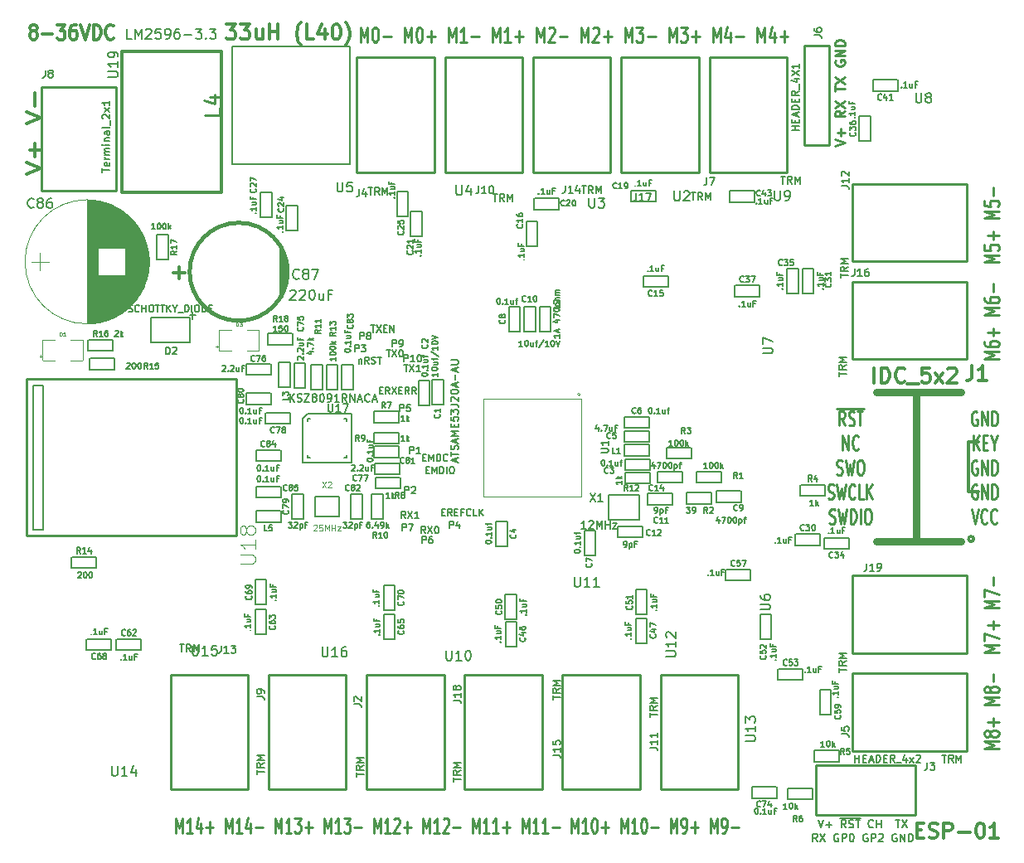
<source format=gto>
G04 #@! TF.FileFunction,Legend,Top*
%FSLAX46Y46*%
G04 Gerber Fmt 4.6, Leading zero omitted, Abs format (unit mm)*
G04 Created by KiCad (PCBNEW 4.0.7-e2-6376~58~ubuntu16.04.1) date Mon Aug 27 17:08:27 2018*
%MOMM*%
%LPD*%
G01*
G04 APERTURE LIST*
%ADD10C,0.050000*%
%ADD11C,0.300000*%
%ADD12C,0.200000*%
%ADD13C,0.250000*%
%ADD14C,0.275000*%
%ADD15C,0.127000*%
%ADD16C,0.120000*%
%ADD17C,0.400000*%
%ADD18C,0.500000*%
%ADD19C,0.381000*%
%ADD20C,0.100000*%
%ADD21C,0.099060*%
%ADD22C,0.200660*%
%ADD23C,0.762000*%
%ADD24C,0.254000*%
%ADD25C,0.150000*%
%ADD26C,0.149860*%
%ADD27C,0.304800*%
%ADD28C,0.203200*%
%ADD29C,0.093980*%
%ADD30C,0.190500*%
G04 APERTURE END LIST*
D10*
D11*
X177213144Y-136036857D02*
X177713144Y-136036857D01*
X177927430Y-136822571D02*
X177213144Y-136822571D01*
X177213144Y-135322571D01*
X177927430Y-135322571D01*
X178498858Y-136751143D02*
X178713144Y-136822571D01*
X179070287Y-136822571D01*
X179213144Y-136751143D01*
X179284573Y-136679714D01*
X179356001Y-136536857D01*
X179356001Y-136394000D01*
X179284573Y-136251143D01*
X179213144Y-136179714D01*
X179070287Y-136108286D01*
X178784573Y-136036857D01*
X178641715Y-135965429D01*
X178570287Y-135894000D01*
X178498858Y-135751143D01*
X178498858Y-135608286D01*
X178570287Y-135465429D01*
X178641715Y-135394000D01*
X178784573Y-135322571D01*
X179141715Y-135322571D01*
X179356001Y-135394000D01*
X179998858Y-136822571D02*
X179998858Y-135322571D01*
X180570286Y-135322571D01*
X180713144Y-135394000D01*
X180784572Y-135465429D01*
X180856001Y-135608286D01*
X180856001Y-135822571D01*
X180784572Y-135965429D01*
X180713144Y-136036857D01*
X180570286Y-136108286D01*
X179998858Y-136108286D01*
X181498858Y-136251143D02*
X182641715Y-136251143D01*
X183641715Y-135322571D02*
X183784572Y-135322571D01*
X183927429Y-135394000D01*
X183998858Y-135465429D01*
X184070287Y-135608286D01*
X184141715Y-135894000D01*
X184141715Y-136251143D01*
X184070287Y-136536857D01*
X183998858Y-136679714D01*
X183927429Y-136751143D01*
X183784572Y-136822571D01*
X183641715Y-136822571D01*
X183498858Y-136751143D01*
X183427429Y-136679714D01*
X183356001Y-136536857D01*
X183284572Y-136251143D01*
X183284572Y-135894000D01*
X183356001Y-135608286D01*
X183427429Y-135465429D01*
X183498858Y-135394000D01*
X183641715Y-135322571D01*
X185570286Y-136822571D02*
X184713143Y-136822571D01*
X185141715Y-136822571D02*
X185141715Y-135322571D01*
X184998858Y-135536857D01*
X184856000Y-135679714D01*
X184713143Y-135751143D01*
X86908191Y-54431429D02*
X86784382Y-54360000D01*
X86722477Y-54288571D01*
X86660572Y-54145714D01*
X86660572Y-54074286D01*
X86722477Y-53931429D01*
X86784382Y-53860000D01*
X86908191Y-53788571D01*
X87155810Y-53788571D01*
X87279620Y-53860000D01*
X87341524Y-53931429D01*
X87403429Y-54074286D01*
X87403429Y-54145714D01*
X87341524Y-54288571D01*
X87279620Y-54360000D01*
X87155810Y-54431429D01*
X86908191Y-54431429D01*
X86784382Y-54502857D01*
X86722477Y-54574286D01*
X86660572Y-54717143D01*
X86660572Y-55002857D01*
X86722477Y-55145714D01*
X86784382Y-55217143D01*
X86908191Y-55288571D01*
X87155810Y-55288571D01*
X87279620Y-55217143D01*
X87341524Y-55145714D01*
X87403429Y-55002857D01*
X87403429Y-54717143D01*
X87341524Y-54574286D01*
X87279620Y-54502857D01*
X87155810Y-54431429D01*
X87960572Y-54717143D02*
X88951048Y-54717143D01*
X89446286Y-53788571D02*
X90251048Y-53788571D01*
X89817715Y-54360000D01*
X90003429Y-54360000D01*
X90127239Y-54431429D01*
X90189143Y-54502857D01*
X90251048Y-54645714D01*
X90251048Y-55002857D01*
X90189143Y-55145714D01*
X90127239Y-55217143D01*
X90003429Y-55288571D01*
X89632001Y-55288571D01*
X89508191Y-55217143D01*
X89446286Y-55145714D01*
X91365334Y-53788571D02*
X91117715Y-53788571D01*
X90993905Y-53860000D01*
X90932000Y-53931429D01*
X90808191Y-54145714D01*
X90746286Y-54431429D01*
X90746286Y-55002857D01*
X90808191Y-55145714D01*
X90870096Y-55217143D01*
X90993905Y-55288571D01*
X91241524Y-55288571D01*
X91365334Y-55217143D01*
X91427238Y-55145714D01*
X91489143Y-55002857D01*
X91489143Y-54645714D01*
X91427238Y-54502857D01*
X91365334Y-54431429D01*
X91241524Y-54360000D01*
X90993905Y-54360000D01*
X90870096Y-54431429D01*
X90808191Y-54502857D01*
X90746286Y-54645714D01*
X91860572Y-53788571D02*
X92293905Y-55288571D01*
X92727238Y-53788571D01*
X93160572Y-55288571D02*
X93160572Y-53788571D01*
X93470096Y-53788571D01*
X93655810Y-53860000D01*
X93779619Y-54002857D01*
X93841524Y-54145714D01*
X93903429Y-54431429D01*
X93903429Y-54645714D01*
X93841524Y-54931429D01*
X93779619Y-55074286D01*
X93655810Y-55217143D01*
X93470096Y-55288571D01*
X93160572Y-55288571D01*
X95203429Y-55145714D02*
X95141524Y-55217143D01*
X94955810Y-55288571D01*
X94832000Y-55288571D01*
X94646286Y-55217143D01*
X94522477Y-55074286D01*
X94460572Y-54931429D01*
X94398667Y-54645714D01*
X94398667Y-54431429D01*
X94460572Y-54145714D01*
X94522477Y-54002857D01*
X94646286Y-53860000D01*
X94832000Y-53788571D01*
X94955810Y-53788571D01*
X95141524Y-53860000D01*
X95203429Y-53931429D01*
D12*
X167132571Y-135005905D02*
X167399238Y-135805905D01*
X167665905Y-135005905D01*
X167932571Y-135501143D02*
X168542095Y-135501143D01*
X168237333Y-135805905D02*
X168237333Y-135196381D01*
X169989714Y-135805905D02*
X169723047Y-135424952D01*
X169532571Y-135805905D02*
X169532571Y-135005905D01*
X169837333Y-135005905D01*
X169913524Y-135044000D01*
X169951619Y-135082095D01*
X169989714Y-135158286D01*
X169989714Y-135272571D01*
X169951619Y-135348762D01*
X169913524Y-135386857D01*
X169837333Y-135424952D01*
X169532571Y-135424952D01*
X170294476Y-135767810D02*
X170408762Y-135805905D01*
X170599238Y-135805905D01*
X170675428Y-135767810D01*
X170713524Y-135729714D01*
X170751619Y-135653524D01*
X170751619Y-135577333D01*
X170713524Y-135501143D01*
X170675428Y-135463048D01*
X170599238Y-135424952D01*
X170446857Y-135386857D01*
X170370666Y-135348762D01*
X170332571Y-135310667D01*
X170294476Y-135234476D01*
X170294476Y-135158286D01*
X170332571Y-135082095D01*
X170370666Y-135044000D01*
X170446857Y-135005905D01*
X170637333Y-135005905D01*
X170751619Y-135044000D01*
X170980190Y-135005905D02*
X171437333Y-135005905D01*
X171208762Y-135805905D02*
X171208762Y-135005905D01*
X169342095Y-134868000D02*
X171513524Y-134868000D01*
X172770667Y-135729714D02*
X172732572Y-135767810D01*
X172618286Y-135805905D01*
X172542096Y-135805905D01*
X172427810Y-135767810D01*
X172351619Y-135691619D01*
X172313524Y-135615429D01*
X172275429Y-135463048D01*
X172275429Y-135348762D01*
X172313524Y-135196381D01*
X172351619Y-135120190D01*
X172427810Y-135044000D01*
X172542096Y-135005905D01*
X172618286Y-135005905D01*
X172732572Y-135044000D01*
X172770667Y-135082095D01*
X173113524Y-135805905D02*
X173113524Y-135005905D01*
X173113524Y-135386857D02*
X173570667Y-135386857D01*
X173570667Y-135805905D02*
X173570667Y-135005905D01*
X175056381Y-135005905D02*
X175513524Y-135005905D01*
X175284953Y-135805905D02*
X175284953Y-135005905D01*
X175704001Y-135005905D02*
X176237334Y-135805905D01*
X176237334Y-135005905D02*
X175704001Y-135805905D01*
X167075428Y-137205905D02*
X166808761Y-136824952D01*
X166618285Y-137205905D02*
X166618285Y-136405905D01*
X166923047Y-136405905D01*
X166999238Y-136444000D01*
X167037333Y-136482095D01*
X167075428Y-136558286D01*
X167075428Y-136672571D01*
X167037333Y-136748762D01*
X166999238Y-136786857D01*
X166923047Y-136824952D01*
X166618285Y-136824952D01*
X167342095Y-136405905D02*
X167875428Y-137205905D01*
X167875428Y-136405905D02*
X167342095Y-137205905D01*
X169208762Y-136444000D02*
X169132571Y-136405905D01*
X169018286Y-136405905D01*
X168904000Y-136444000D01*
X168827809Y-136520190D01*
X168789714Y-136596381D01*
X168751619Y-136748762D01*
X168751619Y-136863048D01*
X168789714Y-137015429D01*
X168827809Y-137091619D01*
X168904000Y-137167810D01*
X169018286Y-137205905D01*
X169094476Y-137205905D01*
X169208762Y-137167810D01*
X169246857Y-137129714D01*
X169246857Y-136863048D01*
X169094476Y-136863048D01*
X169589714Y-137205905D02*
X169589714Y-136405905D01*
X169894476Y-136405905D01*
X169970667Y-136444000D01*
X170008762Y-136482095D01*
X170046857Y-136558286D01*
X170046857Y-136672571D01*
X170008762Y-136748762D01*
X169970667Y-136786857D01*
X169894476Y-136824952D01*
X169589714Y-136824952D01*
X170542095Y-136405905D02*
X170618286Y-136405905D01*
X170694476Y-136444000D01*
X170732571Y-136482095D01*
X170770667Y-136558286D01*
X170808762Y-136710667D01*
X170808762Y-136901143D01*
X170770667Y-137053524D01*
X170732571Y-137129714D01*
X170694476Y-137167810D01*
X170618286Y-137205905D01*
X170542095Y-137205905D01*
X170465905Y-137167810D01*
X170427809Y-137129714D01*
X170389714Y-137053524D01*
X170351619Y-136901143D01*
X170351619Y-136710667D01*
X170389714Y-136558286D01*
X170427809Y-136482095D01*
X170465905Y-136444000D01*
X170542095Y-136405905D01*
X172180191Y-136444000D02*
X172104000Y-136405905D01*
X171989715Y-136405905D01*
X171875429Y-136444000D01*
X171799238Y-136520190D01*
X171761143Y-136596381D01*
X171723048Y-136748762D01*
X171723048Y-136863048D01*
X171761143Y-137015429D01*
X171799238Y-137091619D01*
X171875429Y-137167810D01*
X171989715Y-137205905D01*
X172065905Y-137205905D01*
X172180191Y-137167810D01*
X172218286Y-137129714D01*
X172218286Y-136863048D01*
X172065905Y-136863048D01*
X172561143Y-137205905D02*
X172561143Y-136405905D01*
X172865905Y-136405905D01*
X172942096Y-136444000D01*
X172980191Y-136482095D01*
X173018286Y-136558286D01*
X173018286Y-136672571D01*
X172980191Y-136748762D01*
X172942096Y-136786857D01*
X172865905Y-136824952D01*
X172561143Y-136824952D01*
X173323048Y-136482095D02*
X173361143Y-136444000D01*
X173437334Y-136405905D01*
X173627810Y-136405905D01*
X173704000Y-136444000D01*
X173742096Y-136482095D01*
X173780191Y-136558286D01*
X173780191Y-136634476D01*
X173742096Y-136748762D01*
X173284953Y-137205905D01*
X173780191Y-137205905D01*
X175151620Y-136444000D02*
X175075429Y-136405905D01*
X174961144Y-136405905D01*
X174846858Y-136444000D01*
X174770667Y-136520190D01*
X174732572Y-136596381D01*
X174694477Y-136748762D01*
X174694477Y-136863048D01*
X174732572Y-137015429D01*
X174770667Y-137091619D01*
X174846858Y-137167810D01*
X174961144Y-137205905D01*
X175037334Y-137205905D01*
X175151620Y-137167810D01*
X175189715Y-137129714D01*
X175189715Y-136863048D01*
X175037334Y-136863048D01*
X175532572Y-137205905D02*
X175532572Y-136405905D01*
X175989715Y-137205905D01*
X175989715Y-136405905D01*
X176370667Y-137205905D02*
X176370667Y-136405905D01*
X176561143Y-136405905D01*
X176675429Y-136444000D01*
X176751620Y-136520190D01*
X176789715Y-136596381D01*
X176827810Y-136748762D01*
X176827810Y-136863048D01*
X176789715Y-137015429D01*
X176751620Y-137091619D01*
X176675429Y-137167810D01*
X176561143Y-137205905D01*
X176370667Y-137205905D01*
D13*
X168870381Y-66158381D02*
X169870381Y-65825048D01*
X168870381Y-65491714D01*
X169489429Y-65158381D02*
X169489429Y-64396476D01*
X169870381Y-64777428D02*
X169108476Y-64777428D01*
X169870381Y-62586952D02*
X169394190Y-62920286D01*
X169870381Y-63158381D02*
X168870381Y-63158381D01*
X168870381Y-62777428D01*
X168918000Y-62682190D01*
X168965619Y-62634571D01*
X169060857Y-62586952D01*
X169203714Y-62586952D01*
X169298952Y-62634571D01*
X169346571Y-62682190D01*
X169394190Y-62777428D01*
X169394190Y-63158381D01*
X168870381Y-62253619D02*
X169870381Y-61586952D01*
X168870381Y-61586952D02*
X169870381Y-62253619D01*
X168870381Y-60586952D02*
X168870381Y-60015523D01*
X169870381Y-60301238D02*
X168870381Y-60301238D01*
X168870381Y-59777428D02*
X169870381Y-59110761D01*
X168870381Y-59110761D02*
X169870381Y-59777428D01*
X168918000Y-57444094D02*
X168870381Y-57539332D01*
X168870381Y-57682189D01*
X168918000Y-57825047D01*
X169013238Y-57920285D01*
X169108476Y-57967904D01*
X169298952Y-58015523D01*
X169441810Y-58015523D01*
X169632286Y-57967904D01*
X169727524Y-57920285D01*
X169822762Y-57825047D01*
X169870381Y-57682189D01*
X169870381Y-57586951D01*
X169822762Y-57444094D01*
X169775143Y-57396475D01*
X169441810Y-57396475D01*
X169441810Y-57586951D01*
X169870381Y-56967904D02*
X168870381Y-56967904D01*
X169870381Y-56396475D01*
X168870381Y-56396475D01*
X169870381Y-55920285D02*
X168870381Y-55920285D01*
X168870381Y-55682190D01*
X168918000Y-55539332D01*
X169013238Y-55444094D01*
X169108476Y-55396475D01*
X169298952Y-55348856D01*
X169441810Y-55348856D01*
X169632286Y-55396475D01*
X169727524Y-55444094D01*
X169822762Y-55539332D01*
X169870381Y-55682190D01*
X169870381Y-55920285D01*
X183388096Y-93310000D02*
X183292858Y-93238571D01*
X183150001Y-93238571D01*
X183007143Y-93310000D01*
X182911905Y-93452857D01*
X182864286Y-93595714D01*
X182816667Y-93881429D01*
X182816667Y-94095714D01*
X182864286Y-94381429D01*
X182911905Y-94524286D01*
X183007143Y-94667143D01*
X183150001Y-94738571D01*
X183245239Y-94738571D01*
X183388096Y-94667143D01*
X183435715Y-94595714D01*
X183435715Y-94095714D01*
X183245239Y-94095714D01*
X183864286Y-94738571D02*
X183864286Y-93238571D01*
X184435715Y-94738571D01*
X184435715Y-93238571D01*
X184911905Y-94738571D02*
X184911905Y-93238571D01*
X185150000Y-93238571D01*
X185292858Y-93310000D01*
X185388096Y-93452857D01*
X185435715Y-93595714D01*
X185483334Y-93881429D01*
X185483334Y-94095714D01*
X185435715Y-94381429D01*
X185388096Y-94524286D01*
X185292858Y-94667143D01*
X185150000Y-94738571D01*
X184911905Y-94738571D01*
X183007143Y-97238571D02*
X183007143Y-95738571D01*
X183578572Y-97238571D02*
X183150000Y-96381429D01*
X183578572Y-95738571D02*
X183007143Y-96595714D01*
X184007143Y-96452857D02*
X184340477Y-96452857D01*
X184483334Y-97238571D02*
X184007143Y-97238571D01*
X184007143Y-95738571D01*
X184483334Y-95738571D01*
X185102381Y-96524286D02*
X185102381Y-97238571D01*
X184769048Y-95738571D02*
X185102381Y-96524286D01*
X185435715Y-95738571D01*
X183388096Y-98310000D02*
X183292858Y-98238571D01*
X183150001Y-98238571D01*
X183007143Y-98310000D01*
X182911905Y-98452857D01*
X182864286Y-98595714D01*
X182816667Y-98881429D01*
X182816667Y-99095714D01*
X182864286Y-99381429D01*
X182911905Y-99524286D01*
X183007143Y-99667143D01*
X183150001Y-99738571D01*
X183245239Y-99738571D01*
X183388096Y-99667143D01*
X183435715Y-99595714D01*
X183435715Y-99095714D01*
X183245239Y-99095714D01*
X183864286Y-99738571D02*
X183864286Y-98238571D01*
X184435715Y-99738571D01*
X184435715Y-98238571D01*
X184911905Y-99738571D02*
X184911905Y-98238571D01*
X185150000Y-98238571D01*
X185292858Y-98310000D01*
X185388096Y-98452857D01*
X185435715Y-98595714D01*
X185483334Y-98881429D01*
X185483334Y-99095714D01*
X185435715Y-99381429D01*
X185388096Y-99524286D01*
X185292858Y-99667143D01*
X185150000Y-99738571D01*
X184911905Y-99738571D01*
X183388096Y-100810000D02*
X183292858Y-100738571D01*
X183150001Y-100738571D01*
X183007143Y-100810000D01*
X182911905Y-100952857D01*
X182864286Y-101095714D01*
X182816667Y-101381429D01*
X182816667Y-101595714D01*
X182864286Y-101881429D01*
X182911905Y-102024286D01*
X183007143Y-102167143D01*
X183150001Y-102238571D01*
X183245239Y-102238571D01*
X183388096Y-102167143D01*
X183435715Y-102095714D01*
X183435715Y-101595714D01*
X183245239Y-101595714D01*
X183864286Y-102238571D02*
X183864286Y-100738571D01*
X184435715Y-102238571D01*
X184435715Y-100738571D01*
X184911905Y-102238571D02*
X184911905Y-100738571D01*
X185150000Y-100738571D01*
X185292858Y-100810000D01*
X185388096Y-100952857D01*
X185435715Y-101095714D01*
X185483334Y-101381429D01*
X185483334Y-101595714D01*
X185435715Y-101881429D01*
X185388096Y-102024286D01*
X185292858Y-102167143D01*
X185150000Y-102238571D01*
X184911905Y-102238571D01*
X182816667Y-103238571D02*
X183150000Y-104738571D01*
X183483334Y-103238571D01*
X184388096Y-104595714D02*
X184340477Y-104667143D01*
X184197620Y-104738571D01*
X184102382Y-104738571D01*
X183959524Y-104667143D01*
X183864286Y-104524286D01*
X183816667Y-104381429D01*
X183769048Y-104095714D01*
X183769048Y-103881429D01*
X183816667Y-103595714D01*
X183864286Y-103452857D01*
X183959524Y-103310000D01*
X184102382Y-103238571D01*
X184197620Y-103238571D01*
X184340477Y-103310000D01*
X184388096Y-103381429D01*
X185388096Y-104595714D02*
X185340477Y-104667143D01*
X185197620Y-104738571D01*
X185102382Y-104738571D01*
X184959524Y-104667143D01*
X184864286Y-104524286D01*
X184816667Y-104381429D01*
X184769048Y-104095714D01*
X184769048Y-103881429D01*
X184816667Y-103595714D01*
X184864286Y-103452857D01*
X184959524Y-103310000D01*
X185102382Y-103238571D01*
X185197620Y-103238571D01*
X185340477Y-103310000D01*
X185388096Y-103381429D01*
X169886381Y-94738571D02*
X169553047Y-94024286D01*
X169314952Y-94738571D02*
X169314952Y-93238571D01*
X169695905Y-93238571D01*
X169791143Y-93310000D01*
X169838762Y-93381429D01*
X169886381Y-93524286D01*
X169886381Y-93738571D01*
X169838762Y-93881429D01*
X169791143Y-93952857D01*
X169695905Y-94024286D01*
X169314952Y-94024286D01*
X170267333Y-94667143D02*
X170410190Y-94738571D01*
X170648286Y-94738571D01*
X170743524Y-94667143D01*
X170791143Y-94595714D01*
X170838762Y-94452857D01*
X170838762Y-94310000D01*
X170791143Y-94167143D01*
X170743524Y-94095714D01*
X170648286Y-94024286D01*
X170457809Y-93952857D01*
X170362571Y-93881429D01*
X170314952Y-93810000D01*
X170267333Y-93667143D01*
X170267333Y-93524286D01*
X170314952Y-93381429D01*
X170362571Y-93310000D01*
X170457809Y-93238571D01*
X170695905Y-93238571D01*
X170838762Y-93310000D01*
X171124476Y-93238571D02*
X171695905Y-93238571D01*
X171410190Y-94738571D02*
X171410190Y-93238571D01*
X169076857Y-92980000D02*
X171791143Y-92980000D01*
X169648286Y-97238571D02*
X169648286Y-95738571D01*
X170219715Y-97238571D01*
X170219715Y-95738571D01*
X171267334Y-97095714D02*
X171219715Y-97167143D01*
X171076858Y-97238571D01*
X170981620Y-97238571D01*
X170838762Y-97167143D01*
X170743524Y-97024286D01*
X170695905Y-96881429D01*
X170648286Y-96595714D01*
X170648286Y-96381429D01*
X170695905Y-96095714D01*
X170743524Y-95952857D01*
X170838762Y-95810000D01*
X170981620Y-95738571D01*
X171076858Y-95738571D01*
X171219715Y-95810000D01*
X171267334Y-95881429D01*
X169053048Y-99667143D02*
X169195905Y-99738571D01*
X169434001Y-99738571D01*
X169529239Y-99667143D01*
X169576858Y-99595714D01*
X169624477Y-99452857D01*
X169624477Y-99310000D01*
X169576858Y-99167143D01*
X169529239Y-99095714D01*
X169434001Y-99024286D01*
X169243524Y-98952857D01*
X169148286Y-98881429D01*
X169100667Y-98810000D01*
X169053048Y-98667143D01*
X169053048Y-98524286D01*
X169100667Y-98381429D01*
X169148286Y-98310000D01*
X169243524Y-98238571D01*
X169481620Y-98238571D01*
X169624477Y-98310000D01*
X169957810Y-98238571D02*
X170195905Y-99738571D01*
X170386382Y-98667143D01*
X170576858Y-99738571D01*
X170814953Y-98238571D01*
X171386381Y-98238571D02*
X171576858Y-98238571D01*
X171672096Y-98310000D01*
X171767334Y-98452857D01*
X171814953Y-98738571D01*
X171814953Y-99238571D01*
X171767334Y-99524286D01*
X171672096Y-99667143D01*
X171576858Y-99738571D01*
X171386381Y-99738571D01*
X171291143Y-99667143D01*
X171195905Y-99524286D01*
X171148286Y-99238571D01*
X171148286Y-98738571D01*
X171195905Y-98452857D01*
X171291143Y-98310000D01*
X171386381Y-98238571D01*
X168172095Y-102167143D02*
X168314952Y-102238571D01*
X168553048Y-102238571D01*
X168648286Y-102167143D01*
X168695905Y-102095714D01*
X168743524Y-101952857D01*
X168743524Y-101810000D01*
X168695905Y-101667143D01*
X168648286Y-101595714D01*
X168553048Y-101524286D01*
X168362571Y-101452857D01*
X168267333Y-101381429D01*
X168219714Y-101310000D01*
X168172095Y-101167143D01*
X168172095Y-101024286D01*
X168219714Y-100881429D01*
X168267333Y-100810000D01*
X168362571Y-100738571D01*
X168600667Y-100738571D01*
X168743524Y-100810000D01*
X169076857Y-100738571D02*
X169314952Y-102238571D01*
X169505429Y-101167143D01*
X169695905Y-102238571D01*
X169934000Y-100738571D01*
X170886381Y-102095714D02*
X170838762Y-102167143D01*
X170695905Y-102238571D01*
X170600667Y-102238571D01*
X170457809Y-102167143D01*
X170362571Y-102024286D01*
X170314952Y-101881429D01*
X170267333Y-101595714D01*
X170267333Y-101381429D01*
X170314952Y-101095714D01*
X170362571Y-100952857D01*
X170457809Y-100810000D01*
X170600667Y-100738571D01*
X170695905Y-100738571D01*
X170838762Y-100810000D01*
X170886381Y-100881429D01*
X171791143Y-102238571D02*
X171314952Y-102238571D01*
X171314952Y-100738571D01*
X172124476Y-102238571D02*
X172124476Y-100738571D01*
X172695905Y-102238571D02*
X172267333Y-101381429D01*
X172695905Y-100738571D02*
X172124476Y-101595714D01*
X168314953Y-104667143D02*
X168457810Y-104738571D01*
X168695906Y-104738571D01*
X168791144Y-104667143D01*
X168838763Y-104595714D01*
X168886382Y-104452857D01*
X168886382Y-104310000D01*
X168838763Y-104167143D01*
X168791144Y-104095714D01*
X168695906Y-104024286D01*
X168505429Y-103952857D01*
X168410191Y-103881429D01*
X168362572Y-103810000D01*
X168314953Y-103667143D01*
X168314953Y-103524286D01*
X168362572Y-103381429D01*
X168410191Y-103310000D01*
X168505429Y-103238571D01*
X168743525Y-103238571D01*
X168886382Y-103310000D01*
X169219715Y-103238571D02*
X169457810Y-104738571D01*
X169648287Y-103667143D01*
X169838763Y-104738571D01*
X170076858Y-103238571D01*
X170457810Y-104738571D02*
X170457810Y-103238571D01*
X170695905Y-103238571D01*
X170838763Y-103310000D01*
X170934001Y-103452857D01*
X170981620Y-103595714D01*
X171029239Y-103881429D01*
X171029239Y-104095714D01*
X170981620Y-104381429D01*
X170934001Y-104524286D01*
X170838763Y-104667143D01*
X170695905Y-104738571D01*
X170457810Y-104738571D01*
X171457810Y-104738571D02*
X171457810Y-103238571D01*
X172124476Y-103238571D02*
X172314953Y-103238571D01*
X172410191Y-103310000D01*
X172505429Y-103452857D01*
X172553048Y-103738571D01*
X172553048Y-104238571D01*
X172505429Y-104524286D01*
X172410191Y-104667143D01*
X172314953Y-104738571D01*
X172124476Y-104738571D01*
X172029238Y-104667143D01*
X171934000Y-104524286D01*
X171886381Y-104238571D01*
X171886381Y-103738571D01*
X171934000Y-103452857D01*
X172029238Y-103310000D01*
X172124476Y-103238571D01*
D11*
X86323333Y-69065713D02*
X87723333Y-68465713D01*
X86323333Y-67865713D01*
X87190000Y-67265714D02*
X87190000Y-65894285D01*
X87723333Y-66579999D02*
X86656667Y-66579999D01*
X86323333Y-63922856D02*
X87723333Y-63322856D01*
X86323333Y-62722856D01*
X87190000Y-62122857D02*
X87190000Y-60751428D01*
D13*
X185590571Y-127712378D02*
X184090571Y-127712378D01*
X185162000Y-127345712D01*
X184090571Y-126979045D01*
X185590571Y-126979045D01*
X184733429Y-126298092D02*
X184662000Y-126402854D01*
X184590571Y-126455235D01*
X184447714Y-126507616D01*
X184376286Y-126507616D01*
X184233429Y-126455235D01*
X184162000Y-126402854D01*
X184090571Y-126298092D01*
X184090571Y-126088569D01*
X184162000Y-125983807D01*
X184233429Y-125931426D01*
X184376286Y-125879045D01*
X184447714Y-125879045D01*
X184590571Y-125931426D01*
X184662000Y-125983807D01*
X184733429Y-126088569D01*
X184733429Y-126298092D01*
X184804857Y-126402854D01*
X184876286Y-126455235D01*
X185019143Y-126507616D01*
X185304857Y-126507616D01*
X185447714Y-126455235D01*
X185519143Y-126402854D01*
X185590571Y-126298092D01*
X185590571Y-126088569D01*
X185519143Y-125983807D01*
X185447714Y-125931426D01*
X185304857Y-125879045D01*
X185019143Y-125879045D01*
X184876286Y-125931426D01*
X184804857Y-125983807D01*
X184733429Y-126088569D01*
X185019143Y-125407616D02*
X185019143Y-124569521D01*
X185590571Y-124988569D02*
X184447714Y-124988569D01*
X185590571Y-123207616D02*
X184090571Y-123207616D01*
X185162000Y-122840950D01*
X184090571Y-122474283D01*
X185590571Y-122474283D01*
X184733429Y-121793330D02*
X184662000Y-121898092D01*
X184590571Y-121950473D01*
X184447714Y-122002854D01*
X184376286Y-122002854D01*
X184233429Y-121950473D01*
X184162000Y-121898092D01*
X184090571Y-121793330D01*
X184090571Y-121583807D01*
X184162000Y-121479045D01*
X184233429Y-121426664D01*
X184376286Y-121374283D01*
X184447714Y-121374283D01*
X184590571Y-121426664D01*
X184662000Y-121479045D01*
X184733429Y-121583807D01*
X184733429Y-121793330D01*
X184804857Y-121898092D01*
X184876286Y-121950473D01*
X185019143Y-122002854D01*
X185304857Y-122002854D01*
X185447714Y-121950473D01*
X185519143Y-121898092D01*
X185590571Y-121793330D01*
X185590571Y-121583807D01*
X185519143Y-121479045D01*
X185447714Y-121426664D01*
X185304857Y-121374283D01*
X185019143Y-121374283D01*
X184876286Y-121426664D01*
X184804857Y-121479045D01*
X184733429Y-121583807D01*
X185019143Y-120902854D02*
X185019143Y-120064759D01*
X185590571Y-117864759D02*
X184090571Y-117864759D01*
X185162000Y-117498093D01*
X184090571Y-117131426D01*
X185590571Y-117131426D01*
X184090571Y-116712378D02*
X184090571Y-115979045D01*
X185590571Y-116450473D01*
X185019143Y-115559997D02*
X185019143Y-114721902D01*
X185590571Y-115140950D02*
X184447714Y-115140950D01*
X185590571Y-113359997D02*
X184090571Y-113359997D01*
X185162000Y-112993331D01*
X184090571Y-112626664D01*
X185590571Y-112626664D01*
X184090571Y-112207616D02*
X184090571Y-111474283D01*
X185590571Y-111945711D01*
X185019143Y-111055235D02*
X185019143Y-110217140D01*
X185590571Y-87902860D02*
X184090571Y-87902860D01*
X185162000Y-87536194D01*
X184090571Y-87169527D01*
X185590571Y-87169527D01*
X184090571Y-86174289D02*
X184090571Y-86383812D01*
X184162000Y-86488574D01*
X184233429Y-86540955D01*
X184447714Y-86645717D01*
X184733429Y-86698098D01*
X185304857Y-86698098D01*
X185447714Y-86645717D01*
X185519143Y-86593336D01*
X185590571Y-86488574D01*
X185590571Y-86279051D01*
X185519143Y-86174289D01*
X185447714Y-86121908D01*
X185304857Y-86069527D01*
X184947714Y-86069527D01*
X184804857Y-86121908D01*
X184733429Y-86174289D01*
X184662000Y-86279051D01*
X184662000Y-86488574D01*
X184733429Y-86593336D01*
X184804857Y-86645717D01*
X184947714Y-86698098D01*
X185019143Y-85598098D02*
X185019143Y-84760003D01*
X185590571Y-85179051D02*
X184447714Y-85179051D01*
X185590571Y-83398098D02*
X184090571Y-83398098D01*
X185162000Y-83031432D01*
X184090571Y-82664765D01*
X185590571Y-82664765D01*
X184090571Y-81669527D02*
X184090571Y-81879050D01*
X184162000Y-81983812D01*
X184233429Y-82036193D01*
X184447714Y-82140955D01*
X184733429Y-82193336D01*
X185304857Y-82193336D01*
X185447714Y-82140955D01*
X185519143Y-82088574D01*
X185590571Y-81983812D01*
X185590571Y-81774289D01*
X185519143Y-81669527D01*
X185447714Y-81617146D01*
X185304857Y-81564765D01*
X184947714Y-81564765D01*
X184804857Y-81617146D01*
X184733429Y-81669527D01*
X184662000Y-81774289D01*
X184662000Y-81983812D01*
X184733429Y-82088574D01*
X184804857Y-82140955D01*
X184947714Y-82193336D01*
X185019143Y-81093336D02*
X185019143Y-80255241D01*
X185590571Y-78055241D02*
X184090571Y-78055241D01*
X185162000Y-77688575D01*
X184090571Y-77321908D01*
X185590571Y-77321908D01*
X184090571Y-76274289D02*
X184090571Y-76798098D01*
X184804857Y-76850479D01*
X184733429Y-76798098D01*
X184662000Y-76693336D01*
X184662000Y-76431432D01*
X184733429Y-76326670D01*
X184804857Y-76274289D01*
X184947714Y-76221908D01*
X185304857Y-76221908D01*
X185447714Y-76274289D01*
X185519143Y-76326670D01*
X185590571Y-76431432D01*
X185590571Y-76693336D01*
X185519143Y-76798098D01*
X185447714Y-76850479D01*
X185019143Y-75750479D02*
X185019143Y-74912384D01*
X185590571Y-75331432D02*
X184447714Y-75331432D01*
X185590571Y-73550479D02*
X184090571Y-73550479D01*
X185162000Y-73183813D01*
X184090571Y-72817146D01*
X185590571Y-72817146D01*
X184090571Y-71769527D02*
X184090571Y-72293336D01*
X184804857Y-72345717D01*
X184733429Y-72293336D01*
X184662000Y-72188574D01*
X184662000Y-71926670D01*
X184733429Y-71821908D01*
X184804857Y-71769527D01*
X184947714Y-71717146D01*
X185304857Y-71717146D01*
X185447714Y-71769527D01*
X185519143Y-71821908D01*
X185590571Y-71926670D01*
X185590571Y-72188574D01*
X185519143Y-72293336D01*
X185447714Y-72345717D01*
X185019143Y-71245717D02*
X185019143Y-70407622D01*
X101587715Y-136314571D02*
X101587715Y-134814571D01*
X101921049Y-135886000D01*
X102254382Y-134814571D01*
X102254382Y-136314571D01*
X103254382Y-136314571D02*
X102682953Y-136314571D01*
X102968667Y-136314571D02*
X102968667Y-134814571D01*
X102873429Y-135028857D01*
X102778191Y-135171714D01*
X102682953Y-135243143D01*
X104111525Y-135314571D02*
X104111525Y-136314571D01*
X103873429Y-134743143D02*
X103635334Y-135814571D01*
X104254382Y-135814571D01*
X104635334Y-135743143D02*
X105397239Y-135743143D01*
X105016287Y-136314571D02*
X105016287Y-135171714D01*
X106635334Y-136314571D02*
X106635334Y-134814571D01*
X106968668Y-135886000D01*
X107302001Y-134814571D01*
X107302001Y-136314571D01*
X108302001Y-136314571D02*
X107730572Y-136314571D01*
X108016286Y-136314571D02*
X108016286Y-134814571D01*
X107921048Y-135028857D01*
X107825810Y-135171714D01*
X107730572Y-135243143D01*
X109159144Y-135314571D02*
X109159144Y-136314571D01*
X108921048Y-134743143D02*
X108682953Y-135814571D01*
X109302001Y-135814571D01*
X109682953Y-135743143D02*
X110444858Y-135743143D01*
X111682953Y-136314571D02*
X111682953Y-134814571D01*
X112016287Y-135886000D01*
X112349620Y-134814571D01*
X112349620Y-136314571D01*
X113349620Y-136314571D02*
X112778191Y-136314571D01*
X113063905Y-136314571D02*
X113063905Y-134814571D01*
X112968667Y-135028857D01*
X112873429Y-135171714D01*
X112778191Y-135243143D01*
X113682953Y-134814571D02*
X114302001Y-134814571D01*
X113968667Y-135386000D01*
X114111525Y-135386000D01*
X114206763Y-135457429D01*
X114254382Y-135528857D01*
X114302001Y-135671714D01*
X114302001Y-136028857D01*
X114254382Y-136171714D01*
X114206763Y-136243143D01*
X114111525Y-136314571D01*
X113825810Y-136314571D01*
X113730572Y-136243143D01*
X113682953Y-136171714D01*
X114730572Y-135743143D02*
X115492477Y-135743143D01*
X115111525Y-136314571D02*
X115111525Y-135171714D01*
X116730572Y-136314571D02*
X116730572Y-134814571D01*
X117063906Y-135886000D01*
X117397239Y-134814571D01*
X117397239Y-136314571D01*
X118397239Y-136314571D02*
X117825810Y-136314571D01*
X118111524Y-136314571D02*
X118111524Y-134814571D01*
X118016286Y-135028857D01*
X117921048Y-135171714D01*
X117825810Y-135243143D01*
X118730572Y-134814571D02*
X119349620Y-134814571D01*
X119016286Y-135386000D01*
X119159144Y-135386000D01*
X119254382Y-135457429D01*
X119302001Y-135528857D01*
X119349620Y-135671714D01*
X119349620Y-136028857D01*
X119302001Y-136171714D01*
X119254382Y-136243143D01*
X119159144Y-136314571D01*
X118873429Y-136314571D01*
X118778191Y-136243143D01*
X118730572Y-136171714D01*
X119778191Y-135743143D02*
X120540096Y-135743143D01*
X121778191Y-136314571D02*
X121778191Y-134814571D01*
X122111525Y-135886000D01*
X122444858Y-134814571D01*
X122444858Y-136314571D01*
X123444858Y-136314571D02*
X122873429Y-136314571D01*
X123159143Y-136314571D02*
X123159143Y-134814571D01*
X123063905Y-135028857D01*
X122968667Y-135171714D01*
X122873429Y-135243143D01*
X123825810Y-134957429D02*
X123873429Y-134886000D01*
X123968667Y-134814571D01*
X124206763Y-134814571D01*
X124302001Y-134886000D01*
X124349620Y-134957429D01*
X124397239Y-135100286D01*
X124397239Y-135243143D01*
X124349620Y-135457429D01*
X123778191Y-136314571D01*
X124397239Y-136314571D01*
X124825810Y-135743143D02*
X125587715Y-135743143D01*
X125206763Y-136314571D02*
X125206763Y-135171714D01*
X126825810Y-136314571D02*
X126825810Y-134814571D01*
X127159144Y-135886000D01*
X127492477Y-134814571D01*
X127492477Y-136314571D01*
X128492477Y-136314571D02*
X127921048Y-136314571D01*
X128206762Y-136314571D02*
X128206762Y-134814571D01*
X128111524Y-135028857D01*
X128016286Y-135171714D01*
X127921048Y-135243143D01*
X128873429Y-134957429D02*
X128921048Y-134886000D01*
X129016286Y-134814571D01*
X129254382Y-134814571D01*
X129349620Y-134886000D01*
X129397239Y-134957429D01*
X129444858Y-135100286D01*
X129444858Y-135243143D01*
X129397239Y-135457429D01*
X128825810Y-136314571D01*
X129444858Y-136314571D01*
X129873429Y-135743143D02*
X130635334Y-135743143D01*
X131873429Y-136314571D02*
X131873429Y-134814571D01*
X132206763Y-135886000D01*
X132540096Y-134814571D01*
X132540096Y-136314571D01*
X133540096Y-136314571D02*
X132968667Y-136314571D01*
X133254381Y-136314571D02*
X133254381Y-134814571D01*
X133159143Y-135028857D01*
X133063905Y-135171714D01*
X132968667Y-135243143D01*
X134492477Y-136314571D02*
X133921048Y-136314571D01*
X134206762Y-136314571D02*
X134206762Y-134814571D01*
X134111524Y-135028857D01*
X134016286Y-135171714D01*
X133921048Y-135243143D01*
X134921048Y-135743143D02*
X135682953Y-135743143D01*
X135302001Y-136314571D02*
X135302001Y-135171714D01*
X136921048Y-136314571D02*
X136921048Y-134814571D01*
X137254382Y-135886000D01*
X137587715Y-134814571D01*
X137587715Y-136314571D01*
X138587715Y-136314571D02*
X138016286Y-136314571D01*
X138302000Y-136314571D02*
X138302000Y-134814571D01*
X138206762Y-135028857D01*
X138111524Y-135171714D01*
X138016286Y-135243143D01*
X139540096Y-136314571D02*
X138968667Y-136314571D01*
X139254381Y-136314571D02*
X139254381Y-134814571D01*
X139159143Y-135028857D01*
X139063905Y-135171714D01*
X138968667Y-135243143D01*
X139968667Y-135743143D02*
X140730572Y-135743143D01*
X141968667Y-136314571D02*
X141968667Y-134814571D01*
X142302001Y-135886000D01*
X142635334Y-134814571D01*
X142635334Y-136314571D01*
X143635334Y-136314571D02*
X143063905Y-136314571D01*
X143349619Y-136314571D02*
X143349619Y-134814571D01*
X143254381Y-135028857D01*
X143159143Y-135171714D01*
X143063905Y-135243143D01*
X144254381Y-134814571D02*
X144349620Y-134814571D01*
X144444858Y-134886000D01*
X144492477Y-134957429D01*
X144540096Y-135100286D01*
X144587715Y-135386000D01*
X144587715Y-135743143D01*
X144540096Y-136028857D01*
X144492477Y-136171714D01*
X144444858Y-136243143D01*
X144349620Y-136314571D01*
X144254381Y-136314571D01*
X144159143Y-136243143D01*
X144111524Y-136171714D01*
X144063905Y-136028857D01*
X144016286Y-135743143D01*
X144016286Y-135386000D01*
X144063905Y-135100286D01*
X144111524Y-134957429D01*
X144159143Y-134886000D01*
X144254381Y-134814571D01*
X145016286Y-135743143D02*
X145778191Y-135743143D01*
X145397239Y-136314571D02*
X145397239Y-135171714D01*
X147016286Y-136314571D02*
X147016286Y-134814571D01*
X147349620Y-135886000D01*
X147682953Y-134814571D01*
X147682953Y-136314571D01*
X148682953Y-136314571D02*
X148111524Y-136314571D01*
X148397238Y-136314571D02*
X148397238Y-134814571D01*
X148302000Y-135028857D01*
X148206762Y-135171714D01*
X148111524Y-135243143D01*
X149302000Y-134814571D02*
X149397239Y-134814571D01*
X149492477Y-134886000D01*
X149540096Y-134957429D01*
X149587715Y-135100286D01*
X149635334Y-135386000D01*
X149635334Y-135743143D01*
X149587715Y-136028857D01*
X149540096Y-136171714D01*
X149492477Y-136243143D01*
X149397239Y-136314571D01*
X149302000Y-136314571D01*
X149206762Y-136243143D01*
X149159143Y-136171714D01*
X149111524Y-136028857D01*
X149063905Y-135743143D01*
X149063905Y-135386000D01*
X149111524Y-135100286D01*
X149159143Y-134957429D01*
X149206762Y-134886000D01*
X149302000Y-134814571D01*
X150063905Y-135743143D02*
X150825810Y-135743143D01*
X152063905Y-136314571D02*
X152063905Y-134814571D01*
X152397239Y-135886000D01*
X152730572Y-134814571D01*
X152730572Y-136314571D01*
X153254381Y-136314571D02*
X153444857Y-136314571D01*
X153540096Y-136243143D01*
X153587715Y-136171714D01*
X153682953Y-135957429D01*
X153730572Y-135671714D01*
X153730572Y-135100286D01*
X153682953Y-134957429D01*
X153635334Y-134886000D01*
X153540096Y-134814571D01*
X153349619Y-134814571D01*
X153254381Y-134886000D01*
X153206762Y-134957429D01*
X153159143Y-135100286D01*
X153159143Y-135457429D01*
X153206762Y-135600286D01*
X153254381Y-135671714D01*
X153349619Y-135743143D01*
X153540096Y-135743143D01*
X153635334Y-135671714D01*
X153682953Y-135600286D01*
X153730572Y-135457429D01*
X154159143Y-135743143D02*
X154921048Y-135743143D01*
X154540096Y-136314571D02*
X154540096Y-135171714D01*
X156159143Y-136314571D02*
X156159143Y-134814571D01*
X156492477Y-135886000D01*
X156825810Y-134814571D01*
X156825810Y-136314571D01*
X157349619Y-136314571D02*
X157540095Y-136314571D01*
X157635334Y-136243143D01*
X157682953Y-136171714D01*
X157778191Y-135957429D01*
X157825810Y-135671714D01*
X157825810Y-135100286D01*
X157778191Y-134957429D01*
X157730572Y-134886000D01*
X157635334Y-134814571D01*
X157444857Y-134814571D01*
X157349619Y-134886000D01*
X157302000Y-134957429D01*
X157254381Y-135100286D01*
X157254381Y-135457429D01*
X157302000Y-135600286D01*
X157349619Y-135671714D01*
X157444857Y-135743143D01*
X157635334Y-135743143D01*
X157730572Y-135671714D01*
X157778191Y-135600286D01*
X157825810Y-135457429D01*
X158254381Y-135743143D02*
X159016286Y-135743143D01*
D14*
X120397143Y-55542571D02*
X120397143Y-54042571D01*
X120763809Y-55114000D01*
X121130476Y-54042571D01*
X121130476Y-55542571D01*
X121863810Y-54042571D02*
X121968571Y-54042571D01*
X122073333Y-54114000D01*
X122125714Y-54185429D01*
X122178095Y-54328286D01*
X122230476Y-54614000D01*
X122230476Y-54971143D01*
X122178095Y-55256857D01*
X122125714Y-55399714D01*
X122073333Y-55471143D01*
X121968571Y-55542571D01*
X121863810Y-55542571D01*
X121759048Y-55471143D01*
X121706667Y-55399714D01*
X121654286Y-55256857D01*
X121601905Y-54971143D01*
X121601905Y-54614000D01*
X121654286Y-54328286D01*
X121706667Y-54185429D01*
X121759048Y-54114000D01*
X121863810Y-54042571D01*
X122701905Y-54971143D02*
X123540000Y-54971143D01*
X124901905Y-55542571D02*
X124901905Y-54042571D01*
X125268571Y-55114000D01*
X125635238Y-54042571D01*
X125635238Y-55542571D01*
X126368572Y-54042571D02*
X126473333Y-54042571D01*
X126578095Y-54114000D01*
X126630476Y-54185429D01*
X126682857Y-54328286D01*
X126735238Y-54614000D01*
X126735238Y-54971143D01*
X126682857Y-55256857D01*
X126630476Y-55399714D01*
X126578095Y-55471143D01*
X126473333Y-55542571D01*
X126368572Y-55542571D01*
X126263810Y-55471143D01*
X126211429Y-55399714D01*
X126159048Y-55256857D01*
X126106667Y-54971143D01*
X126106667Y-54614000D01*
X126159048Y-54328286D01*
X126211429Y-54185429D01*
X126263810Y-54114000D01*
X126368572Y-54042571D01*
X127206667Y-54971143D02*
X128044762Y-54971143D01*
X127625714Y-55542571D02*
X127625714Y-54399714D01*
X129406667Y-55542571D02*
X129406667Y-54042571D01*
X129773333Y-55114000D01*
X130140000Y-54042571D01*
X130140000Y-55542571D01*
X131240000Y-55542571D02*
X130611429Y-55542571D01*
X130925715Y-55542571D02*
X130925715Y-54042571D01*
X130820953Y-54256857D01*
X130716191Y-54399714D01*
X130611429Y-54471143D01*
X131711429Y-54971143D02*
X132549524Y-54971143D01*
X133911429Y-55542571D02*
X133911429Y-54042571D01*
X134278095Y-55114000D01*
X134644762Y-54042571D01*
X134644762Y-55542571D01*
X135744762Y-55542571D02*
X135116191Y-55542571D01*
X135430477Y-55542571D02*
X135430477Y-54042571D01*
X135325715Y-54256857D01*
X135220953Y-54399714D01*
X135116191Y-54471143D01*
X136216191Y-54971143D02*
X137054286Y-54971143D01*
X136635238Y-55542571D02*
X136635238Y-54399714D01*
X138416191Y-55542571D02*
X138416191Y-54042571D01*
X138782857Y-55114000D01*
X139149524Y-54042571D01*
X139149524Y-55542571D01*
X139620953Y-54185429D02*
X139673334Y-54114000D01*
X139778096Y-54042571D01*
X140040000Y-54042571D01*
X140144762Y-54114000D01*
X140197143Y-54185429D01*
X140249524Y-54328286D01*
X140249524Y-54471143D01*
X140197143Y-54685429D01*
X139568572Y-55542571D01*
X140249524Y-55542571D01*
X140720953Y-54971143D02*
X141559048Y-54971143D01*
X142920953Y-55542571D02*
X142920953Y-54042571D01*
X143287619Y-55114000D01*
X143654286Y-54042571D01*
X143654286Y-55542571D01*
X144125715Y-54185429D02*
X144178096Y-54114000D01*
X144282858Y-54042571D01*
X144544762Y-54042571D01*
X144649524Y-54114000D01*
X144701905Y-54185429D01*
X144754286Y-54328286D01*
X144754286Y-54471143D01*
X144701905Y-54685429D01*
X144073334Y-55542571D01*
X144754286Y-55542571D01*
X145225715Y-54971143D02*
X146063810Y-54971143D01*
X145644762Y-55542571D02*
X145644762Y-54399714D01*
X147425715Y-55542571D02*
X147425715Y-54042571D01*
X147792381Y-55114000D01*
X148159048Y-54042571D01*
X148159048Y-55542571D01*
X148578096Y-54042571D02*
X149259048Y-54042571D01*
X148892382Y-54614000D01*
X149049524Y-54614000D01*
X149154286Y-54685429D01*
X149206667Y-54756857D01*
X149259048Y-54899714D01*
X149259048Y-55256857D01*
X149206667Y-55399714D01*
X149154286Y-55471143D01*
X149049524Y-55542571D01*
X148735239Y-55542571D01*
X148630477Y-55471143D01*
X148578096Y-55399714D01*
X149730477Y-54971143D02*
X150568572Y-54971143D01*
X151930477Y-55542571D02*
X151930477Y-54042571D01*
X152297143Y-55114000D01*
X152663810Y-54042571D01*
X152663810Y-55542571D01*
X153082858Y-54042571D02*
X153763810Y-54042571D01*
X153397144Y-54614000D01*
X153554286Y-54614000D01*
X153659048Y-54685429D01*
X153711429Y-54756857D01*
X153763810Y-54899714D01*
X153763810Y-55256857D01*
X153711429Y-55399714D01*
X153659048Y-55471143D01*
X153554286Y-55542571D01*
X153240001Y-55542571D01*
X153135239Y-55471143D01*
X153082858Y-55399714D01*
X154235239Y-54971143D02*
X155073334Y-54971143D01*
X154654286Y-55542571D02*
X154654286Y-54399714D01*
X156435239Y-55542571D02*
X156435239Y-54042571D01*
X156801905Y-55114000D01*
X157168572Y-54042571D01*
X157168572Y-55542571D01*
X158163810Y-54542571D02*
X158163810Y-55542571D01*
X157901906Y-53971143D02*
X157640001Y-55042571D01*
X158320953Y-55042571D01*
X158740001Y-54971143D02*
X159578096Y-54971143D01*
X160940001Y-55542571D02*
X160940001Y-54042571D01*
X161306667Y-55114000D01*
X161673334Y-54042571D01*
X161673334Y-55542571D01*
X162668572Y-54542571D02*
X162668572Y-55542571D01*
X162406668Y-53971143D02*
X162144763Y-55042571D01*
X162825715Y-55042571D01*
X163244763Y-54971143D02*
X164082858Y-54971143D01*
X163663810Y-55542571D02*
X163663810Y-54399714D01*
D15*
X151820000Y-80590000D02*
X149320000Y-80590000D01*
X149300000Y-80590000D02*
X149300000Y-79450000D01*
X149320000Y-79450000D02*
X151820000Y-79450000D01*
X151840000Y-79450000D02*
X151840000Y-80590000D01*
X128895000Y-90100000D02*
X128895000Y-92600000D01*
X128895000Y-92620000D02*
X127755000Y-92620000D01*
X127755000Y-92600000D02*
X127755000Y-90100000D01*
X127755000Y-90080000D02*
X128895000Y-90080000D01*
X127495000Y-90125000D02*
X127495000Y-92625000D01*
X127495000Y-92645000D02*
X126355000Y-92645000D01*
X126355000Y-92625000D02*
X126355000Y-90125000D01*
X126355000Y-90105000D02*
X127495000Y-90105000D01*
X147450000Y-98155000D02*
X149950000Y-98155000D01*
X149970000Y-98155000D02*
X149970000Y-99295000D01*
X149950000Y-99295000D02*
X147450000Y-99295000D01*
X147430000Y-99295000D02*
X147430000Y-98155000D01*
X135400000Y-104500000D02*
X135400000Y-107000000D01*
X135400000Y-107020000D02*
X134260000Y-107020000D01*
X134260000Y-107000000D02*
X134260000Y-104500000D01*
X134260000Y-104480000D02*
X135400000Y-104480000D01*
X149900000Y-96395000D02*
X147400000Y-96395000D01*
X147380000Y-96395000D02*
X147380000Y-95255000D01*
X147400000Y-95255000D02*
X149900000Y-95255000D01*
X149920000Y-95255000D02*
X149920000Y-96395000D01*
X147375000Y-93855000D02*
X149875000Y-93855000D01*
X149895000Y-93855000D02*
X149895000Y-94995000D01*
X149875000Y-94995000D02*
X147375000Y-94995000D01*
X147355000Y-94995000D02*
X147355000Y-93855000D01*
X144440000Y-105450000D02*
X144440000Y-107950000D01*
X144440000Y-107970000D02*
X143300000Y-107970000D01*
X143300000Y-107950000D02*
X143300000Y-105450000D01*
X143300000Y-105430000D02*
X144440000Y-105430000D01*
X135555000Y-85100000D02*
X135555000Y-82600000D01*
X135555000Y-82580000D02*
X136695000Y-82580000D01*
X136695000Y-82600000D02*
X136695000Y-85100000D01*
X136695000Y-85120000D02*
X135555000Y-85120000D01*
X156750000Y-101430000D02*
X159250000Y-101430000D01*
X159270000Y-101430000D02*
X159270000Y-102570000D01*
X159250000Y-102570000D02*
X156750000Y-102570000D01*
X156730000Y-102570000D02*
X156730000Y-101430000D01*
X137130000Y-85125000D02*
X137130000Y-82625000D01*
X137130000Y-82605000D02*
X138270000Y-82605000D01*
X138270000Y-82625000D02*
X138270000Y-85125000D01*
X138270000Y-85145000D02*
X137130000Y-85145000D01*
X149775000Y-101680000D02*
X152275000Y-101680000D01*
X152295000Y-101680000D02*
X152295000Y-102820000D01*
X152275000Y-102820000D02*
X149775000Y-102820000D01*
X149755000Y-102820000D02*
X149755000Y-101680000D01*
X146725000Y-105005000D02*
X149225000Y-105005000D01*
X149245000Y-105005000D02*
X149245000Y-106145000D01*
X149225000Y-106145000D02*
X146725000Y-106145000D01*
X146705000Y-106145000D02*
X146705000Y-105005000D01*
X153250000Y-100570000D02*
X150750000Y-100570000D01*
X150730000Y-100570000D02*
X150730000Y-99430000D01*
X150750000Y-99430000D02*
X153250000Y-99430000D01*
X153270000Y-99430000D02*
X153270000Y-100570000D01*
X137352000Y-76434000D02*
X137352000Y-73934000D01*
X137352000Y-73914000D02*
X138492000Y-73914000D01*
X138492000Y-73934000D02*
X138492000Y-76434000D01*
X138492000Y-76454000D02*
X137352000Y-76454000D01*
X150540000Y-71850000D02*
X148040000Y-71850000D01*
X148020000Y-71850000D02*
X148020000Y-70710000D01*
X148040000Y-70710000D02*
X150540000Y-70710000D01*
X150560000Y-70710000D02*
X150560000Y-71850000D01*
X140680000Y-72670000D02*
X138180000Y-72670000D01*
X138160000Y-72670000D02*
X138160000Y-71530000D01*
X138180000Y-71530000D02*
X140680000Y-71530000D01*
X140700000Y-71530000D02*
X140700000Y-72670000D01*
X125550000Y-75340000D02*
X125550000Y-72840000D01*
X125550000Y-72820000D02*
X126690000Y-72820000D01*
X126690000Y-72840000D02*
X126690000Y-75340000D01*
X126690000Y-75360000D02*
X125550000Y-75360000D01*
X112830000Y-74750000D02*
X112830000Y-72250000D01*
X112830000Y-72230000D02*
X113970000Y-72230000D01*
X113970000Y-72250000D02*
X113970000Y-74750000D01*
X113970000Y-74770000D02*
X112830000Y-74770000D01*
X125284000Y-70886000D02*
X125284000Y-73386000D01*
X125284000Y-73406000D02*
X124144000Y-73406000D01*
X124144000Y-73386000D02*
X124144000Y-70886000D01*
X124144000Y-70866000D02*
X125284000Y-70866000D01*
X111370000Y-70950000D02*
X111370000Y-73450000D01*
X111370000Y-73470000D02*
X110230000Y-73470000D01*
X110230000Y-73450000D02*
X110230000Y-70950000D01*
X110230000Y-70930000D02*
X111370000Y-70930000D01*
X164850000Y-105800000D02*
X167350000Y-105800000D01*
X167370000Y-105800000D02*
X167370000Y-106940000D01*
X167350000Y-106940000D02*
X164850000Y-106940000D01*
X164830000Y-106940000D02*
X164830000Y-105800000D01*
X165530000Y-81190000D02*
X165530000Y-78690000D01*
X165530000Y-78670000D02*
X166670000Y-78670000D01*
X166670000Y-78690000D02*
X166670000Y-81190000D01*
X166670000Y-81210000D02*
X165530000Y-81210000D01*
X170290000Y-107330000D02*
X167790000Y-107330000D01*
X167770000Y-107330000D02*
X167770000Y-106190000D01*
X167790000Y-106190000D02*
X170290000Y-106190000D01*
X170310000Y-106190000D02*
X170310000Y-107330000D01*
X165130000Y-78700000D02*
X165130000Y-81200000D01*
X165130000Y-81220000D02*
X163990000Y-81220000D01*
X163990000Y-81200000D02*
X163990000Y-78700000D01*
X163990000Y-78680000D02*
X165130000Y-78680000D01*
X171330000Y-65640000D02*
X171330000Y-63140000D01*
X171330000Y-63120000D02*
X172470000Y-63120000D01*
X172470000Y-63140000D02*
X172470000Y-65640000D01*
X172470000Y-65660000D02*
X171330000Y-65660000D01*
X158670000Y-80430000D02*
X161170000Y-80430000D01*
X161190000Y-80430000D02*
X161190000Y-81570000D01*
X161170000Y-81570000D02*
X158670000Y-81570000D01*
X158650000Y-81570000D02*
X158650000Y-80430000D01*
X175250000Y-60570000D02*
X172750000Y-60570000D01*
X172730000Y-60570000D02*
X172730000Y-59430000D01*
X172750000Y-59430000D02*
X175250000Y-59430000D01*
X175270000Y-59430000D02*
X175270000Y-60570000D01*
X160620000Y-71900000D02*
X158120000Y-71900000D01*
X158100000Y-71900000D02*
X158100000Y-70760000D01*
X158120000Y-70760000D02*
X160620000Y-70760000D01*
X160640000Y-70760000D02*
X160640000Y-71900000D01*
X136360000Y-114760000D02*
X136360000Y-117260000D01*
X136360000Y-117280000D02*
X135220000Y-117280000D01*
X135220000Y-117260000D02*
X135220000Y-114760000D01*
X135220000Y-114740000D02*
X136360000Y-114740000D01*
X149680000Y-114420000D02*
X149680000Y-116920000D01*
X149680000Y-116940000D02*
X148540000Y-116940000D01*
X148540000Y-116920000D02*
X148540000Y-114420000D01*
X148540000Y-114400000D02*
X149680000Y-114400000D01*
X135190000Y-114500000D02*
X135190000Y-112000000D01*
X135190000Y-111980000D02*
X136330000Y-111980000D01*
X136330000Y-112000000D02*
X136330000Y-114500000D01*
X136330000Y-114520000D02*
X135190000Y-114520000D01*
X148528000Y-114026000D02*
X148528000Y-111526000D01*
X148528000Y-111506000D02*
X149668000Y-111506000D01*
X149668000Y-111526000D02*
X149668000Y-114026000D01*
X149668000Y-114046000D02*
X148528000Y-114046000D01*
X162368000Y-114066000D02*
X162368000Y-116566000D01*
X162368000Y-116586000D02*
X161228000Y-116586000D01*
X161228000Y-116566000D02*
X161228000Y-114066000D01*
X161228000Y-114046000D02*
X162368000Y-114046000D01*
X163088000Y-119572000D02*
X165588000Y-119572000D01*
X165608000Y-119572000D02*
X165608000Y-120712000D01*
X165588000Y-120712000D02*
X163088000Y-120712000D01*
X163068000Y-120712000D02*
X163068000Y-119572000D01*
X157750000Y-109430000D02*
X160250000Y-109430000D01*
X160270000Y-109430000D02*
X160270000Y-110570000D01*
X160250000Y-110570000D02*
X157750000Y-110570000D01*
X157730000Y-110570000D02*
X157730000Y-109430000D01*
X168480000Y-121770000D02*
X168480000Y-124270000D01*
X168480000Y-124290000D02*
X167340000Y-124290000D01*
X167340000Y-124270000D02*
X167340000Y-121770000D01*
X167340000Y-121750000D02*
X168480000Y-121750000D01*
X95524000Y-116524000D02*
X98024000Y-116524000D01*
X98044000Y-116524000D02*
X98044000Y-117664000D01*
X98024000Y-117664000D02*
X95524000Y-117664000D01*
X95504000Y-117664000D02*
X95504000Y-116524000D01*
X110806000Y-113558000D02*
X110806000Y-116058000D01*
X110806000Y-116078000D02*
X109666000Y-116078000D01*
X109666000Y-116058000D02*
X109666000Y-113558000D01*
X109666000Y-113538000D02*
X110806000Y-113538000D01*
X123950000Y-114030000D02*
X123950000Y-116530000D01*
X123950000Y-116550000D02*
X122810000Y-116550000D01*
X122810000Y-116530000D02*
X122810000Y-114030000D01*
X122810000Y-114010000D02*
X123950000Y-114010000D01*
X94976000Y-117664000D02*
X92476000Y-117664000D01*
X92456000Y-117664000D02*
X92456000Y-116524000D01*
X92476000Y-116524000D02*
X94976000Y-116524000D01*
X94996000Y-116524000D02*
X94996000Y-117664000D01*
X109666000Y-113010000D02*
X109666000Y-110510000D01*
X109666000Y-110490000D02*
X110806000Y-110490000D01*
X110806000Y-110510000D02*
X110806000Y-113010000D01*
X110806000Y-113030000D02*
X109666000Y-113030000D01*
X123930000Y-111060000D02*
X123930000Y-113560000D01*
X123930000Y-113580000D02*
X122790000Y-113580000D01*
X122790000Y-113560000D02*
X122790000Y-111060000D01*
X122790000Y-111040000D02*
X123930000Y-111040000D01*
X162880000Y-132770000D02*
X160380000Y-132770000D01*
X160360000Y-132770000D02*
X160360000Y-131630000D01*
X160380000Y-131630000D02*
X162880000Y-131630000D01*
X162900000Y-131630000D02*
X162900000Y-132770000D01*
X113630000Y-90900000D02*
X113630000Y-88400000D01*
X113630000Y-88380000D02*
X114770000Y-88380000D01*
X114770000Y-88400000D02*
X114770000Y-90900000D01*
X114770000Y-90920000D02*
X113630000Y-90920000D01*
X108750000Y-88430000D02*
X111250000Y-88430000D01*
X111270000Y-88430000D02*
X111270000Y-89570000D01*
X111250000Y-89570000D02*
X108750000Y-89570000D01*
X108730000Y-89570000D02*
X108730000Y-88430000D01*
X121920000Y-98590000D02*
X124420000Y-98590000D01*
X124440000Y-98590000D02*
X124440000Y-99730000D01*
X124420000Y-99730000D02*
X121920000Y-99730000D01*
X121900000Y-99730000D02*
X121900000Y-98590000D01*
X113250000Y-94570000D02*
X110750000Y-94570000D01*
X110730000Y-94570000D02*
X110730000Y-93430000D01*
X110750000Y-93430000D02*
X113250000Y-93430000D01*
X113270000Y-93430000D02*
X113270000Y-94570000D01*
X113430000Y-104250000D02*
X113430000Y-101750000D01*
X113430000Y-101730000D02*
X114570000Y-101730000D01*
X114570000Y-101750000D02*
X114570000Y-104250000D01*
X114570000Y-104270000D02*
X113430000Y-104270000D01*
X108750000Y-91430000D02*
X111250000Y-91430000D01*
X111270000Y-91430000D02*
X111270000Y-92570000D01*
X111250000Y-92570000D02*
X108750000Y-92570000D01*
X108730000Y-92570000D02*
X108730000Y-91430000D01*
X121850000Y-96855000D02*
X124350000Y-96855000D01*
X124370000Y-96855000D02*
X124370000Y-97995000D01*
X124350000Y-97995000D02*
X121850000Y-97995000D01*
X121830000Y-97995000D02*
X121830000Y-96855000D01*
X120570000Y-101750000D02*
X120570000Y-104250000D01*
X120570000Y-104270000D02*
X119430000Y-104270000D01*
X119430000Y-104250000D02*
X119430000Y-101750000D01*
X119430000Y-101730000D02*
X120570000Y-101730000D01*
X118530000Y-91000000D02*
X118530000Y-88500000D01*
X118530000Y-88480000D02*
X119670000Y-88480000D01*
X119670000Y-88500000D02*
X119670000Y-91000000D01*
X119670000Y-91020000D02*
X118530000Y-91020000D01*
X109750000Y-97230000D02*
X112250000Y-97230000D01*
X112270000Y-97230000D02*
X112270000Y-98370000D01*
X112250000Y-98370000D02*
X109750000Y-98370000D01*
X109730000Y-98370000D02*
X109730000Y-97230000D01*
X112250000Y-102070000D02*
X109750000Y-102070000D01*
X109730000Y-102070000D02*
X109730000Y-100930000D01*
X109750000Y-100930000D02*
X112250000Y-100930000D01*
X112270000Y-100930000D02*
X112270000Y-102070000D01*
D16*
X98840000Y-78000000D02*
G75*
G03X98840000Y-78000000I-6340000J0D01*
G01*
X92500000Y-71700000D02*
X92500000Y-84300000D01*
X92540000Y-71700000D02*
X92540000Y-84300000D01*
X92580000Y-71700000D02*
X92580000Y-84300000D01*
X92620000Y-71701000D02*
X92620000Y-84299000D01*
X92660000Y-71702000D02*
X92660000Y-84298000D01*
X92700000Y-71703000D02*
X92700000Y-84297000D01*
X92740000Y-71704000D02*
X92740000Y-84296000D01*
X92780000Y-71706000D02*
X92780000Y-84294000D01*
X92820000Y-71708000D02*
X92820000Y-84292000D01*
X92860000Y-71710000D02*
X92860000Y-84290000D01*
X92900000Y-71712000D02*
X92900000Y-84288000D01*
X92940000Y-71715000D02*
X92940000Y-84285000D01*
X92980000Y-71718000D02*
X92980000Y-84282000D01*
X93020000Y-71721000D02*
X93020000Y-84279000D01*
X93060000Y-71724000D02*
X93060000Y-84276000D01*
X93100000Y-71728000D02*
X93100000Y-84272000D01*
X93140000Y-71732000D02*
X93140000Y-84268000D01*
X93180000Y-71736000D02*
X93180000Y-84264000D01*
X93221000Y-71741000D02*
X93221000Y-84259000D01*
X93261000Y-71745000D02*
X93261000Y-84255000D01*
X93301000Y-71750000D02*
X93301000Y-84250000D01*
X93341000Y-71755000D02*
X93341000Y-84245000D01*
X93381000Y-71761000D02*
X93381000Y-84239000D01*
X93421000Y-71767000D02*
X93421000Y-84233000D01*
X93461000Y-71773000D02*
X93461000Y-84227000D01*
X93501000Y-71779000D02*
X93501000Y-84221000D01*
X93541000Y-71785000D02*
X93541000Y-84215000D01*
X93581000Y-71792000D02*
X93581000Y-84208000D01*
X93621000Y-71799000D02*
X93621000Y-76620000D01*
X93621000Y-79380000D02*
X93621000Y-84201000D01*
X93661000Y-71807000D02*
X93661000Y-76620000D01*
X93661000Y-79380000D02*
X93661000Y-84193000D01*
X93701000Y-71814000D02*
X93701000Y-76620000D01*
X93701000Y-79380000D02*
X93701000Y-84186000D01*
X93741000Y-71822000D02*
X93741000Y-76620000D01*
X93741000Y-79380000D02*
X93741000Y-84178000D01*
X93781000Y-71830000D02*
X93781000Y-76620000D01*
X93781000Y-79380000D02*
X93781000Y-84170000D01*
X93821000Y-71838000D02*
X93821000Y-76620000D01*
X93821000Y-79380000D02*
X93821000Y-84162000D01*
X93861000Y-71847000D02*
X93861000Y-76620000D01*
X93861000Y-79380000D02*
X93861000Y-84153000D01*
X93901000Y-71856000D02*
X93901000Y-76620000D01*
X93901000Y-79380000D02*
X93901000Y-84144000D01*
X93941000Y-71865000D02*
X93941000Y-76620000D01*
X93941000Y-79380000D02*
X93941000Y-84135000D01*
X93981000Y-71875000D02*
X93981000Y-76620000D01*
X93981000Y-79380000D02*
X93981000Y-84125000D01*
X94021000Y-71884000D02*
X94021000Y-76620000D01*
X94021000Y-79380000D02*
X94021000Y-84116000D01*
X94061000Y-71894000D02*
X94061000Y-76620000D01*
X94061000Y-79380000D02*
X94061000Y-84106000D01*
X94101000Y-71905000D02*
X94101000Y-76620000D01*
X94101000Y-79380000D02*
X94101000Y-84095000D01*
X94141000Y-71915000D02*
X94141000Y-76620000D01*
X94141000Y-79380000D02*
X94141000Y-84085000D01*
X94181000Y-71926000D02*
X94181000Y-76620000D01*
X94181000Y-79380000D02*
X94181000Y-84074000D01*
X94221000Y-71937000D02*
X94221000Y-76620000D01*
X94221000Y-79380000D02*
X94221000Y-84063000D01*
X94261000Y-71949000D02*
X94261000Y-76620000D01*
X94261000Y-79380000D02*
X94261000Y-84051000D01*
X94301000Y-71960000D02*
X94301000Y-76620000D01*
X94301000Y-79380000D02*
X94301000Y-84040000D01*
X94341000Y-71972000D02*
X94341000Y-76620000D01*
X94341000Y-79380000D02*
X94341000Y-84028000D01*
X94381000Y-71985000D02*
X94381000Y-76620000D01*
X94381000Y-79380000D02*
X94381000Y-84015000D01*
X94421000Y-71997000D02*
X94421000Y-76620000D01*
X94421000Y-79380000D02*
X94421000Y-84003000D01*
X94461000Y-72010000D02*
X94461000Y-76620000D01*
X94461000Y-79380000D02*
X94461000Y-83990000D01*
X94501000Y-72023000D02*
X94501000Y-76620000D01*
X94501000Y-79380000D02*
X94501000Y-83977000D01*
X94541000Y-72037000D02*
X94541000Y-76620000D01*
X94541000Y-79380000D02*
X94541000Y-83963000D01*
X94581000Y-72050000D02*
X94581000Y-76620000D01*
X94581000Y-79380000D02*
X94581000Y-83950000D01*
X94621000Y-72064000D02*
X94621000Y-76620000D01*
X94621000Y-79380000D02*
X94621000Y-83936000D01*
X94661000Y-72079000D02*
X94661000Y-76620000D01*
X94661000Y-79380000D02*
X94661000Y-83921000D01*
X94701000Y-72093000D02*
X94701000Y-76620000D01*
X94701000Y-79380000D02*
X94701000Y-83907000D01*
X94741000Y-72108000D02*
X94741000Y-76620000D01*
X94741000Y-79380000D02*
X94741000Y-83892000D01*
X94781000Y-72124000D02*
X94781000Y-76620000D01*
X94781000Y-79380000D02*
X94781000Y-83876000D01*
X94821000Y-72139000D02*
X94821000Y-76620000D01*
X94821000Y-79380000D02*
X94821000Y-83861000D01*
X94861000Y-72155000D02*
X94861000Y-76620000D01*
X94861000Y-79380000D02*
X94861000Y-83845000D01*
X94901000Y-72171000D02*
X94901000Y-76620000D01*
X94901000Y-79380000D02*
X94901000Y-83829000D01*
X94941000Y-72188000D02*
X94941000Y-76620000D01*
X94941000Y-79380000D02*
X94941000Y-83812000D01*
X94981000Y-72205000D02*
X94981000Y-76620000D01*
X94981000Y-79380000D02*
X94981000Y-83795000D01*
X95021000Y-72222000D02*
X95021000Y-76620000D01*
X95021000Y-79380000D02*
X95021000Y-83778000D01*
X95061000Y-72239000D02*
X95061000Y-76620000D01*
X95061000Y-79380000D02*
X95061000Y-83761000D01*
X95101000Y-72257000D02*
X95101000Y-76620000D01*
X95101000Y-79380000D02*
X95101000Y-83743000D01*
X95141000Y-72275000D02*
X95141000Y-76620000D01*
X95141000Y-79380000D02*
X95141000Y-83725000D01*
X95181000Y-72294000D02*
X95181000Y-76620000D01*
X95181000Y-79380000D02*
X95181000Y-83706000D01*
X95221000Y-72313000D02*
X95221000Y-76620000D01*
X95221000Y-79380000D02*
X95221000Y-83687000D01*
X95261000Y-72332000D02*
X95261000Y-76620000D01*
X95261000Y-79380000D02*
X95261000Y-83668000D01*
X95301000Y-72351000D02*
X95301000Y-76620000D01*
X95301000Y-79380000D02*
X95301000Y-83649000D01*
X95341000Y-72371000D02*
X95341000Y-76620000D01*
X95341000Y-79380000D02*
X95341000Y-83629000D01*
X95381000Y-72391000D02*
X95381000Y-76620000D01*
X95381000Y-79380000D02*
X95381000Y-83609000D01*
X95421000Y-72412000D02*
X95421000Y-76620000D01*
X95421000Y-79380000D02*
X95421000Y-83588000D01*
X95461000Y-72433000D02*
X95461000Y-76620000D01*
X95461000Y-79380000D02*
X95461000Y-83567000D01*
X95501000Y-72454000D02*
X95501000Y-76620000D01*
X95501000Y-79380000D02*
X95501000Y-83546000D01*
X95541000Y-72476000D02*
X95541000Y-76620000D01*
X95541000Y-79380000D02*
X95541000Y-83524000D01*
X95581000Y-72498000D02*
X95581000Y-76620000D01*
X95581000Y-79380000D02*
X95581000Y-83502000D01*
X95621000Y-72520000D02*
X95621000Y-76620000D01*
X95621000Y-79380000D02*
X95621000Y-83480000D01*
X95661000Y-72543000D02*
X95661000Y-76620000D01*
X95661000Y-79380000D02*
X95661000Y-83457000D01*
X95701000Y-72566000D02*
X95701000Y-76620000D01*
X95701000Y-79380000D02*
X95701000Y-83434000D01*
X95741000Y-72590000D02*
X95741000Y-76620000D01*
X95741000Y-79380000D02*
X95741000Y-83410000D01*
X95781000Y-72614000D02*
X95781000Y-76620000D01*
X95781000Y-79380000D02*
X95781000Y-83386000D01*
X95821000Y-72638000D02*
X95821000Y-76620000D01*
X95821000Y-79380000D02*
X95821000Y-83362000D01*
X95861000Y-72663000D02*
X95861000Y-76620000D01*
X95861000Y-79380000D02*
X95861000Y-83337000D01*
X95901000Y-72688000D02*
X95901000Y-76620000D01*
X95901000Y-79380000D02*
X95901000Y-83312000D01*
X95941000Y-72714000D02*
X95941000Y-76620000D01*
X95941000Y-79380000D02*
X95941000Y-83286000D01*
X95981000Y-72740000D02*
X95981000Y-76620000D01*
X95981000Y-79380000D02*
X95981000Y-83260000D01*
X96021000Y-72766000D02*
X96021000Y-76620000D01*
X96021000Y-79380000D02*
X96021000Y-83234000D01*
X96061000Y-72793000D02*
X96061000Y-76620000D01*
X96061000Y-79380000D02*
X96061000Y-83207000D01*
X96101000Y-72821000D02*
X96101000Y-76620000D01*
X96101000Y-79380000D02*
X96101000Y-83179000D01*
X96141000Y-72849000D02*
X96141000Y-76620000D01*
X96141000Y-79380000D02*
X96141000Y-83151000D01*
X96181000Y-72877000D02*
X96181000Y-76620000D01*
X96181000Y-79380000D02*
X96181000Y-83123000D01*
X96221000Y-72906000D02*
X96221000Y-76620000D01*
X96221000Y-79380000D02*
X96221000Y-83094000D01*
X96261000Y-72935000D02*
X96261000Y-76620000D01*
X96261000Y-79380000D02*
X96261000Y-83065000D01*
X96301000Y-72965000D02*
X96301000Y-76620000D01*
X96301000Y-79380000D02*
X96301000Y-83035000D01*
X96341000Y-72995000D02*
X96341000Y-76620000D01*
X96341000Y-79380000D02*
X96341000Y-83005000D01*
X96381000Y-73025000D02*
X96381000Y-82975000D01*
X96421000Y-73057000D02*
X96421000Y-82943000D01*
X96461000Y-73088000D02*
X96461000Y-82912000D01*
X96501000Y-73121000D02*
X96501000Y-82879000D01*
X96541000Y-73153000D02*
X96541000Y-82847000D01*
X96581000Y-73187000D02*
X96581000Y-82813000D01*
X96621000Y-73221000D02*
X96621000Y-82779000D01*
X96661000Y-73255000D02*
X96661000Y-82745000D01*
X96701000Y-73290000D02*
X96701000Y-82710000D01*
X96741000Y-73326000D02*
X96741000Y-82674000D01*
X96781000Y-73362000D02*
X96781000Y-82638000D01*
X96821000Y-73399000D02*
X96821000Y-82601000D01*
X96861000Y-73437000D02*
X96861000Y-82563000D01*
X96901000Y-73475000D02*
X96901000Y-82525000D01*
X96941000Y-73514000D02*
X96941000Y-82486000D01*
X96981000Y-73553000D02*
X96981000Y-82447000D01*
X97021000Y-73594000D02*
X97021000Y-82406000D01*
X97061000Y-73635000D02*
X97061000Y-82365000D01*
X97101000Y-73677000D02*
X97101000Y-82323000D01*
X97141000Y-73719000D02*
X97141000Y-82281000D01*
X97181000Y-73762000D02*
X97181000Y-82238000D01*
X97221000Y-73807000D02*
X97221000Y-82193000D01*
X97261000Y-73852000D02*
X97261000Y-82148000D01*
X97301000Y-73898000D02*
X97301000Y-82102000D01*
X97341000Y-73944000D02*
X97341000Y-82056000D01*
X97381000Y-73992000D02*
X97381000Y-82008000D01*
X97421000Y-74041000D02*
X97421000Y-81959000D01*
X97461000Y-74091000D02*
X97461000Y-81909000D01*
X97501000Y-74141000D02*
X97501000Y-81859000D01*
X97541000Y-74193000D02*
X97541000Y-81807000D01*
X97581000Y-74246000D02*
X97581000Y-81754000D01*
X97621000Y-74300000D02*
X97621000Y-81700000D01*
X97661000Y-74356000D02*
X97661000Y-81644000D01*
X97701000Y-74412000D02*
X97701000Y-81588000D01*
X97741000Y-74470000D02*
X97741000Y-81530000D01*
X97781000Y-74530000D02*
X97781000Y-81470000D01*
X97821000Y-74591000D02*
X97821000Y-81409000D01*
X97861000Y-74653000D02*
X97861000Y-81347000D01*
X97901000Y-74718000D02*
X97901000Y-81282000D01*
X97941000Y-74783000D02*
X97941000Y-81217000D01*
X97981000Y-74851000D02*
X97981000Y-81149000D01*
X98021000Y-74921000D02*
X98021000Y-81079000D01*
X98061000Y-74993000D02*
X98061000Y-81007000D01*
X98101000Y-75067000D02*
X98101000Y-80933000D01*
X98141000Y-75144000D02*
X98141000Y-80856000D01*
X98181000Y-75223000D02*
X98181000Y-80777000D01*
X98221000Y-75305000D02*
X98221000Y-80695000D01*
X98261000Y-75390000D02*
X98261000Y-80610000D01*
X98301000Y-75479000D02*
X98301000Y-80521000D01*
X98341000Y-75572000D02*
X98341000Y-80428000D01*
X98381000Y-75669000D02*
X98381000Y-80331000D01*
X98421000Y-75770000D02*
X98421000Y-80230000D01*
X98461000Y-75878000D02*
X98461000Y-80122000D01*
X98501000Y-75991000D02*
X98501000Y-80009000D01*
X98541000Y-76112000D02*
X98541000Y-79888000D01*
X98581000Y-76243000D02*
X98581000Y-79757000D01*
X98621000Y-76384000D02*
X98621000Y-79616000D01*
X98661000Y-76540000D02*
X98661000Y-79460000D01*
X98701000Y-76715000D02*
X98701000Y-79285000D01*
X98741000Y-76918000D02*
X98741000Y-79082000D01*
X98781000Y-77169000D02*
X98781000Y-78831000D01*
X98821000Y-77536000D02*
X98821000Y-78464000D01*
X86800000Y-78000000D02*
X88600000Y-78000000D01*
X87700000Y-77100000D02*
X87700000Y-78900000D01*
D17*
X112280000Y-81520000D02*
X112280000Y-76520000D01*
D18*
X112630000Y-77520000D02*
X112630000Y-80520000D01*
D19*
X112986246Y-79020000D02*
G75*
G03X112986246Y-79020000I-5006246J0D01*
G01*
D20*
X87660000Y-87650000D02*
X87860000Y-87650000D01*
X87760000Y-87540000D02*
X87760000Y-87740000D01*
D21*
X89200000Y-88057560D02*
X88000000Y-88057560D01*
X87948160Y-88050000D02*
X87948160Y-85950000D01*
X88000000Y-85947040D02*
X89200000Y-85947040D01*
X90800000Y-85941960D02*
X92000000Y-85941960D01*
X92046760Y-85950000D02*
X92046760Y-88050000D01*
X92000000Y-88057880D02*
X90800000Y-88057880D01*
D22*
X103000000Y-86270000D02*
X99000000Y-86270000D01*
X99000000Y-86270000D02*
X99000000Y-83730000D01*
X99000000Y-83730000D02*
X103000000Y-83730000D01*
X103000000Y-83730000D02*
X103000000Y-86270000D01*
X103275300Y-83824820D02*
X103275300Y-83126320D01*
X103575020Y-83471760D02*
X102975580Y-83471760D01*
D20*
X105660000Y-86650000D02*
X105860000Y-86650000D01*
X105760000Y-86540000D02*
X105760000Y-86740000D01*
D21*
X107200000Y-87057560D02*
X106000000Y-87057560D01*
X105948160Y-87050000D02*
X105948160Y-84950000D01*
X106000000Y-84947040D02*
X107200000Y-84947040D01*
X108800000Y-84941960D02*
X110000000Y-84941960D01*
X110046760Y-84950000D02*
X110046760Y-87050000D01*
X110000000Y-87057880D02*
X108800000Y-87057880D01*
D11*
X183536000Y-101490000D02*
X182520000Y-101490000D01*
X182520000Y-101490000D02*
X182520000Y-96410000D01*
X182520000Y-96410000D02*
X183536000Y-96410000D01*
X183028000Y-106316000D02*
G75*
G03X183028000Y-106316000I-254000J0D01*
G01*
D23*
X173140000Y-91330000D02*
X181740000Y-91330000D01*
X181740000Y-106570000D02*
X173140000Y-106570000D01*
X177204000Y-106570000D02*
X177204000Y-91330000D01*
D24*
X128950000Y-120150000D02*
X121050000Y-120150000D01*
X128950000Y-120150000D02*
X128950000Y-131850000D01*
X128950000Y-131850000D02*
X121050000Y-131850000D01*
X121050000Y-131850000D02*
X121050000Y-120150000D01*
X166890000Y-134520000D02*
X177050000Y-134520000D01*
X166890000Y-134520000D02*
X166890000Y-129440000D01*
X166890000Y-129424760D02*
X177050000Y-129424760D01*
X177050000Y-129440000D02*
X177050000Y-134520000D01*
X120050000Y-68850000D02*
X127950000Y-68850000D01*
X120050000Y-68850000D02*
X120050000Y-57150000D01*
X120050000Y-57150000D02*
X127950000Y-57150000D01*
X127950000Y-57150000D02*
X127950000Y-68850000D01*
X170650000Y-120050000D02*
X170650000Y-127950000D01*
X170650000Y-120050000D02*
X182350000Y-120050000D01*
X182350000Y-120050000D02*
X182350000Y-127950000D01*
X182350000Y-127950000D02*
X170650000Y-127950000D01*
X165730000Y-55920000D02*
X165730000Y-66080000D01*
X165730000Y-55920000D02*
X168270000Y-55920000D01*
X168285240Y-55920000D02*
X168285240Y-66080000D01*
X168285240Y-66080000D02*
X165724920Y-66080000D01*
X156050000Y-68850000D02*
X163950000Y-68850000D01*
X156050000Y-68850000D02*
X156050000Y-57150000D01*
X156050000Y-57150000D02*
X163950000Y-57150000D01*
X163950000Y-57150000D02*
X163950000Y-68850000D01*
X118950000Y-120150000D02*
X111050000Y-120150000D01*
X118950000Y-120150000D02*
X118950000Y-131850000D01*
X118950000Y-131850000D02*
X111050000Y-131850000D01*
X111050000Y-131850000D02*
X111050000Y-120150000D01*
X129050000Y-68850000D02*
X136950000Y-68850000D01*
X129050000Y-68850000D02*
X129050000Y-57150000D01*
X129050000Y-57150000D02*
X136950000Y-57150000D01*
X136950000Y-57150000D02*
X136950000Y-68850000D01*
X158950000Y-120150000D02*
X151050000Y-120150000D01*
X158950000Y-120150000D02*
X158950000Y-131850000D01*
X158950000Y-131850000D02*
X151050000Y-131850000D01*
X151050000Y-131850000D02*
X151050000Y-120150000D01*
X170650000Y-70050000D02*
X170650000Y-77950000D01*
X170650000Y-70050000D02*
X182350000Y-70050000D01*
X182350000Y-70050000D02*
X182350000Y-77950000D01*
X182350000Y-77950000D02*
X170650000Y-77950000D01*
X108950000Y-120150000D02*
X101050000Y-120150000D01*
X108950000Y-120150000D02*
X108950000Y-131850000D01*
X108950000Y-131850000D02*
X101050000Y-131850000D01*
X101050000Y-131850000D02*
X101050000Y-120150000D01*
X138050000Y-68850000D02*
X145950000Y-68850000D01*
X138050000Y-68850000D02*
X138050000Y-57150000D01*
X138050000Y-57150000D02*
X145950000Y-57150000D01*
X145950000Y-57150000D02*
X145950000Y-68850000D01*
X148950000Y-120150000D02*
X141050000Y-120150000D01*
X148950000Y-120150000D02*
X148950000Y-131850000D01*
X148950000Y-131850000D02*
X141050000Y-131850000D01*
X141050000Y-131850000D02*
X141050000Y-120150000D01*
X170650000Y-80050000D02*
X170650000Y-87950000D01*
X170650000Y-80050000D02*
X182350000Y-80050000D01*
X182350000Y-80050000D02*
X182350000Y-87950000D01*
X182350000Y-87950000D02*
X170650000Y-87950000D01*
X147050000Y-68850000D02*
X154950000Y-68850000D01*
X147050000Y-68850000D02*
X147050000Y-57150000D01*
X147050000Y-57150000D02*
X154950000Y-57150000D01*
X154950000Y-57150000D02*
X154950000Y-68850000D01*
X138950000Y-120150000D02*
X131050000Y-120150000D01*
X138950000Y-120150000D02*
X138950000Y-131850000D01*
X138950000Y-131850000D02*
X131050000Y-131850000D01*
X131050000Y-131850000D02*
X131050000Y-120150000D01*
X170650000Y-110050000D02*
X170650000Y-117950000D01*
X170650000Y-110050000D02*
X182350000Y-110050000D01*
X182350000Y-110050000D02*
X182350000Y-117950000D01*
X182350000Y-117950000D02*
X170650000Y-117950000D01*
D15*
X147380000Y-96655000D02*
X147380000Y-97795000D01*
X149920000Y-96655000D02*
X149920000Y-97795000D01*
X147400000Y-96655000D02*
X149900000Y-96655000D01*
X149900000Y-97795000D02*
X147400000Y-97795000D01*
X139845000Y-82605000D02*
X138705000Y-82605000D01*
X139845000Y-85145000D02*
X138705000Y-85145000D01*
X139845000Y-82625000D02*
X139845000Y-85125000D01*
X138705000Y-85125000D02*
X138705000Y-82625000D01*
X113220000Y-88280000D02*
X112080000Y-88280000D01*
X113220000Y-90820000D02*
X112080000Y-90820000D01*
X113220000Y-88300000D02*
X113220000Y-90800000D01*
X112080000Y-90800000D02*
X112080000Y-88300000D01*
D25*
X107350000Y-68030000D02*
X107350000Y-56030000D01*
X107350000Y-56030000D02*
X119350000Y-56030000D01*
X119350000Y-56030000D02*
X119350000Y-68030000D01*
X119350000Y-68030000D02*
X107350000Y-68030000D01*
D15*
X157270000Y-100570000D02*
X157270000Y-99430000D01*
X154730000Y-100570000D02*
X154730000Y-99430000D01*
X157250000Y-100570000D02*
X154750000Y-100570000D01*
X154750000Y-99430000D02*
X157250000Y-99430000D01*
X153705000Y-101580000D02*
X153705000Y-102720000D01*
X156245000Y-101580000D02*
X156245000Y-102720000D01*
X153725000Y-101580000D02*
X156225000Y-101580000D01*
X156225000Y-102720000D02*
X153725000Y-102720000D01*
X151655000Y-96980000D02*
X151655000Y-98120000D01*
X154195000Y-96980000D02*
X154195000Y-98120000D01*
X151675000Y-96980000D02*
X154175000Y-96980000D01*
X154175000Y-98120000D02*
X151675000Y-98120000D01*
X165354000Y-100776000D02*
X165354000Y-101916000D01*
X167894000Y-100776000D02*
X167894000Y-101916000D01*
X165374000Y-100776000D02*
X167874000Y-100776000D01*
X167874000Y-101916000D02*
X165374000Y-101916000D01*
X169310000Y-129060000D02*
X169310000Y-127920000D01*
X166770000Y-129060000D02*
X166770000Y-127920000D01*
X169290000Y-129060000D02*
X166790000Y-129060000D01*
X166790000Y-127920000D02*
X169290000Y-127920000D01*
X164050000Y-131750000D02*
X164050000Y-132890000D01*
X166590000Y-131750000D02*
X166590000Y-132890000D01*
X164070000Y-131750000D02*
X166570000Y-131750000D01*
X166570000Y-132890000D02*
X164070000Y-132890000D01*
X121780000Y-93280000D02*
X121780000Y-94420000D01*
X124320000Y-93280000D02*
X124320000Y-94420000D01*
X121800000Y-93280000D02*
X124300000Y-93280000D01*
X124300000Y-94420000D02*
X121800000Y-94420000D01*
X121930000Y-100000000D02*
X121930000Y-101140000D01*
X124470000Y-100000000D02*
X124470000Y-101140000D01*
X121950000Y-100000000D02*
X124450000Y-100000000D01*
X124450000Y-101140000D02*
X121950000Y-101140000D01*
X121805000Y-95430000D02*
X121805000Y-96570000D01*
X124345000Y-95430000D02*
X124345000Y-96570000D01*
X121825000Y-95430000D02*
X124325000Y-95430000D01*
X124325000Y-96570000D02*
X121825000Y-96570000D01*
X122720000Y-101730000D02*
X121580000Y-101730000D01*
X122720000Y-104270000D02*
X121580000Y-104270000D01*
X122720000Y-101750000D02*
X122720000Y-104250000D01*
X121580000Y-104250000D02*
X121580000Y-101750000D01*
X116520000Y-88480000D02*
X115380000Y-88480000D01*
X116520000Y-91020000D02*
X115380000Y-91020000D01*
X116520000Y-88500000D02*
X116520000Y-91000000D01*
X115380000Y-91000000D02*
X115380000Y-88500000D01*
X149995000Y-100645000D02*
X149995000Y-99505000D01*
X147455000Y-100645000D02*
X147455000Y-99505000D01*
X149975000Y-100645000D02*
X147475000Y-100645000D01*
X147475000Y-99505000D02*
X149975000Y-99505000D01*
X118070000Y-88480000D02*
X116930000Y-88480000D01*
X118070000Y-91020000D02*
X116930000Y-91020000D01*
X118070000Y-88500000D02*
X118070000Y-91000000D01*
X116930000Y-91000000D02*
X116930000Y-88500000D01*
X90932000Y-108142000D02*
X90932000Y-109282000D01*
X93472000Y-108142000D02*
X93472000Y-109282000D01*
X90952000Y-108142000D02*
X93452000Y-108142000D01*
X93452000Y-109282000D02*
X90952000Y-109282000D01*
X92790000Y-87870000D02*
X92790000Y-89010000D01*
X95330000Y-87870000D02*
X95330000Y-89010000D01*
X92810000Y-87870000D02*
X95310000Y-87870000D01*
X95310000Y-89010000D02*
X92810000Y-89010000D01*
X92620000Y-85980000D02*
X92620000Y-87120000D01*
X95160000Y-85980000D02*
X95160000Y-87120000D01*
X92640000Y-85980000D02*
X95140000Y-85980000D01*
X95140000Y-87120000D02*
X92640000Y-87120000D01*
X100770000Y-75230000D02*
X99630000Y-75230000D01*
X100770000Y-77770000D02*
X99630000Y-77770000D01*
X100770000Y-75250000D02*
X100770000Y-77750000D01*
X99630000Y-77750000D02*
X99630000Y-75250000D01*
X110930000Y-85330000D02*
X110930000Y-86470000D01*
X113470000Y-85330000D02*
X113470000Y-86470000D01*
X110950000Y-85330000D02*
X113450000Y-85330000D01*
X113450000Y-86470000D02*
X110950000Y-86470000D01*
D26*
X115008640Y-93510800D02*
X119489200Y-93510800D01*
X114510800Y-94008640D02*
X114510800Y-98489200D01*
X114510800Y-94008640D02*
X115008640Y-93510800D01*
D22*
X115008640Y-94257560D02*
X115008640Y-94008640D01*
X115008640Y-94008640D02*
X115257560Y-94008640D01*
X115257560Y-97991360D02*
X115008640Y-97991360D01*
X115008640Y-97991360D02*
X115008640Y-97742440D01*
X118991360Y-97742440D02*
X118991360Y-97991360D01*
X118991360Y-97991360D02*
X118742440Y-97991360D01*
X118742440Y-94008640D02*
X118991360Y-94008640D01*
X118991360Y-94008640D02*
X118991360Y-94257560D01*
D26*
X119489200Y-98489200D02*
X114510800Y-98489200D01*
X119489200Y-93510800D02*
X119489200Y-98489200D01*
D25*
X88000000Y-90600000D02*
X87000000Y-90600000D01*
X87000000Y-90600000D02*
X87000000Y-105400000D01*
X87000000Y-105400000D02*
X88000000Y-105400000D01*
X88000000Y-105400000D02*
X88000000Y-90600000D01*
D24*
X107700000Y-90000000D02*
X107700000Y-106000000D01*
X107700000Y-106000000D02*
X86300000Y-106000000D01*
X86300000Y-106000000D02*
X86300000Y-90000000D01*
X86300000Y-90000000D02*
X107700000Y-90000000D01*
D27*
X106240000Y-70900000D02*
X106240000Y-56550000D01*
X106240000Y-56550000D02*
X96080000Y-56550000D01*
X96080000Y-56550000D02*
X96080000Y-70900000D01*
X96080000Y-70900000D02*
X106240000Y-70900000D01*
D25*
X148925000Y-104325000D02*
X145725000Y-104325000D01*
X145725000Y-104325000D02*
X145725000Y-101825000D01*
X145725000Y-101825000D02*
X148925000Y-101825000D01*
X148925000Y-101825000D02*
X148925000Y-104325000D01*
X115750000Y-102000000D02*
X118250000Y-102000000D01*
X118250000Y-102000000D02*
X118250000Y-104000000D01*
X118250000Y-104000000D02*
X115750000Y-104000000D01*
X115750000Y-104000000D02*
X115750000Y-102000000D01*
D21*
X143000000Y-92000000D02*
X143000000Y-102000000D01*
X143000000Y-102000000D02*
X133000000Y-102000000D01*
X133000000Y-102000000D02*
X133000000Y-92000000D01*
X133000000Y-92000000D02*
X143000000Y-92000000D01*
X142855863Y-91551240D02*
G75*
G03X142855863Y-91551240I-136783J0D01*
G01*
D15*
X112270000Y-104570000D02*
X112270000Y-103430000D01*
X109730000Y-104570000D02*
X109730000Y-103430000D01*
X112250000Y-104570000D02*
X109750000Y-104570000D01*
X109750000Y-103430000D02*
X112250000Y-103430000D01*
D24*
X87860000Y-60170000D02*
X87860000Y-70770000D01*
X87860000Y-60170000D02*
X95460000Y-60170000D01*
X95460000Y-60170000D02*
X95460000Y-70770000D01*
X95460000Y-70770000D02*
X87860000Y-70770000D01*
D25*
X150184285Y-81434286D02*
X150155714Y-81462857D01*
X150070000Y-81491429D01*
X150012857Y-81491429D01*
X149927142Y-81462857D01*
X149870000Y-81405714D01*
X149841428Y-81348571D01*
X149812857Y-81234286D01*
X149812857Y-81148571D01*
X149841428Y-81034286D01*
X149870000Y-80977143D01*
X149927142Y-80920000D01*
X150012857Y-80891429D01*
X150070000Y-80891429D01*
X150155714Y-80920000D01*
X150184285Y-80948571D01*
X150755714Y-81491429D02*
X150412857Y-81491429D01*
X150584285Y-81491429D02*
X150584285Y-80891429D01*
X150527142Y-80977143D01*
X150470000Y-81034286D01*
X150412857Y-81062857D01*
X151298571Y-80891429D02*
X151012857Y-80891429D01*
X150984286Y-81177143D01*
X151012857Y-81148571D01*
X151070000Y-81120000D01*
X151212857Y-81120000D01*
X151270000Y-81148571D01*
X151298571Y-81177143D01*
X151327143Y-81234286D01*
X151327143Y-81377143D01*
X151298571Y-81434286D01*
X151270000Y-81462857D01*
X151212857Y-81491429D01*
X151070000Y-81491429D01*
X151012857Y-81462857D01*
X150984286Y-81434286D01*
X149755714Y-78934286D02*
X149784286Y-78962857D01*
X149755714Y-78991429D01*
X149727143Y-78962857D01*
X149755714Y-78934286D01*
X149755714Y-78991429D01*
X150355714Y-78991429D02*
X150012857Y-78991429D01*
X150184285Y-78991429D02*
X150184285Y-78391429D01*
X150127142Y-78477143D01*
X150070000Y-78534286D01*
X150012857Y-78562857D01*
X150870000Y-78591429D02*
X150870000Y-78991429D01*
X150612857Y-78591429D02*
X150612857Y-78905714D01*
X150641429Y-78962857D01*
X150698571Y-78991429D01*
X150784286Y-78991429D01*
X150841429Y-78962857D01*
X150870000Y-78934286D01*
X151355714Y-78677143D02*
X151155714Y-78677143D01*
X151155714Y-78991429D02*
X151155714Y-78391429D01*
X151441428Y-78391429D01*
X128484286Y-93572000D02*
X128512857Y-93600571D01*
X128541429Y-93686285D01*
X128541429Y-93743428D01*
X128512857Y-93829143D01*
X128455714Y-93886285D01*
X128398571Y-93914857D01*
X128284286Y-93943428D01*
X128198571Y-93943428D01*
X128084286Y-93914857D01*
X128027143Y-93886285D01*
X127970000Y-93829143D01*
X127941429Y-93743428D01*
X127941429Y-93686285D01*
X127970000Y-93600571D01*
X127998571Y-93572000D01*
X128541429Y-93000571D02*
X128541429Y-93343428D01*
X128541429Y-93172000D02*
X127941429Y-93172000D01*
X128027143Y-93229143D01*
X128084286Y-93286285D01*
X128112857Y-93343428D01*
X128287429Y-89330000D02*
X128287429Y-89672857D01*
X128287429Y-89501429D02*
X127687429Y-89501429D01*
X127773143Y-89558572D01*
X127830286Y-89615714D01*
X127858857Y-89672857D01*
X127687429Y-88958571D02*
X127687429Y-88901428D01*
X127716000Y-88844285D01*
X127744571Y-88815714D01*
X127801714Y-88787143D01*
X127916000Y-88758571D01*
X128058857Y-88758571D01*
X128173143Y-88787143D01*
X128230286Y-88815714D01*
X128258857Y-88844285D01*
X128287429Y-88901428D01*
X128287429Y-88958571D01*
X128258857Y-89015714D01*
X128230286Y-89044285D01*
X128173143Y-89072857D01*
X128058857Y-89101428D01*
X127916000Y-89101428D01*
X127801714Y-89072857D01*
X127744571Y-89044285D01*
X127716000Y-89015714D01*
X127687429Y-88958571D01*
X127887429Y-88244285D02*
X128287429Y-88244285D01*
X127887429Y-88501428D02*
X128201714Y-88501428D01*
X128258857Y-88472856D01*
X128287429Y-88415714D01*
X128287429Y-88329999D01*
X128258857Y-88272856D01*
X128230286Y-88244285D01*
X127887429Y-88044285D02*
X127887429Y-87815714D01*
X128287429Y-87958571D02*
X127773143Y-87958571D01*
X127716000Y-87929999D01*
X127687429Y-87872857D01*
X127687429Y-87815714D01*
X127658857Y-87187142D02*
X128430286Y-87701428D01*
X128287429Y-86672857D02*
X128287429Y-87015714D01*
X128287429Y-86844286D02*
X127687429Y-86844286D01*
X127773143Y-86901429D01*
X127830286Y-86958571D01*
X127858857Y-87015714D01*
X127687429Y-86301428D02*
X127687429Y-86244285D01*
X127716000Y-86187142D01*
X127744571Y-86158571D01*
X127801714Y-86130000D01*
X127916000Y-86101428D01*
X128058857Y-86101428D01*
X128173143Y-86130000D01*
X128230286Y-86158571D01*
X128258857Y-86187142D01*
X128287429Y-86244285D01*
X128287429Y-86301428D01*
X128258857Y-86358571D01*
X128230286Y-86387142D01*
X128173143Y-86415714D01*
X128058857Y-86444285D01*
X127916000Y-86444285D01*
X127801714Y-86415714D01*
X127744571Y-86387142D01*
X127716000Y-86358571D01*
X127687429Y-86301428D01*
X127687429Y-85929999D02*
X128287429Y-85729999D01*
X127687429Y-85529999D01*
X127214286Y-86460000D02*
X127242857Y-86488571D01*
X127271429Y-86574285D01*
X127271429Y-86631428D01*
X127242857Y-86717143D01*
X127185714Y-86774285D01*
X127128571Y-86802857D01*
X127014286Y-86831428D01*
X126928571Y-86831428D01*
X126814286Y-86802857D01*
X126757143Y-86774285D01*
X126700000Y-86717143D01*
X126671429Y-86631428D01*
X126671429Y-86574285D01*
X126700000Y-86488571D01*
X126728571Y-86460000D01*
X126728571Y-86231428D02*
X126700000Y-86202857D01*
X126671429Y-86145714D01*
X126671429Y-86002857D01*
X126700000Y-85945714D01*
X126728571Y-85917143D01*
X126785714Y-85888571D01*
X126842857Y-85888571D01*
X126928571Y-85917143D01*
X127271429Y-86260000D01*
X127271429Y-85888571D01*
X126671429Y-89546000D02*
X126671429Y-89488857D01*
X126700000Y-89431714D01*
X126728571Y-89403143D01*
X126785714Y-89374572D01*
X126900000Y-89346000D01*
X127042857Y-89346000D01*
X127157143Y-89374572D01*
X127214286Y-89403143D01*
X127242857Y-89431714D01*
X127271429Y-89488857D01*
X127271429Y-89546000D01*
X127242857Y-89603143D01*
X127214286Y-89631714D01*
X127157143Y-89660286D01*
X127042857Y-89688857D01*
X126900000Y-89688857D01*
X126785714Y-89660286D01*
X126728571Y-89631714D01*
X126700000Y-89603143D01*
X126671429Y-89546000D01*
X127214286Y-89088857D02*
X127242857Y-89060285D01*
X127271429Y-89088857D01*
X127242857Y-89117428D01*
X127214286Y-89088857D01*
X127271429Y-89088857D01*
X127271429Y-88488857D02*
X127271429Y-88831714D01*
X127271429Y-88660286D02*
X126671429Y-88660286D01*
X126757143Y-88717429D01*
X126814286Y-88774571D01*
X126842857Y-88831714D01*
X126871429Y-87974571D02*
X127271429Y-87974571D01*
X126871429Y-88231714D02*
X127185714Y-88231714D01*
X127242857Y-88203142D01*
X127271429Y-88146000D01*
X127271429Y-88060285D01*
X127242857Y-88003142D01*
X127214286Y-87974571D01*
X126871429Y-87774571D02*
X126871429Y-87546000D01*
X127271429Y-87688857D02*
X126757143Y-87688857D01*
X126700000Y-87660285D01*
X126671429Y-87603143D01*
X126671429Y-87546000D01*
X145696000Y-99528286D02*
X145667429Y-99556857D01*
X145581715Y-99585429D01*
X145524572Y-99585429D01*
X145438857Y-99556857D01*
X145381715Y-99499714D01*
X145353143Y-99442571D01*
X145324572Y-99328286D01*
X145324572Y-99242571D01*
X145353143Y-99128286D01*
X145381715Y-99071143D01*
X145438857Y-99014000D01*
X145524572Y-98985429D01*
X145581715Y-98985429D01*
X145667429Y-99014000D01*
X145696000Y-99042571D01*
X145896000Y-98985429D02*
X146267429Y-98985429D01*
X146067429Y-99214000D01*
X146153143Y-99214000D01*
X146210286Y-99242571D01*
X146238857Y-99271143D01*
X146267429Y-99328286D01*
X146267429Y-99471143D01*
X146238857Y-99528286D01*
X146210286Y-99556857D01*
X146153143Y-99585429D01*
X145981715Y-99585429D01*
X145924572Y-99556857D01*
X145896000Y-99528286D01*
X145150000Y-98223429D02*
X145207143Y-98223429D01*
X145264286Y-98252000D01*
X145292857Y-98280571D01*
X145321428Y-98337714D01*
X145350000Y-98452000D01*
X145350000Y-98594857D01*
X145321428Y-98709143D01*
X145292857Y-98766286D01*
X145264286Y-98794857D01*
X145207143Y-98823429D01*
X145150000Y-98823429D01*
X145092857Y-98794857D01*
X145064286Y-98766286D01*
X145035714Y-98709143D01*
X145007143Y-98594857D01*
X145007143Y-98452000D01*
X145035714Y-98337714D01*
X145064286Y-98280571D01*
X145092857Y-98252000D01*
X145150000Y-98223429D01*
X145607143Y-98766286D02*
X145635715Y-98794857D01*
X145607143Y-98823429D01*
X145578572Y-98794857D01*
X145607143Y-98766286D01*
X145607143Y-98823429D01*
X146207143Y-98823429D02*
X145864286Y-98823429D01*
X146035714Y-98823429D02*
X146035714Y-98223429D01*
X145978571Y-98309143D01*
X145921429Y-98366286D01*
X145864286Y-98394857D01*
X146721429Y-98423429D02*
X146721429Y-98823429D01*
X146464286Y-98423429D02*
X146464286Y-98737714D01*
X146492858Y-98794857D01*
X146550000Y-98823429D01*
X146635715Y-98823429D01*
X146692858Y-98794857D01*
X146721429Y-98766286D01*
X146921429Y-98423429D02*
X147150000Y-98423429D01*
X147007143Y-98823429D02*
X147007143Y-98309143D01*
X147035715Y-98252000D01*
X147092857Y-98223429D01*
X147150000Y-98223429D01*
X136244286Y-105850000D02*
X136272857Y-105878571D01*
X136301429Y-105964285D01*
X136301429Y-106021428D01*
X136272857Y-106107143D01*
X136215714Y-106164285D01*
X136158571Y-106192857D01*
X136044286Y-106221428D01*
X135958571Y-106221428D01*
X135844286Y-106192857D01*
X135787143Y-106164285D01*
X135730000Y-106107143D01*
X135701429Y-106021428D01*
X135701429Y-105964285D01*
X135730000Y-105878571D01*
X135758571Y-105850000D01*
X135901429Y-105335714D02*
X136301429Y-105335714D01*
X135672857Y-105478571D02*
X136101429Y-105621428D01*
X136101429Y-105250000D01*
X133201429Y-106650000D02*
X133201429Y-106592857D01*
X133230000Y-106535714D01*
X133258571Y-106507143D01*
X133315714Y-106478572D01*
X133430000Y-106450000D01*
X133572857Y-106450000D01*
X133687143Y-106478572D01*
X133744286Y-106507143D01*
X133772857Y-106535714D01*
X133801429Y-106592857D01*
X133801429Y-106650000D01*
X133772857Y-106707143D01*
X133744286Y-106735714D01*
X133687143Y-106764286D01*
X133572857Y-106792857D01*
X133430000Y-106792857D01*
X133315714Y-106764286D01*
X133258571Y-106735714D01*
X133230000Y-106707143D01*
X133201429Y-106650000D01*
X133744286Y-106192857D02*
X133772857Y-106164285D01*
X133801429Y-106192857D01*
X133772857Y-106221428D01*
X133744286Y-106192857D01*
X133801429Y-106192857D01*
X133801429Y-105592857D02*
X133801429Y-105935714D01*
X133801429Y-105764286D02*
X133201429Y-105764286D01*
X133287143Y-105821429D01*
X133344286Y-105878571D01*
X133372857Y-105935714D01*
X133401429Y-105078571D02*
X133801429Y-105078571D01*
X133401429Y-105335714D02*
X133715714Y-105335714D01*
X133772857Y-105307142D01*
X133801429Y-105250000D01*
X133801429Y-105164285D01*
X133772857Y-105107142D01*
X133744286Y-105078571D01*
X133401429Y-104878571D02*
X133401429Y-104650000D01*
X133801429Y-104792857D02*
X133287143Y-104792857D01*
X133230000Y-104764285D01*
X133201429Y-104707143D01*
X133201429Y-104650000D01*
X145950000Y-95972286D02*
X145921429Y-96000857D01*
X145835715Y-96029429D01*
X145778572Y-96029429D01*
X145692857Y-96000857D01*
X145635715Y-95943714D01*
X145607143Y-95886571D01*
X145578572Y-95772286D01*
X145578572Y-95686571D01*
X145607143Y-95572286D01*
X145635715Y-95515143D01*
X145692857Y-95458000D01*
X145778572Y-95429429D01*
X145835715Y-95429429D01*
X145921429Y-95458000D01*
X145950000Y-95486571D01*
X146492857Y-95429429D02*
X146207143Y-95429429D01*
X146178572Y-95715143D01*
X146207143Y-95686571D01*
X146264286Y-95658000D01*
X146407143Y-95658000D01*
X146464286Y-95686571D01*
X146492857Y-95715143D01*
X146521429Y-95772286D01*
X146521429Y-95915143D01*
X146492857Y-95972286D01*
X146464286Y-96000857D01*
X146407143Y-96029429D01*
X146264286Y-96029429D01*
X146207143Y-96000857D01*
X146178572Y-95972286D01*
X144699143Y-94867429D02*
X144699143Y-95267429D01*
X144556286Y-94638857D02*
X144413429Y-95067429D01*
X144784857Y-95067429D01*
X145013429Y-95210286D02*
X145042001Y-95238857D01*
X145013429Y-95267429D01*
X144984858Y-95238857D01*
X145013429Y-95210286D01*
X145013429Y-95267429D01*
X145242000Y-94667429D02*
X145642000Y-94667429D01*
X145384857Y-95267429D01*
X146127715Y-94867429D02*
X146127715Y-95267429D01*
X145870572Y-94867429D02*
X145870572Y-95181714D01*
X145899144Y-95238857D01*
X145956286Y-95267429D01*
X146042001Y-95267429D01*
X146099144Y-95238857D01*
X146127715Y-95210286D01*
X146613429Y-94953143D02*
X146413429Y-94953143D01*
X146413429Y-95267429D02*
X146413429Y-94667429D01*
X146699143Y-94667429D01*
X148525000Y-93439286D02*
X148496429Y-93467857D01*
X148410715Y-93496429D01*
X148353572Y-93496429D01*
X148267857Y-93467857D01*
X148210715Y-93410714D01*
X148182143Y-93353571D01*
X148153572Y-93239286D01*
X148153572Y-93153571D01*
X148182143Y-93039286D01*
X148210715Y-92982143D01*
X148267857Y-92925000D01*
X148353572Y-92896429D01*
X148410715Y-92896429D01*
X148496429Y-92925000D01*
X148525000Y-92953571D01*
X149039286Y-92896429D02*
X148925000Y-92896429D01*
X148867857Y-92925000D01*
X148839286Y-92953571D01*
X148782143Y-93039286D01*
X148753572Y-93153571D01*
X148753572Y-93382143D01*
X148782143Y-93439286D01*
X148810715Y-93467857D01*
X148867857Y-93496429D01*
X148982143Y-93496429D01*
X149039286Y-93467857D01*
X149067857Y-93439286D01*
X149096429Y-93382143D01*
X149096429Y-93239286D01*
X149067857Y-93182143D01*
X149039286Y-93153571D01*
X148982143Y-93125000D01*
X148867857Y-93125000D01*
X148810715Y-93153571D01*
X148782143Y-93182143D01*
X148753572Y-93239286D01*
X149976000Y-92889429D02*
X150033143Y-92889429D01*
X150090286Y-92918000D01*
X150118857Y-92946571D01*
X150147428Y-93003714D01*
X150176000Y-93118000D01*
X150176000Y-93260857D01*
X150147428Y-93375143D01*
X150118857Y-93432286D01*
X150090286Y-93460857D01*
X150033143Y-93489429D01*
X149976000Y-93489429D01*
X149918857Y-93460857D01*
X149890286Y-93432286D01*
X149861714Y-93375143D01*
X149833143Y-93260857D01*
X149833143Y-93118000D01*
X149861714Y-93003714D01*
X149890286Y-92946571D01*
X149918857Y-92918000D01*
X149976000Y-92889429D01*
X150433143Y-93432286D02*
X150461715Y-93460857D01*
X150433143Y-93489429D01*
X150404572Y-93460857D01*
X150433143Y-93432286D01*
X150433143Y-93489429D01*
X151033143Y-93489429D02*
X150690286Y-93489429D01*
X150861714Y-93489429D02*
X150861714Y-92889429D01*
X150804571Y-92975143D01*
X150747429Y-93032286D01*
X150690286Y-93060857D01*
X151547429Y-93089429D02*
X151547429Y-93489429D01*
X151290286Y-93089429D02*
X151290286Y-93403714D01*
X151318858Y-93460857D01*
X151376000Y-93489429D01*
X151461715Y-93489429D01*
X151518858Y-93460857D01*
X151547429Y-93432286D01*
X151747429Y-93089429D02*
X151976000Y-93089429D01*
X151833143Y-93489429D02*
X151833143Y-92975143D01*
X151861715Y-92918000D01*
X151918857Y-92889429D01*
X151976000Y-92889429D01*
X143978286Y-108812000D02*
X144006857Y-108840571D01*
X144035429Y-108926285D01*
X144035429Y-108983428D01*
X144006857Y-109069143D01*
X143949714Y-109126285D01*
X143892571Y-109154857D01*
X143778286Y-109183428D01*
X143692571Y-109183428D01*
X143578286Y-109154857D01*
X143521143Y-109126285D01*
X143464000Y-109069143D01*
X143435429Y-108983428D01*
X143435429Y-108926285D01*
X143464000Y-108840571D01*
X143492571Y-108812000D01*
X143435429Y-108612000D02*
X143435429Y-108212000D01*
X144035429Y-108469143D01*
X142241429Y-107600000D02*
X142241429Y-107542857D01*
X142270000Y-107485714D01*
X142298571Y-107457143D01*
X142355714Y-107428572D01*
X142470000Y-107400000D01*
X142612857Y-107400000D01*
X142727143Y-107428572D01*
X142784286Y-107457143D01*
X142812857Y-107485714D01*
X142841429Y-107542857D01*
X142841429Y-107600000D01*
X142812857Y-107657143D01*
X142784286Y-107685714D01*
X142727143Y-107714286D01*
X142612857Y-107742857D01*
X142470000Y-107742857D01*
X142355714Y-107714286D01*
X142298571Y-107685714D01*
X142270000Y-107657143D01*
X142241429Y-107600000D01*
X142784286Y-107142857D02*
X142812857Y-107114285D01*
X142841429Y-107142857D01*
X142812857Y-107171428D01*
X142784286Y-107142857D01*
X142841429Y-107142857D01*
X142841429Y-106542857D02*
X142841429Y-106885714D01*
X142841429Y-106714286D02*
X142241429Y-106714286D01*
X142327143Y-106771429D01*
X142384286Y-106828571D01*
X142412857Y-106885714D01*
X142441429Y-106028571D02*
X142841429Y-106028571D01*
X142441429Y-106285714D02*
X142755714Y-106285714D01*
X142812857Y-106257142D01*
X142841429Y-106200000D01*
X142841429Y-106114285D01*
X142812857Y-106057142D01*
X142784286Y-106028571D01*
X142441429Y-105828571D02*
X142441429Y-105600000D01*
X142841429Y-105742857D02*
X142327143Y-105742857D01*
X142270000Y-105714285D01*
X142241429Y-105657143D01*
X142241429Y-105600000D01*
X135139286Y-83950000D02*
X135167857Y-83978571D01*
X135196429Y-84064285D01*
X135196429Y-84121428D01*
X135167857Y-84207143D01*
X135110714Y-84264285D01*
X135053571Y-84292857D01*
X134939286Y-84321428D01*
X134853571Y-84321428D01*
X134739286Y-84292857D01*
X134682143Y-84264285D01*
X134625000Y-84207143D01*
X134596429Y-84121428D01*
X134596429Y-84064285D01*
X134625000Y-83978571D01*
X134653571Y-83950000D01*
X134853571Y-83607143D02*
X134825000Y-83664285D01*
X134796429Y-83692857D01*
X134739286Y-83721428D01*
X134710714Y-83721428D01*
X134653571Y-83692857D01*
X134625000Y-83664285D01*
X134596429Y-83607143D01*
X134596429Y-83492857D01*
X134625000Y-83435714D01*
X134653571Y-83407143D01*
X134710714Y-83378571D01*
X134739286Y-83378571D01*
X134796429Y-83407143D01*
X134825000Y-83435714D01*
X134853571Y-83492857D01*
X134853571Y-83607143D01*
X134882143Y-83664285D01*
X134910714Y-83692857D01*
X134967857Y-83721428D01*
X135082143Y-83721428D01*
X135139286Y-83692857D01*
X135167857Y-83664285D01*
X135196429Y-83607143D01*
X135196429Y-83492857D01*
X135167857Y-83435714D01*
X135139286Y-83407143D01*
X135082143Y-83378571D01*
X134967857Y-83378571D01*
X134910714Y-83407143D01*
X134882143Y-83435714D01*
X134853571Y-83492857D01*
X134482000Y-81713429D02*
X134539143Y-81713429D01*
X134596286Y-81742000D01*
X134624857Y-81770571D01*
X134653428Y-81827714D01*
X134682000Y-81942000D01*
X134682000Y-82084857D01*
X134653428Y-82199143D01*
X134624857Y-82256286D01*
X134596286Y-82284857D01*
X134539143Y-82313429D01*
X134482000Y-82313429D01*
X134424857Y-82284857D01*
X134396286Y-82256286D01*
X134367714Y-82199143D01*
X134339143Y-82084857D01*
X134339143Y-81942000D01*
X134367714Y-81827714D01*
X134396286Y-81770571D01*
X134424857Y-81742000D01*
X134482000Y-81713429D01*
X134939143Y-82256286D02*
X134967715Y-82284857D01*
X134939143Y-82313429D01*
X134910572Y-82284857D01*
X134939143Y-82256286D01*
X134939143Y-82313429D01*
X135539143Y-82313429D02*
X135196286Y-82313429D01*
X135367714Y-82313429D02*
X135367714Y-81713429D01*
X135310571Y-81799143D01*
X135253429Y-81856286D01*
X135196286Y-81884857D01*
X136053429Y-81913429D02*
X136053429Y-82313429D01*
X135796286Y-81913429D02*
X135796286Y-82227714D01*
X135824858Y-82284857D01*
X135882000Y-82313429D01*
X135967715Y-82313429D01*
X136024858Y-82284857D01*
X136053429Y-82256286D01*
X136253429Y-81913429D02*
X136482000Y-81913429D01*
X136339143Y-82313429D02*
X136339143Y-81799143D01*
X136367715Y-81742000D01*
X136424857Y-81713429D01*
X136482000Y-81713429D01*
X158904000Y-103338286D02*
X158875429Y-103366857D01*
X158789715Y-103395429D01*
X158732572Y-103395429D01*
X158646857Y-103366857D01*
X158589715Y-103309714D01*
X158561143Y-103252571D01*
X158532572Y-103138286D01*
X158532572Y-103052571D01*
X158561143Y-102938286D01*
X158589715Y-102881143D01*
X158646857Y-102824000D01*
X158732572Y-102795429D01*
X158789715Y-102795429D01*
X158875429Y-102824000D01*
X158904000Y-102852571D01*
X159189715Y-103395429D02*
X159304000Y-103395429D01*
X159361143Y-103366857D01*
X159389715Y-103338286D01*
X159446857Y-103252571D01*
X159475429Y-103138286D01*
X159475429Y-102909714D01*
X159446857Y-102852571D01*
X159418286Y-102824000D01*
X159361143Y-102795429D01*
X159246857Y-102795429D01*
X159189715Y-102824000D01*
X159161143Y-102852571D01*
X159132572Y-102909714D01*
X159132572Y-103052571D01*
X159161143Y-103109714D01*
X159189715Y-103138286D01*
X159246857Y-103166857D01*
X159361143Y-103166857D01*
X159418286Y-103138286D01*
X159446857Y-103109714D01*
X159475429Y-103052571D01*
X157056285Y-104265429D02*
X157056285Y-104665429D01*
X156913428Y-104036857D02*
X156770571Y-104465429D01*
X157141999Y-104465429D01*
X157313428Y-104065429D02*
X157713428Y-104065429D01*
X157456285Y-104665429D01*
X158056286Y-104065429D02*
X158113429Y-104065429D01*
X158170572Y-104094000D01*
X158199143Y-104122571D01*
X158227714Y-104179714D01*
X158256286Y-104294000D01*
X158256286Y-104436857D01*
X158227714Y-104551143D01*
X158199143Y-104608286D01*
X158170572Y-104636857D01*
X158113429Y-104665429D01*
X158056286Y-104665429D01*
X157999143Y-104636857D01*
X157970572Y-104608286D01*
X157942000Y-104551143D01*
X157913429Y-104436857D01*
X157913429Y-104294000D01*
X157942000Y-104179714D01*
X157970572Y-104122571D01*
X157999143Y-104094000D01*
X158056286Y-104065429D01*
X158627715Y-104065429D02*
X158684858Y-104065429D01*
X158742001Y-104094000D01*
X158770572Y-104122571D01*
X158799143Y-104179714D01*
X158827715Y-104294000D01*
X158827715Y-104436857D01*
X158799143Y-104551143D01*
X158770572Y-104608286D01*
X158742001Y-104636857D01*
X158684858Y-104665429D01*
X158627715Y-104665429D01*
X158570572Y-104636857D01*
X158542001Y-104608286D01*
X158513429Y-104551143D01*
X158484858Y-104436857D01*
X158484858Y-104294000D01*
X158513429Y-104179714D01*
X158542001Y-104122571D01*
X158570572Y-104094000D01*
X158627715Y-104065429D01*
X159084858Y-104265429D02*
X159084858Y-104865429D01*
X159084858Y-104294000D02*
X159142001Y-104265429D01*
X159256287Y-104265429D01*
X159313430Y-104294000D01*
X159342001Y-104322571D01*
X159370572Y-104379714D01*
X159370572Y-104551143D01*
X159342001Y-104608286D01*
X159313430Y-104636857D01*
X159256287Y-104665429D01*
X159142001Y-104665429D01*
X159084858Y-104636857D01*
X159542001Y-104265429D02*
X159770572Y-104265429D01*
X159627715Y-104665429D02*
X159627715Y-104151143D01*
X159656287Y-104094000D01*
X159713429Y-104065429D01*
X159770572Y-104065429D01*
X137282285Y-82002286D02*
X137253714Y-82030857D01*
X137168000Y-82059429D01*
X137110857Y-82059429D01*
X137025142Y-82030857D01*
X136968000Y-81973714D01*
X136939428Y-81916571D01*
X136910857Y-81802286D01*
X136910857Y-81716571D01*
X136939428Y-81602286D01*
X136968000Y-81545143D01*
X137025142Y-81488000D01*
X137110857Y-81459429D01*
X137168000Y-81459429D01*
X137253714Y-81488000D01*
X137282285Y-81516571D01*
X137853714Y-82059429D02*
X137510857Y-82059429D01*
X137682285Y-82059429D02*
X137682285Y-81459429D01*
X137625142Y-81545143D01*
X137568000Y-81602286D01*
X137510857Y-81630857D01*
X138225143Y-81459429D02*
X138282286Y-81459429D01*
X138339429Y-81488000D01*
X138368000Y-81516571D01*
X138396571Y-81573714D01*
X138425143Y-81688000D01*
X138425143Y-81830857D01*
X138396571Y-81945143D01*
X138368000Y-82002286D01*
X138339429Y-82030857D01*
X138282286Y-82059429D01*
X138225143Y-82059429D01*
X138168000Y-82030857D01*
X138139429Y-82002286D01*
X138110857Y-81945143D01*
X138082286Y-81830857D01*
X138082286Y-81688000D01*
X138110857Y-81573714D01*
X138139429Y-81516571D01*
X138168000Y-81488000D01*
X138225143Y-81459429D01*
X136984000Y-86631429D02*
X136641143Y-86631429D01*
X136812571Y-86631429D02*
X136812571Y-86031429D01*
X136755428Y-86117143D01*
X136698286Y-86174286D01*
X136641143Y-86202857D01*
X137355429Y-86031429D02*
X137412572Y-86031429D01*
X137469715Y-86060000D01*
X137498286Y-86088571D01*
X137526857Y-86145714D01*
X137555429Y-86260000D01*
X137555429Y-86402857D01*
X137526857Y-86517143D01*
X137498286Y-86574286D01*
X137469715Y-86602857D01*
X137412572Y-86631429D01*
X137355429Y-86631429D01*
X137298286Y-86602857D01*
X137269715Y-86574286D01*
X137241143Y-86517143D01*
X137212572Y-86402857D01*
X137212572Y-86260000D01*
X137241143Y-86145714D01*
X137269715Y-86088571D01*
X137298286Y-86060000D01*
X137355429Y-86031429D01*
X138069715Y-86231429D02*
X138069715Y-86631429D01*
X137812572Y-86231429D02*
X137812572Y-86545714D01*
X137841144Y-86602857D01*
X137898286Y-86631429D01*
X137984001Y-86631429D01*
X138041144Y-86602857D01*
X138069715Y-86574286D01*
X138269715Y-86231429D02*
X138498286Y-86231429D01*
X138355429Y-86631429D02*
X138355429Y-86117143D01*
X138384001Y-86060000D01*
X138441143Y-86031429D01*
X138498286Y-86031429D01*
X139126858Y-86002857D02*
X138612572Y-86774286D01*
X139641143Y-86631429D02*
X139298286Y-86631429D01*
X139469714Y-86631429D02*
X139469714Y-86031429D01*
X139412571Y-86117143D01*
X139355429Y-86174286D01*
X139298286Y-86202857D01*
X140012572Y-86031429D02*
X140069715Y-86031429D01*
X140126858Y-86060000D01*
X140155429Y-86088571D01*
X140184000Y-86145714D01*
X140212572Y-86260000D01*
X140212572Y-86402857D01*
X140184000Y-86517143D01*
X140155429Y-86574286D01*
X140126858Y-86602857D01*
X140069715Y-86631429D01*
X140012572Y-86631429D01*
X139955429Y-86602857D01*
X139926858Y-86574286D01*
X139898286Y-86517143D01*
X139869715Y-86402857D01*
X139869715Y-86260000D01*
X139898286Y-86145714D01*
X139926858Y-86088571D01*
X139955429Y-86060000D01*
X140012572Y-86031429D01*
X140384001Y-86031429D02*
X140584001Y-86631429D01*
X140784001Y-86031429D01*
X150744285Y-104608286D02*
X150715714Y-104636857D01*
X150630000Y-104665429D01*
X150572857Y-104665429D01*
X150487142Y-104636857D01*
X150430000Y-104579714D01*
X150401428Y-104522571D01*
X150372857Y-104408286D01*
X150372857Y-104322571D01*
X150401428Y-104208286D01*
X150430000Y-104151143D01*
X150487142Y-104094000D01*
X150572857Y-104065429D01*
X150630000Y-104065429D01*
X150715714Y-104094000D01*
X150744285Y-104122571D01*
X151315714Y-104665429D02*
X150972857Y-104665429D01*
X151144285Y-104665429D02*
X151144285Y-104065429D01*
X151087142Y-104151143D01*
X151030000Y-104208286D01*
X150972857Y-104236857D01*
X151887143Y-104665429D02*
X151544286Y-104665429D01*
X151715714Y-104665429D02*
X151715714Y-104065429D01*
X151658571Y-104151143D01*
X151601429Y-104208286D01*
X151544286Y-104236857D01*
X150487143Y-103649429D02*
X150601428Y-103649429D01*
X150658571Y-103620857D01*
X150687143Y-103592286D01*
X150744285Y-103506571D01*
X150772857Y-103392286D01*
X150772857Y-103163714D01*
X150744285Y-103106571D01*
X150715714Y-103078000D01*
X150658571Y-103049429D01*
X150544285Y-103049429D01*
X150487143Y-103078000D01*
X150458571Y-103106571D01*
X150430000Y-103163714D01*
X150430000Y-103306571D01*
X150458571Y-103363714D01*
X150487143Y-103392286D01*
X150544285Y-103420857D01*
X150658571Y-103420857D01*
X150715714Y-103392286D01*
X150744285Y-103363714D01*
X150772857Y-103306571D01*
X151030000Y-103249429D02*
X151030000Y-103849429D01*
X151030000Y-103278000D02*
X151087143Y-103249429D01*
X151201429Y-103249429D01*
X151258572Y-103278000D01*
X151287143Y-103306571D01*
X151315714Y-103363714D01*
X151315714Y-103535143D01*
X151287143Y-103592286D01*
X151258572Y-103620857D01*
X151201429Y-103649429D01*
X151087143Y-103649429D01*
X151030000Y-103620857D01*
X151772857Y-103335143D02*
X151572857Y-103335143D01*
X151572857Y-103649429D02*
X151572857Y-103049429D01*
X151858571Y-103049429D01*
X149982285Y-105878286D02*
X149953714Y-105906857D01*
X149868000Y-105935429D01*
X149810857Y-105935429D01*
X149725142Y-105906857D01*
X149668000Y-105849714D01*
X149639428Y-105792571D01*
X149610857Y-105678286D01*
X149610857Y-105592571D01*
X149639428Y-105478286D01*
X149668000Y-105421143D01*
X149725142Y-105364000D01*
X149810857Y-105335429D01*
X149868000Y-105335429D01*
X149953714Y-105364000D01*
X149982285Y-105392571D01*
X150553714Y-105935429D02*
X150210857Y-105935429D01*
X150382285Y-105935429D02*
X150382285Y-105335429D01*
X150325142Y-105421143D01*
X150268000Y-105478286D01*
X150210857Y-105506857D01*
X150782286Y-105392571D02*
X150810857Y-105364000D01*
X150868000Y-105335429D01*
X151010857Y-105335429D01*
X151068000Y-105364000D01*
X151096571Y-105392571D01*
X151125143Y-105449714D01*
X151125143Y-105506857D01*
X151096571Y-105592571D01*
X150753714Y-105935429D01*
X151125143Y-105935429D01*
X147332143Y-107146429D02*
X147446428Y-107146429D01*
X147503571Y-107117857D01*
X147532143Y-107089286D01*
X147589285Y-107003571D01*
X147617857Y-106889286D01*
X147617857Y-106660714D01*
X147589285Y-106603571D01*
X147560714Y-106575000D01*
X147503571Y-106546429D01*
X147389285Y-106546429D01*
X147332143Y-106575000D01*
X147303571Y-106603571D01*
X147275000Y-106660714D01*
X147275000Y-106803571D01*
X147303571Y-106860714D01*
X147332143Y-106889286D01*
X147389285Y-106917857D01*
X147503571Y-106917857D01*
X147560714Y-106889286D01*
X147589285Y-106860714D01*
X147617857Y-106803571D01*
X147875000Y-106746429D02*
X147875000Y-107346429D01*
X147875000Y-106775000D02*
X147932143Y-106746429D01*
X148046429Y-106746429D01*
X148103572Y-106775000D01*
X148132143Y-106803571D01*
X148160714Y-106860714D01*
X148160714Y-107032143D01*
X148132143Y-107089286D01*
X148103572Y-107117857D01*
X148046429Y-107146429D01*
X147932143Y-107146429D01*
X147875000Y-107117857D01*
X148617857Y-106832143D02*
X148417857Y-106832143D01*
X148417857Y-107146429D02*
X148417857Y-106546429D01*
X148703571Y-106546429D01*
X150236285Y-101306286D02*
X150207714Y-101334857D01*
X150122000Y-101363429D01*
X150064857Y-101363429D01*
X149979142Y-101334857D01*
X149922000Y-101277714D01*
X149893428Y-101220571D01*
X149864857Y-101106286D01*
X149864857Y-101020571D01*
X149893428Y-100906286D01*
X149922000Y-100849143D01*
X149979142Y-100792000D01*
X150064857Y-100763429D01*
X150122000Y-100763429D01*
X150207714Y-100792000D01*
X150236285Y-100820571D01*
X150807714Y-101363429D02*
X150464857Y-101363429D01*
X150636285Y-101363429D02*
X150636285Y-100763429D01*
X150579142Y-100849143D01*
X150522000Y-100906286D01*
X150464857Y-100934857D01*
X151322000Y-100963429D02*
X151322000Y-101363429D01*
X151179143Y-100734857D02*
X151036286Y-101163429D01*
X151407714Y-101163429D01*
X150452285Y-98677429D02*
X150452285Y-99077429D01*
X150309428Y-98448857D02*
X150166571Y-98877429D01*
X150537999Y-98877429D01*
X150709428Y-98477429D02*
X151109428Y-98477429D01*
X150852285Y-99077429D01*
X151452286Y-98477429D02*
X151509429Y-98477429D01*
X151566572Y-98506000D01*
X151595143Y-98534571D01*
X151623714Y-98591714D01*
X151652286Y-98706000D01*
X151652286Y-98848857D01*
X151623714Y-98963143D01*
X151595143Y-99020286D01*
X151566572Y-99048857D01*
X151509429Y-99077429D01*
X151452286Y-99077429D01*
X151395143Y-99048857D01*
X151366572Y-99020286D01*
X151338000Y-98963143D01*
X151309429Y-98848857D01*
X151309429Y-98706000D01*
X151338000Y-98591714D01*
X151366572Y-98534571D01*
X151395143Y-98506000D01*
X151452286Y-98477429D01*
X152023715Y-98477429D02*
X152080858Y-98477429D01*
X152138001Y-98506000D01*
X152166572Y-98534571D01*
X152195143Y-98591714D01*
X152223715Y-98706000D01*
X152223715Y-98848857D01*
X152195143Y-98963143D01*
X152166572Y-99020286D01*
X152138001Y-99048857D01*
X152080858Y-99077429D01*
X152023715Y-99077429D01*
X151966572Y-99048857D01*
X151938001Y-99020286D01*
X151909429Y-98963143D01*
X151880858Y-98848857D01*
X151880858Y-98706000D01*
X151909429Y-98591714D01*
X151938001Y-98534571D01*
X151966572Y-98506000D01*
X152023715Y-98477429D01*
X152480858Y-98677429D02*
X152480858Y-99277429D01*
X152480858Y-98706000D02*
X152538001Y-98677429D01*
X152652287Y-98677429D01*
X152709430Y-98706000D01*
X152738001Y-98734571D01*
X152766572Y-98791714D01*
X152766572Y-98963143D01*
X152738001Y-99020286D01*
X152709430Y-99048857D01*
X152652287Y-99077429D01*
X152538001Y-99077429D01*
X152480858Y-99048857D01*
X152938001Y-98677429D02*
X153166572Y-98677429D01*
X153023715Y-99077429D02*
X153023715Y-98563143D01*
X153052287Y-98506000D01*
X153109429Y-98477429D01*
X153166572Y-98477429D01*
X136914286Y-74165715D02*
X136942857Y-74194286D01*
X136971429Y-74280000D01*
X136971429Y-74337143D01*
X136942857Y-74422858D01*
X136885714Y-74480000D01*
X136828571Y-74508572D01*
X136714286Y-74537143D01*
X136628571Y-74537143D01*
X136514286Y-74508572D01*
X136457143Y-74480000D01*
X136400000Y-74422858D01*
X136371429Y-74337143D01*
X136371429Y-74280000D01*
X136400000Y-74194286D01*
X136428571Y-74165715D01*
X136971429Y-73594286D02*
X136971429Y-73937143D01*
X136971429Y-73765715D02*
X136371429Y-73765715D01*
X136457143Y-73822858D01*
X136514286Y-73880000D01*
X136542857Y-73937143D01*
X136371429Y-73080000D02*
X136371429Y-73194286D01*
X136400000Y-73251429D01*
X136428571Y-73280000D01*
X136514286Y-73337143D01*
X136628571Y-73365714D01*
X136857143Y-73365714D01*
X136914286Y-73337143D01*
X136942857Y-73308571D01*
X136971429Y-73251429D01*
X136971429Y-73137143D01*
X136942857Y-73080000D01*
X136914286Y-73051429D01*
X136857143Y-73022857D01*
X136714286Y-73022857D01*
X136657143Y-73051429D01*
X136628571Y-73080000D01*
X136600000Y-73137143D01*
X136600000Y-73251429D01*
X136628571Y-73308571D01*
X136657143Y-73337143D01*
X136714286Y-73365714D01*
X137084286Y-77774286D02*
X137112857Y-77745714D01*
X137141429Y-77774286D01*
X137112857Y-77802857D01*
X137084286Y-77774286D01*
X137141429Y-77774286D01*
X137141429Y-77174286D02*
X137141429Y-77517143D01*
X137141429Y-77345715D02*
X136541429Y-77345715D01*
X136627143Y-77402858D01*
X136684286Y-77460000D01*
X136712857Y-77517143D01*
X136741429Y-76660000D02*
X137141429Y-76660000D01*
X136741429Y-76917143D02*
X137055714Y-76917143D01*
X137112857Y-76888571D01*
X137141429Y-76831429D01*
X137141429Y-76745714D01*
X137112857Y-76688571D01*
X137084286Y-76660000D01*
X136827143Y-76174286D02*
X136827143Y-76374286D01*
X137141429Y-76374286D02*
X136541429Y-76374286D01*
X136541429Y-76088572D01*
X146564285Y-70464286D02*
X146535714Y-70492857D01*
X146450000Y-70521429D01*
X146392857Y-70521429D01*
X146307142Y-70492857D01*
X146250000Y-70435714D01*
X146221428Y-70378571D01*
X146192857Y-70264286D01*
X146192857Y-70178571D01*
X146221428Y-70064286D01*
X146250000Y-70007143D01*
X146307142Y-69950000D01*
X146392857Y-69921429D01*
X146450000Y-69921429D01*
X146535714Y-69950000D01*
X146564285Y-69978571D01*
X147135714Y-70521429D02*
X146792857Y-70521429D01*
X146964285Y-70521429D02*
X146964285Y-69921429D01*
X146907142Y-70007143D01*
X146850000Y-70064286D01*
X146792857Y-70092857D01*
X147421429Y-70521429D02*
X147535714Y-70521429D01*
X147592857Y-70492857D01*
X147621429Y-70464286D01*
X147678571Y-70378571D01*
X147707143Y-70264286D01*
X147707143Y-70035714D01*
X147678571Y-69978571D01*
X147650000Y-69950000D01*
X147592857Y-69921429D01*
X147478571Y-69921429D01*
X147421429Y-69950000D01*
X147392857Y-69978571D01*
X147364286Y-70035714D01*
X147364286Y-70178571D01*
X147392857Y-70235714D01*
X147421429Y-70264286D01*
X147478571Y-70292857D01*
X147592857Y-70292857D01*
X147650000Y-70264286D01*
X147678571Y-70235714D01*
X147707143Y-70178571D01*
X148475714Y-70194286D02*
X148504286Y-70222857D01*
X148475714Y-70251429D01*
X148447143Y-70222857D01*
X148475714Y-70194286D01*
X148475714Y-70251429D01*
X149075714Y-70251429D02*
X148732857Y-70251429D01*
X148904285Y-70251429D02*
X148904285Y-69651429D01*
X148847142Y-69737143D01*
X148790000Y-69794286D01*
X148732857Y-69822857D01*
X149590000Y-69851429D02*
X149590000Y-70251429D01*
X149332857Y-69851429D02*
X149332857Y-70165714D01*
X149361429Y-70222857D01*
X149418571Y-70251429D01*
X149504286Y-70251429D01*
X149561429Y-70222857D01*
X149590000Y-70194286D01*
X150075714Y-69937143D02*
X149875714Y-69937143D01*
X149875714Y-70251429D02*
X149875714Y-69651429D01*
X150161428Y-69651429D01*
X141244285Y-72244286D02*
X141215714Y-72272857D01*
X141130000Y-72301429D01*
X141072857Y-72301429D01*
X140987142Y-72272857D01*
X140930000Y-72215714D01*
X140901428Y-72158571D01*
X140872857Y-72044286D01*
X140872857Y-71958571D01*
X140901428Y-71844286D01*
X140930000Y-71787143D01*
X140987142Y-71730000D01*
X141072857Y-71701429D01*
X141130000Y-71701429D01*
X141215714Y-71730000D01*
X141244285Y-71758571D01*
X141472857Y-71758571D02*
X141501428Y-71730000D01*
X141558571Y-71701429D01*
X141701428Y-71701429D01*
X141758571Y-71730000D01*
X141787142Y-71758571D01*
X141815714Y-71815714D01*
X141815714Y-71872857D01*
X141787142Y-71958571D01*
X141444285Y-72301429D01*
X141815714Y-72301429D01*
X142187143Y-71701429D02*
X142244286Y-71701429D01*
X142301429Y-71730000D01*
X142330000Y-71758571D01*
X142358571Y-71815714D01*
X142387143Y-71930000D01*
X142387143Y-72072857D01*
X142358571Y-72187143D01*
X142330000Y-72244286D01*
X142301429Y-72272857D01*
X142244286Y-72301429D01*
X142187143Y-72301429D01*
X142130000Y-72272857D01*
X142101429Y-72244286D01*
X142072857Y-72187143D01*
X142044286Y-72072857D01*
X142044286Y-71930000D01*
X142072857Y-71815714D01*
X142101429Y-71758571D01*
X142130000Y-71730000D01*
X142187143Y-71701429D01*
X138615714Y-71014286D02*
X138644286Y-71042857D01*
X138615714Y-71071429D01*
X138587143Y-71042857D01*
X138615714Y-71014286D01*
X138615714Y-71071429D01*
X139215714Y-71071429D02*
X138872857Y-71071429D01*
X139044285Y-71071429D02*
X139044285Y-70471429D01*
X138987142Y-70557143D01*
X138930000Y-70614286D01*
X138872857Y-70642857D01*
X139730000Y-70671429D02*
X139730000Y-71071429D01*
X139472857Y-70671429D02*
X139472857Y-70985714D01*
X139501429Y-71042857D01*
X139558571Y-71071429D01*
X139644286Y-71071429D01*
X139701429Y-71042857D01*
X139730000Y-71014286D01*
X140215714Y-70757143D02*
X140015714Y-70757143D01*
X140015714Y-71071429D02*
X140015714Y-70471429D01*
X140301428Y-70471429D01*
X125714286Y-76875715D02*
X125742857Y-76904286D01*
X125771429Y-76990000D01*
X125771429Y-77047143D01*
X125742857Y-77132858D01*
X125685714Y-77190000D01*
X125628571Y-77218572D01*
X125514286Y-77247143D01*
X125428571Y-77247143D01*
X125314286Y-77218572D01*
X125257143Y-77190000D01*
X125200000Y-77132858D01*
X125171429Y-77047143D01*
X125171429Y-76990000D01*
X125200000Y-76904286D01*
X125228571Y-76875715D01*
X125228571Y-76647143D02*
X125200000Y-76618572D01*
X125171429Y-76561429D01*
X125171429Y-76418572D01*
X125200000Y-76361429D01*
X125228571Y-76332858D01*
X125285714Y-76304286D01*
X125342857Y-76304286D01*
X125428571Y-76332858D01*
X125771429Y-76675715D01*
X125771429Y-76304286D01*
X125771429Y-75732857D02*
X125771429Y-76075714D01*
X125771429Y-75904286D02*
X125171429Y-75904286D01*
X125257143Y-75961429D01*
X125314286Y-76018571D01*
X125342857Y-76075714D01*
X126524286Y-77364286D02*
X126552857Y-77335714D01*
X126581429Y-77364286D01*
X126552857Y-77392857D01*
X126524286Y-77364286D01*
X126581429Y-77364286D01*
X126581429Y-76764286D02*
X126581429Y-77107143D01*
X126581429Y-76935715D02*
X125981429Y-76935715D01*
X126067143Y-76992858D01*
X126124286Y-77050000D01*
X126152857Y-77107143D01*
X126181429Y-76250000D02*
X126581429Y-76250000D01*
X126181429Y-76507143D02*
X126495714Y-76507143D01*
X126552857Y-76478571D01*
X126581429Y-76421429D01*
X126581429Y-76335714D01*
X126552857Y-76278571D01*
X126524286Y-76250000D01*
X126267143Y-75764286D02*
X126267143Y-75964286D01*
X126581429Y-75964286D02*
X125981429Y-75964286D01*
X125981429Y-75678572D01*
X112544286Y-72535715D02*
X112572857Y-72564286D01*
X112601429Y-72650000D01*
X112601429Y-72707143D01*
X112572857Y-72792858D01*
X112515714Y-72850000D01*
X112458571Y-72878572D01*
X112344286Y-72907143D01*
X112258571Y-72907143D01*
X112144286Y-72878572D01*
X112087143Y-72850000D01*
X112030000Y-72792858D01*
X112001429Y-72707143D01*
X112001429Y-72650000D01*
X112030000Y-72564286D01*
X112058571Y-72535715D01*
X112058571Y-72307143D02*
X112030000Y-72278572D01*
X112001429Y-72221429D01*
X112001429Y-72078572D01*
X112030000Y-72021429D01*
X112058571Y-71992858D01*
X112115714Y-71964286D01*
X112172857Y-71964286D01*
X112258571Y-71992858D01*
X112601429Y-72335715D01*
X112601429Y-71964286D01*
X112201429Y-71450000D02*
X112601429Y-71450000D01*
X111972857Y-71592857D02*
X112401429Y-71735714D01*
X112401429Y-71364286D01*
X112454286Y-74914286D02*
X112482857Y-74885714D01*
X112511429Y-74914286D01*
X112482857Y-74942857D01*
X112454286Y-74914286D01*
X112511429Y-74914286D01*
X112511429Y-74314286D02*
X112511429Y-74657143D01*
X112511429Y-74485715D02*
X111911429Y-74485715D01*
X111997143Y-74542858D01*
X112054286Y-74600000D01*
X112082857Y-74657143D01*
X112111429Y-73800000D02*
X112511429Y-73800000D01*
X112111429Y-74057143D02*
X112425714Y-74057143D01*
X112482857Y-74028571D01*
X112511429Y-73971429D01*
X112511429Y-73885714D01*
X112482857Y-73828571D01*
X112454286Y-73800000D01*
X112197143Y-73314286D02*
X112197143Y-73514286D01*
X112511429Y-73514286D02*
X111911429Y-73514286D01*
X111911429Y-73228572D01*
X124754286Y-74895715D02*
X124782857Y-74924286D01*
X124811429Y-75010000D01*
X124811429Y-75067143D01*
X124782857Y-75152858D01*
X124725714Y-75210000D01*
X124668571Y-75238572D01*
X124554286Y-75267143D01*
X124468571Y-75267143D01*
X124354286Y-75238572D01*
X124297143Y-75210000D01*
X124240000Y-75152858D01*
X124211429Y-75067143D01*
X124211429Y-75010000D01*
X124240000Y-74924286D01*
X124268571Y-74895715D01*
X124268571Y-74667143D02*
X124240000Y-74638572D01*
X124211429Y-74581429D01*
X124211429Y-74438572D01*
X124240000Y-74381429D01*
X124268571Y-74352858D01*
X124325714Y-74324286D01*
X124382857Y-74324286D01*
X124468571Y-74352858D01*
X124811429Y-74695715D01*
X124811429Y-74324286D01*
X124211429Y-73781429D02*
X124211429Y-74067143D01*
X124497143Y-74095714D01*
X124468571Y-74067143D01*
X124440000Y-74010000D01*
X124440000Y-73867143D01*
X124468571Y-73810000D01*
X124497143Y-73781429D01*
X124554286Y-73752857D01*
X124697143Y-73752857D01*
X124754286Y-73781429D01*
X124782857Y-73810000D01*
X124811429Y-73867143D01*
X124811429Y-74010000D01*
X124782857Y-74067143D01*
X124754286Y-74095714D01*
X123854286Y-71454286D02*
X123882857Y-71425714D01*
X123911429Y-71454286D01*
X123882857Y-71482857D01*
X123854286Y-71454286D01*
X123911429Y-71454286D01*
X123911429Y-70854286D02*
X123911429Y-71197143D01*
X123911429Y-71025715D02*
X123311429Y-71025715D01*
X123397143Y-71082858D01*
X123454286Y-71140000D01*
X123482857Y-71197143D01*
X123511429Y-70340000D02*
X123911429Y-70340000D01*
X123511429Y-70597143D02*
X123825714Y-70597143D01*
X123882857Y-70568571D01*
X123911429Y-70511429D01*
X123911429Y-70425714D01*
X123882857Y-70368571D01*
X123854286Y-70340000D01*
X123597143Y-69854286D02*
X123597143Y-70054286D01*
X123911429Y-70054286D02*
X123311429Y-70054286D01*
X123311429Y-69768572D01*
X109704286Y-70535715D02*
X109732857Y-70564286D01*
X109761429Y-70650000D01*
X109761429Y-70707143D01*
X109732857Y-70792858D01*
X109675714Y-70850000D01*
X109618571Y-70878572D01*
X109504286Y-70907143D01*
X109418571Y-70907143D01*
X109304286Y-70878572D01*
X109247143Y-70850000D01*
X109190000Y-70792858D01*
X109161429Y-70707143D01*
X109161429Y-70650000D01*
X109190000Y-70564286D01*
X109218571Y-70535715D01*
X109218571Y-70307143D02*
X109190000Y-70278572D01*
X109161429Y-70221429D01*
X109161429Y-70078572D01*
X109190000Y-70021429D01*
X109218571Y-69992858D01*
X109275714Y-69964286D01*
X109332857Y-69964286D01*
X109418571Y-69992858D01*
X109761429Y-70335715D01*
X109761429Y-69964286D01*
X109161429Y-69764286D02*
X109161429Y-69364286D01*
X109761429Y-69621429D01*
X109714286Y-73014286D02*
X109742857Y-72985714D01*
X109771429Y-73014286D01*
X109742857Y-73042857D01*
X109714286Y-73014286D01*
X109771429Y-73014286D01*
X109771429Y-72414286D02*
X109771429Y-72757143D01*
X109771429Y-72585715D02*
X109171429Y-72585715D01*
X109257143Y-72642858D01*
X109314286Y-72700000D01*
X109342857Y-72757143D01*
X109371429Y-71900000D02*
X109771429Y-71900000D01*
X109371429Y-72157143D02*
X109685714Y-72157143D01*
X109742857Y-72128571D01*
X109771429Y-72071429D01*
X109771429Y-71985714D01*
X109742857Y-71928571D01*
X109714286Y-71900000D01*
X109457143Y-71414286D02*
X109457143Y-71614286D01*
X109771429Y-71614286D02*
X109171429Y-71614286D01*
X109171429Y-71328572D01*
X165714285Y-105384286D02*
X165685714Y-105412857D01*
X165600000Y-105441429D01*
X165542857Y-105441429D01*
X165457142Y-105412857D01*
X165400000Y-105355714D01*
X165371428Y-105298571D01*
X165342857Y-105184286D01*
X165342857Y-105098571D01*
X165371428Y-104984286D01*
X165400000Y-104927143D01*
X165457142Y-104870000D01*
X165542857Y-104841429D01*
X165600000Y-104841429D01*
X165685714Y-104870000D01*
X165714285Y-104898571D01*
X165914285Y-104841429D02*
X166285714Y-104841429D01*
X166085714Y-105070000D01*
X166171428Y-105070000D01*
X166228571Y-105098571D01*
X166257142Y-105127143D01*
X166285714Y-105184286D01*
X166285714Y-105327143D01*
X166257142Y-105384286D01*
X166228571Y-105412857D01*
X166171428Y-105441429D01*
X166000000Y-105441429D01*
X165942857Y-105412857D01*
X165914285Y-105384286D01*
X166657143Y-104841429D02*
X166714286Y-104841429D01*
X166771429Y-104870000D01*
X166800000Y-104898571D01*
X166828571Y-104955714D01*
X166857143Y-105070000D01*
X166857143Y-105212857D01*
X166828571Y-105327143D01*
X166800000Y-105384286D01*
X166771429Y-105412857D01*
X166714286Y-105441429D01*
X166657143Y-105441429D01*
X166600000Y-105412857D01*
X166571429Y-105384286D01*
X166542857Y-105327143D01*
X166514286Y-105212857D01*
X166514286Y-105070000D01*
X166542857Y-104955714D01*
X166571429Y-104898571D01*
X166600000Y-104870000D01*
X166657143Y-104841429D01*
X162761714Y-106640286D02*
X162790286Y-106668857D01*
X162761714Y-106697429D01*
X162733143Y-106668857D01*
X162761714Y-106640286D01*
X162761714Y-106697429D01*
X163361714Y-106697429D02*
X163018857Y-106697429D01*
X163190285Y-106697429D02*
X163190285Y-106097429D01*
X163133142Y-106183143D01*
X163076000Y-106240286D01*
X163018857Y-106268857D01*
X163876000Y-106297429D02*
X163876000Y-106697429D01*
X163618857Y-106297429D02*
X163618857Y-106611714D01*
X163647429Y-106668857D01*
X163704571Y-106697429D01*
X163790286Y-106697429D01*
X163847429Y-106668857D01*
X163876000Y-106640286D01*
X164361714Y-106383143D02*
X164161714Y-106383143D01*
X164161714Y-106697429D02*
X164161714Y-106097429D01*
X164447428Y-106097429D01*
X168414286Y-80215715D02*
X168442857Y-80244286D01*
X168471429Y-80330000D01*
X168471429Y-80387143D01*
X168442857Y-80472858D01*
X168385714Y-80530000D01*
X168328571Y-80558572D01*
X168214286Y-80587143D01*
X168128571Y-80587143D01*
X168014286Y-80558572D01*
X167957143Y-80530000D01*
X167900000Y-80472858D01*
X167871429Y-80387143D01*
X167871429Y-80330000D01*
X167900000Y-80244286D01*
X167928571Y-80215715D01*
X167871429Y-80015715D02*
X167871429Y-79644286D01*
X168100000Y-79844286D01*
X168100000Y-79758572D01*
X168128571Y-79701429D01*
X168157143Y-79672858D01*
X168214286Y-79644286D01*
X168357143Y-79644286D01*
X168414286Y-79672858D01*
X168442857Y-79701429D01*
X168471429Y-79758572D01*
X168471429Y-79930000D01*
X168442857Y-79987143D01*
X168414286Y-80015715D01*
X168471429Y-79072857D02*
X168471429Y-79415714D01*
X168471429Y-79244286D02*
X167871429Y-79244286D01*
X167957143Y-79301429D01*
X168014286Y-79358571D01*
X168042857Y-79415714D01*
X167614286Y-80754286D02*
X167642857Y-80725714D01*
X167671429Y-80754286D01*
X167642857Y-80782857D01*
X167614286Y-80754286D01*
X167671429Y-80754286D01*
X167671429Y-80154286D02*
X167671429Y-80497143D01*
X167671429Y-80325715D02*
X167071429Y-80325715D01*
X167157143Y-80382858D01*
X167214286Y-80440000D01*
X167242857Y-80497143D01*
X167271429Y-79640000D02*
X167671429Y-79640000D01*
X167271429Y-79897143D02*
X167585714Y-79897143D01*
X167642857Y-79868571D01*
X167671429Y-79811429D01*
X167671429Y-79725714D01*
X167642857Y-79668571D01*
X167614286Y-79640000D01*
X167357143Y-79154286D02*
X167357143Y-79354286D01*
X167671429Y-79354286D02*
X167071429Y-79354286D01*
X167071429Y-79068572D01*
X168654285Y-108174286D02*
X168625714Y-108202857D01*
X168540000Y-108231429D01*
X168482857Y-108231429D01*
X168397142Y-108202857D01*
X168340000Y-108145714D01*
X168311428Y-108088571D01*
X168282857Y-107974286D01*
X168282857Y-107888571D01*
X168311428Y-107774286D01*
X168340000Y-107717143D01*
X168397142Y-107660000D01*
X168482857Y-107631429D01*
X168540000Y-107631429D01*
X168625714Y-107660000D01*
X168654285Y-107688571D01*
X168854285Y-107631429D02*
X169225714Y-107631429D01*
X169025714Y-107860000D01*
X169111428Y-107860000D01*
X169168571Y-107888571D01*
X169197142Y-107917143D01*
X169225714Y-107974286D01*
X169225714Y-108117143D01*
X169197142Y-108174286D01*
X169168571Y-108202857D01*
X169111428Y-108231429D01*
X168940000Y-108231429D01*
X168882857Y-108202857D01*
X168854285Y-108174286D01*
X169740000Y-107831429D02*
X169740000Y-108231429D01*
X169597143Y-107602857D02*
X169454286Y-108031429D01*
X169825714Y-108031429D01*
X168225714Y-105674286D02*
X168254286Y-105702857D01*
X168225714Y-105731429D01*
X168197143Y-105702857D01*
X168225714Y-105674286D01*
X168225714Y-105731429D01*
X168825714Y-105731429D02*
X168482857Y-105731429D01*
X168654285Y-105731429D02*
X168654285Y-105131429D01*
X168597142Y-105217143D01*
X168540000Y-105274286D01*
X168482857Y-105302857D01*
X169340000Y-105331429D02*
X169340000Y-105731429D01*
X169082857Y-105331429D02*
X169082857Y-105645714D01*
X169111429Y-105702857D01*
X169168571Y-105731429D01*
X169254286Y-105731429D01*
X169311429Y-105702857D01*
X169340000Y-105674286D01*
X169825714Y-105417143D02*
X169625714Y-105417143D01*
X169625714Y-105731429D02*
X169625714Y-105131429D01*
X169911428Y-105131429D01*
X163494285Y-78314286D02*
X163465714Y-78342857D01*
X163380000Y-78371429D01*
X163322857Y-78371429D01*
X163237142Y-78342857D01*
X163180000Y-78285714D01*
X163151428Y-78228571D01*
X163122857Y-78114286D01*
X163122857Y-78028571D01*
X163151428Y-77914286D01*
X163180000Y-77857143D01*
X163237142Y-77800000D01*
X163322857Y-77771429D01*
X163380000Y-77771429D01*
X163465714Y-77800000D01*
X163494285Y-77828571D01*
X163694285Y-77771429D02*
X164065714Y-77771429D01*
X163865714Y-78000000D01*
X163951428Y-78000000D01*
X164008571Y-78028571D01*
X164037142Y-78057143D01*
X164065714Y-78114286D01*
X164065714Y-78257143D01*
X164037142Y-78314286D01*
X164008571Y-78342857D01*
X163951428Y-78371429D01*
X163780000Y-78371429D01*
X163722857Y-78342857D01*
X163694285Y-78314286D01*
X164608571Y-77771429D02*
X164322857Y-77771429D01*
X164294286Y-78057143D01*
X164322857Y-78028571D01*
X164380000Y-78000000D01*
X164522857Y-78000000D01*
X164580000Y-78028571D01*
X164608571Y-78057143D01*
X164637143Y-78114286D01*
X164637143Y-78257143D01*
X164608571Y-78314286D01*
X164580000Y-78342857D01*
X164522857Y-78371429D01*
X164380000Y-78371429D01*
X164322857Y-78342857D01*
X164294286Y-78314286D01*
X163474286Y-80764286D02*
X163502857Y-80735714D01*
X163531429Y-80764286D01*
X163502857Y-80792857D01*
X163474286Y-80764286D01*
X163531429Y-80764286D01*
X163531429Y-80164286D02*
X163531429Y-80507143D01*
X163531429Y-80335715D02*
X162931429Y-80335715D01*
X163017143Y-80392858D01*
X163074286Y-80450000D01*
X163102857Y-80507143D01*
X163131429Y-79650000D02*
X163531429Y-79650000D01*
X163131429Y-79907143D02*
X163445714Y-79907143D01*
X163502857Y-79878571D01*
X163531429Y-79821429D01*
X163531429Y-79735714D01*
X163502857Y-79678571D01*
X163474286Y-79650000D01*
X163217143Y-79164286D02*
X163217143Y-79364286D01*
X163531429Y-79364286D02*
X162931429Y-79364286D01*
X162931429Y-79078572D01*
X170914286Y-64775715D02*
X170942857Y-64804286D01*
X170971429Y-64890000D01*
X170971429Y-64947143D01*
X170942857Y-65032858D01*
X170885714Y-65090000D01*
X170828571Y-65118572D01*
X170714286Y-65147143D01*
X170628571Y-65147143D01*
X170514286Y-65118572D01*
X170457143Y-65090000D01*
X170400000Y-65032858D01*
X170371429Y-64947143D01*
X170371429Y-64890000D01*
X170400000Y-64804286D01*
X170428571Y-64775715D01*
X170371429Y-64575715D02*
X170371429Y-64204286D01*
X170600000Y-64404286D01*
X170600000Y-64318572D01*
X170628571Y-64261429D01*
X170657143Y-64232858D01*
X170714286Y-64204286D01*
X170857143Y-64204286D01*
X170914286Y-64232858D01*
X170942857Y-64261429D01*
X170971429Y-64318572D01*
X170971429Y-64490000D01*
X170942857Y-64547143D01*
X170914286Y-64575715D01*
X170371429Y-63690000D02*
X170371429Y-63804286D01*
X170400000Y-63861429D01*
X170428571Y-63890000D01*
X170514286Y-63947143D01*
X170628571Y-63975714D01*
X170857143Y-63975714D01*
X170914286Y-63947143D01*
X170942857Y-63918571D01*
X170971429Y-63861429D01*
X170971429Y-63747143D01*
X170942857Y-63690000D01*
X170914286Y-63661429D01*
X170857143Y-63632857D01*
X170714286Y-63632857D01*
X170657143Y-63661429D01*
X170628571Y-63690000D01*
X170600000Y-63747143D01*
X170600000Y-63861429D01*
X170628571Y-63918571D01*
X170657143Y-63947143D01*
X170714286Y-63975714D01*
X170874286Y-63264286D02*
X170902857Y-63235714D01*
X170931429Y-63264286D01*
X170902857Y-63292857D01*
X170874286Y-63264286D01*
X170931429Y-63264286D01*
X170931429Y-62664286D02*
X170931429Y-63007143D01*
X170931429Y-62835715D02*
X170331429Y-62835715D01*
X170417143Y-62892858D01*
X170474286Y-62950000D01*
X170502857Y-63007143D01*
X170531429Y-62150000D02*
X170931429Y-62150000D01*
X170531429Y-62407143D02*
X170845714Y-62407143D01*
X170902857Y-62378571D01*
X170931429Y-62321429D01*
X170931429Y-62235714D01*
X170902857Y-62178571D01*
X170874286Y-62150000D01*
X170617143Y-61664286D02*
X170617143Y-61864286D01*
X170931429Y-61864286D02*
X170331429Y-61864286D01*
X170331429Y-61578572D01*
X159534285Y-80014286D02*
X159505714Y-80042857D01*
X159420000Y-80071429D01*
X159362857Y-80071429D01*
X159277142Y-80042857D01*
X159220000Y-79985714D01*
X159191428Y-79928571D01*
X159162857Y-79814286D01*
X159162857Y-79728571D01*
X159191428Y-79614286D01*
X159220000Y-79557143D01*
X159277142Y-79500000D01*
X159362857Y-79471429D01*
X159420000Y-79471429D01*
X159505714Y-79500000D01*
X159534285Y-79528571D01*
X159734285Y-79471429D02*
X160105714Y-79471429D01*
X159905714Y-79700000D01*
X159991428Y-79700000D01*
X160048571Y-79728571D01*
X160077142Y-79757143D01*
X160105714Y-79814286D01*
X160105714Y-79957143D01*
X160077142Y-80014286D01*
X160048571Y-80042857D01*
X159991428Y-80071429D01*
X159820000Y-80071429D01*
X159762857Y-80042857D01*
X159734285Y-80014286D01*
X160305714Y-79471429D02*
X160705714Y-79471429D01*
X160448571Y-80071429D01*
X159105714Y-82514286D02*
X159134286Y-82542857D01*
X159105714Y-82571429D01*
X159077143Y-82542857D01*
X159105714Y-82514286D01*
X159105714Y-82571429D01*
X159705714Y-82571429D02*
X159362857Y-82571429D01*
X159534285Y-82571429D02*
X159534285Y-81971429D01*
X159477142Y-82057143D01*
X159420000Y-82114286D01*
X159362857Y-82142857D01*
X160220000Y-82171429D02*
X160220000Y-82571429D01*
X159962857Y-82171429D02*
X159962857Y-82485714D01*
X159991429Y-82542857D01*
X160048571Y-82571429D01*
X160134286Y-82571429D01*
X160191429Y-82542857D01*
X160220000Y-82514286D01*
X160705714Y-82257143D02*
X160505714Y-82257143D01*
X160505714Y-82571429D02*
X160505714Y-81971429D01*
X160791428Y-81971429D01*
X173614285Y-61414286D02*
X173585714Y-61442857D01*
X173500000Y-61471429D01*
X173442857Y-61471429D01*
X173357142Y-61442857D01*
X173300000Y-61385714D01*
X173271428Y-61328571D01*
X173242857Y-61214286D01*
X173242857Y-61128571D01*
X173271428Y-61014286D01*
X173300000Y-60957143D01*
X173357142Y-60900000D01*
X173442857Y-60871429D01*
X173500000Y-60871429D01*
X173585714Y-60900000D01*
X173614285Y-60928571D01*
X174128571Y-61071429D02*
X174128571Y-61471429D01*
X173985714Y-60842857D02*
X173842857Y-61271429D01*
X174214285Y-61271429D01*
X174757143Y-61471429D02*
X174414286Y-61471429D01*
X174585714Y-61471429D02*
X174585714Y-60871429D01*
X174528571Y-60957143D01*
X174471429Y-61014286D01*
X174414286Y-61042857D01*
X175655714Y-60144286D02*
X175684286Y-60172857D01*
X175655714Y-60201429D01*
X175627143Y-60172857D01*
X175655714Y-60144286D01*
X175655714Y-60201429D01*
X176255714Y-60201429D02*
X175912857Y-60201429D01*
X176084285Y-60201429D02*
X176084285Y-59601429D01*
X176027142Y-59687143D01*
X175970000Y-59744286D01*
X175912857Y-59772857D01*
X176770000Y-59801429D02*
X176770000Y-60201429D01*
X176512857Y-59801429D02*
X176512857Y-60115714D01*
X176541429Y-60172857D01*
X176598571Y-60201429D01*
X176684286Y-60201429D01*
X176741429Y-60172857D01*
X176770000Y-60144286D01*
X177255714Y-59887143D02*
X177055714Y-59887143D01*
X177055714Y-60201429D02*
X177055714Y-59601429D01*
X177341428Y-59601429D01*
X161224285Y-71224286D02*
X161195714Y-71252857D01*
X161110000Y-71281429D01*
X161052857Y-71281429D01*
X160967142Y-71252857D01*
X160910000Y-71195714D01*
X160881428Y-71138571D01*
X160852857Y-71024286D01*
X160852857Y-70938571D01*
X160881428Y-70824286D01*
X160910000Y-70767143D01*
X160967142Y-70710000D01*
X161052857Y-70681429D01*
X161110000Y-70681429D01*
X161195714Y-70710000D01*
X161224285Y-70738571D01*
X161738571Y-70881429D02*
X161738571Y-71281429D01*
X161595714Y-70652857D02*
X161452857Y-71081429D01*
X161824285Y-71081429D01*
X161995714Y-70681429D02*
X162367143Y-70681429D01*
X162167143Y-70910000D01*
X162252857Y-70910000D01*
X162310000Y-70938571D01*
X162338571Y-70967143D01*
X162367143Y-71024286D01*
X162367143Y-71167143D01*
X162338571Y-71224286D01*
X162310000Y-71252857D01*
X162252857Y-71281429D01*
X162081429Y-71281429D01*
X162024286Y-71252857D01*
X161995714Y-71224286D01*
X160855714Y-72014286D02*
X160884286Y-72042857D01*
X160855714Y-72071429D01*
X160827143Y-72042857D01*
X160855714Y-72014286D01*
X160855714Y-72071429D01*
X161455714Y-72071429D02*
X161112857Y-72071429D01*
X161284285Y-72071429D02*
X161284285Y-71471429D01*
X161227142Y-71557143D01*
X161170000Y-71614286D01*
X161112857Y-71642857D01*
X161970000Y-71671429D02*
X161970000Y-72071429D01*
X161712857Y-71671429D02*
X161712857Y-71985714D01*
X161741429Y-72042857D01*
X161798571Y-72071429D01*
X161884286Y-72071429D01*
X161941429Y-72042857D01*
X161970000Y-72014286D01*
X162455714Y-71757143D02*
X162255714Y-71757143D01*
X162255714Y-72071429D02*
X162255714Y-71471429D01*
X162541428Y-71471429D01*
X137204286Y-116395715D02*
X137232857Y-116424286D01*
X137261429Y-116510000D01*
X137261429Y-116567143D01*
X137232857Y-116652858D01*
X137175714Y-116710000D01*
X137118571Y-116738572D01*
X137004286Y-116767143D01*
X136918571Y-116767143D01*
X136804286Y-116738572D01*
X136747143Y-116710000D01*
X136690000Y-116652858D01*
X136661429Y-116567143D01*
X136661429Y-116510000D01*
X136690000Y-116424286D01*
X136718571Y-116395715D01*
X136861429Y-115881429D02*
X137261429Y-115881429D01*
X136632857Y-116024286D02*
X137061429Y-116167143D01*
X137061429Y-115795715D01*
X136661429Y-115310000D02*
X136661429Y-115424286D01*
X136690000Y-115481429D01*
X136718571Y-115510000D01*
X136804286Y-115567143D01*
X136918571Y-115595714D01*
X137147143Y-115595714D01*
X137204286Y-115567143D01*
X137232857Y-115538571D01*
X137261429Y-115481429D01*
X137261429Y-115367143D01*
X137232857Y-115310000D01*
X137204286Y-115281429D01*
X137147143Y-115252857D01*
X137004286Y-115252857D01*
X136947143Y-115281429D01*
X136918571Y-115310000D01*
X136890000Y-115367143D01*
X136890000Y-115481429D01*
X136918571Y-115538571D01*
X136947143Y-115567143D01*
X137004286Y-115595714D01*
X134704286Y-116824286D02*
X134732857Y-116795714D01*
X134761429Y-116824286D01*
X134732857Y-116852857D01*
X134704286Y-116824286D01*
X134761429Y-116824286D01*
X134761429Y-116224286D02*
X134761429Y-116567143D01*
X134761429Y-116395715D02*
X134161429Y-116395715D01*
X134247143Y-116452858D01*
X134304286Y-116510000D01*
X134332857Y-116567143D01*
X134361429Y-115710000D02*
X134761429Y-115710000D01*
X134361429Y-115967143D02*
X134675714Y-115967143D01*
X134732857Y-115938571D01*
X134761429Y-115881429D01*
X134761429Y-115795714D01*
X134732857Y-115738571D01*
X134704286Y-115710000D01*
X134447143Y-115224286D02*
X134447143Y-115424286D01*
X134761429Y-115424286D02*
X134161429Y-115424286D01*
X134161429Y-115138572D01*
X150524286Y-116055715D02*
X150552857Y-116084286D01*
X150581429Y-116170000D01*
X150581429Y-116227143D01*
X150552857Y-116312858D01*
X150495714Y-116370000D01*
X150438571Y-116398572D01*
X150324286Y-116427143D01*
X150238571Y-116427143D01*
X150124286Y-116398572D01*
X150067143Y-116370000D01*
X150010000Y-116312858D01*
X149981429Y-116227143D01*
X149981429Y-116170000D01*
X150010000Y-116084286D01*
X150038571Y-116055715D01*
X150181429Y-115541429D02*
X150581429Y-115541429D01*
X149952857Y-115684286D02*
X150381429Y-115827143D01*
X150381429Y-115455715D01*
X149981429Y-115284286D02*
X149981429Y-114884286D01*
X150581429Y-115141429D01*
X148024286Y-116484286D02*
X148052857Y-116455714D01*
X148081429Y-116484286D01*
X148052857Y-116512857D01*
X148024286Y-116484286D01*
X148081429Y-116484286D01*
X148081429Y-115884286D02*
X148081429Y-116227143D01*
X148081429Y-116055715D02*
X147481429Y-116055715D01*
X147567143Y-116112858D01*
X147624286Y-116170000D01*
X147652857Y-116227143D01*
X147681429Y-115370000D02*
X148081429Y-115370000D01*
X147681429Y-115627143D02*
X147995714Y-115627143D01*
X148052857Y-115598571D01*
X148081429Y-115541429D01*
X148081429Y-115455714D01*
X148052857Y-115398571D01*
X148024286Y-115370000D01*
X147767143Y-114884286D02*
X147767143Y-115084286D01*
X148081429Y-115084286D02*
X147481429Y-115084286D01*
X147481429Y-114798572D01*
X134774286Y-113635715D02*
X134802857Y-113664286D01*
X134831429Y-113750000D01*
X134831429Y-113807143D01*
X134802857Y-113892858D01*
X134745714Y-113950000D01*
X134688571Y-113978572D01*
X134574286Y-114007143D01*
X134488571Y-114007143D01*
X134374286Y-113978572D01*
X134317143Y-113950000D01*
X134260000Y-113892858D01*
X134231429Y-113807143D01*
X134231429Y-113750000D01*
X134260000Y-113664286D01*
X134288571Y-113635715D01*
X134231429Y-113092858D02*
X134231429Y-113378572D01*
X134517143Y-113407143D01*
X134488571Y-113378572D01*
X134460000Y-113321429D01*
X134460000Y-113178572D01*
X134488571Y-113121429D01*
X134517143Y-113092858D01*
X134574286Y-113064286D01*
X134717143Y-113064286D01*
X134774286Y-113092858D01*
X134802857Y-113121429D01*
X134831429Y-113178572D01*
X134831429Y-113321429D01*
X134802857Y-113378572D01*
X134774286Y-113407143D01*
X134231429Y-112692857D02*
X134231429Y-112635714D01*
X134260000Y-112578571D01*
X134288571Y-112550000D01*
X134345714Y-112521429D01*
X134460000Y-112492857D01*
X134602857Y-112492857D01*
X134717143Y-112521429D01*
X134774286Y-112550000D01*
X134802857Y-112578571D01*
X134831429Y-112635714D01*
X134831429Y-112692857D01*
X134802857Y-112750000D01*
X134774286Y-112778571D01*
X134717143Y-112807143D01*
X134602857Y-112835714D01*
X134460000Y-112835714D01*
X134345714Y-112807143D01*
X134288571Y-112778571D01*
X134260000Y-112750000D01*
X134231429Y-112692857D01*
X137274286Y-114064286D02*
X137302857Y-114035714D01*
X137331429Y-114064286D01*
X137302857Y-114092857D01*
X137274286Y-114064286D01*
X137331429Y-114064286D01*
X137331429Y-113464286D02*
X137331429Y-113807143D01*
X137331429Y-113635715D02*
X136731429Y-113635715D01*
X136817143Y-113692858D01*
X136874286Y-113750000D01*
X136902857Y-113807143D01*
X136931429Y-112950000D02*
X137331429Y-112950000D01*
X136931429Y-113207143D02*
X137245714Y-113207143D01*
X137302857Y-113178571D01*
X137331429Y-113121429D01*
X137331429Y-113035714D01*
X137302857Y-112978571D01*
X137274286Y-112950000D01*
X137017143Y-112464286D02*
X137017143Y-112664286D01*
X137331429Y-112664286D02*
X136731429Y-112664286D01*
X136731429Y-112378572D01*
X148112286Y-113161715D02*
X148140857Y-113190286D01*
X148169429Y-113276000D01*
X148169429Y-113333143D01*
X148140857Y-113418858D01*
X148083714Y-113476000D01*
X148026571Y-113504572D01*
X147912286Y-113533143D01*
X147826571Y-113533143D01*
X147712286Y-113504572D01*
X147655143Y-113476000D01*
X147598000Y-113418858D01*
X147569429Y-113333143D01*
X147569429Y-113276000D01*
X147598000Y-113190286D01*
X147626571Y-113161715D01*
X147569429Y-112618858D02*
X147569429Y-112904572D01*
X147855143Y-112933143D01*
X147826571Y-112904572D01*
X147798000Y-112847429D01*
X147798000Y-112704572D01*
X147826571Y-112647429D01*
X147855143Y-112618858D01*
X147912286Y-112590286D01*
X148055143Y-112590286D01*
X148112286Y-112618858D01*
X148140857Y-112647429D01*
X148169429Y-112704572D01*
X148169429Y-112847429D01*
X148140857Y-112904572D01*
X148112286Y-112933143D01*
X148169429Y-112018857D02*
X148169429Y-112361714D01*
X148169429Y-112190286D02*
X147569429Y-112190286D01*
X147655143Y-112247429D01*
X147712286Y-112304571D01*
X147740857Y-112361714D01*
X150612286Y-113590286D02*
X150640857Y-113561714D01*
X150669429Y-113590286D01*
X150640857Y-113618857D01*
X150612286Y-113590286D01*
X150669429Y-113590286D01*
X150669429Y-112990286D02*
X150669429Y-113333143D01*
X150669429Y-113161715D02*
X150069429Y-113161715D01*
X150155143Y-113218858D01*
X150212286Y-113276000D01*
X150240857Y-113333143D01*
X150269429Y-112476000D02*
X150669429Y-112476000D01*
X150269429Y-112733143D02*
X150583714Y-112733143D01*
X150640857Y-112704571D01*
X150669429Y-112647429D01*
X150669429Y-112561714D01*
X150640857Y-112504571D01*
X150612286Y-112476000D01*
X150355143Y-111990286D02*
X150355143Y-112190286D01*
X150669429Y-112190286D02*
X150069429Y-112190286D01*
X150069429Y-111904572D01*
X161758286Y-118241715D02*
X161786857Y-118270286D01*
X161815429Y-118356000D01*
X161815429Y-118413143D01*
X161786857Y-118498858D01*
X161729714Y-118556000D01*
X161672571Y-118584572D01*
X161558286Y-118613143D01*
X161472571Y-118613143D01*
X161358286Y-118584572D01*
X161301143Y-118556000D01*
X161244000Y-118498858D01*
X161215429Y-118413143D01*
X161215429Y-118356000D01*
X161244000Y-118270286D01*
X161272571Y-118241715D01*
X161215429Y-117698858D02*
X161215429Y-117984572D01*
X161501143Y-118013143D01*
X161472571Y-117984572D01*
X161444000Y-117927429D01*
X161444000Y-117784572D01*
X161472571Y-117727429D01*
X161501143Y-117698858D01*
X161558286Y-117670286D01*
X161701143Y-117670286D01*
X161758286Y-117698858D01*
X161786857Y-117727429D01*
X161815429Y-117784572D01*
X161815429Y-117927429D01*
X161786857Y-117984572D01*
X161758286Y-118013143D01*
X161272571Y-117441714D02*
X161244000Y-117413143D01*
X161215429Y-117356000D01*
X161215429Y-117213143D01*
X161244000Y-117156000D01*
X161272571Y-117127429D01*
X161329714Y-117098857D01*
X161386857Y-117098857D01*
X161472571Y-117127429D01*
X161815429Y-117470286D01*
X161815429Y-117098857D01*
X162774286Y-118670286D02*
X162802857Y-118641714D01*
X162831429Y-118670286D01*
X162802857Y-118698857D01*
X162774286Y-118670286D01*
X162831429Y-118670286D01*
X162831429Y-118070286D02*
X162831429Y-118413143D01*
X162831429Y-118241715D02*
X162231429Y-118241715D01*
X162317143Y-118298858D01*
X162374286Y-118356000D01*
X162402857Y-118413143D01*
X162431429Y-117556000D02*
X162831429Y-117556000D01*
X162431429Y-117813143D02*
X162745714Y-117813143D01*
X162802857Y-117784571D01*
X162831429Y-117727429D01*
X162831429Y-117641714D01*
X162802857Y-117584571D01*
X162774286Y-117556000D01*
X162517143Y-117070286D02*
X162517143Y-117270286D01*
X162831429Y-117270286D02*
X162231429Y-117270286D01*
X162231429Y-116984572D01*
X163952285Y-119156286D02*
X163923714Y-119184857D01*
X163838000Y-119213429D01*
X163780857Y-119213429D01*
X163695142Y-119184857D01*
X163638000Y-119127714D01*
X163609428Y-119070571D01*
X163580857Y-118956286D01*
X163580857Y-118870571D01*
X163609428Y-118756286D01*
X163638000Y-118699143D01*
X163695142Y-118642000D01*
X163780857Y-118613429D01*
X163838000Y-118613429D01*
X163923714Y-118642000D01*
X163952285Y-118670571D01*
X164495142Y-118613429D02*
X164209428Y-118613429D01*
X164180857Y-118899143D01*
X164209428Y-118870571D01*
X164266571Y-118842000D01*
X164409428Y-118842000D01*
X164466571Y-118870571D01*
X164495142Y-118899143D01*
X164523714Y-118956286D01*
X164523714Y-119099143D01*
X164495142Y-119156286D01*
X164466571Y-119184857D01*
X164409428Y-119213429D01*
X164266571Y-119213429D01*
X164209428Y-119184857D01*
X164180857Y-119156286D01*
X164723714Y-118613429D02*
X165095143Y-118613429D01*
X164895143Y-118842000D01*
X164980857Y-118842000D01*
X165038000Y-118870571D01*
X165066571Y-118899143D01*
X165095143Y-118956286D01*
X165095143Y-119099143D01*
X165066571Y-119156286D01*
X165038000Y-119184857D01*
X164980857Y-119213429D01*
X164809429Y-119213429D01*
X164752286Y-119184857D01*
X164723714Y-119156286D01*
X165809714Y-119848286D02*
X165838286Y-119876857D01*
X165809714Y-119905429D01*
X165781143Y-119876857D01*
X165809714Y-119848286D01*
X165809714Y-119905429D01*
X166409714Y-119905429D02*
X166066857Y-119905429D01*
X166238285Y-119905429D02*
X166238285Y-119305429D01*
X166181142Y-119391143D01*
X166124000Y-119448286D01*
X166066857Y-119476857D01*
X166924000Y-119505429D02*
X166924000Y-119905429D01*
X166666857Y-119505429D02*
X166666857Y-119819714D01*
X166695429Y-119876857D01*
X166752571Y-119905429D01*
X166838286Y-119905429D01*
X166895429Y-119876857D01*
X166924000Y-119848286D01*
X167409714Y-119591143D02*
X167209714Y-119591143D01*
X167209714Y-119905429D02*
X167209714Y-119305429D01*
X167495428Y-119305429D01*
X158614285Y-109014286D02*
X158585714Y-109042857D01*
X158500000Y-109071429D01*
X158442857Y-109071429D01*
X158357142Y-109042857D01*
X158300000Y-108985714D01*
X158271428Y-108928571D01*
X158242857Y-108814286D01*
X158242857Y-108728571D01*
X158271428Y-108614286D01*
X158300000Y-108557143D01*
X158357142Y-108500000D01*
X158442857Y-108471429D01*
X158500000Y-108471429D01*
X158585714Y-108500000D01*
X158614285Y-108528571D01*
X159157142Y-108471429D02*
X158871428Y-108471429D01*
X158842857Y-108757143D01*
X158871428Y-108728571D01*
X158928571Y-108700000D01*
X159071428Y-108700000D01*
X159128571Y-108728571D01*
X159157142Y-108757143D01*
X159185714Y-108814286D01*
X159185714Y-108957143D01*
X159157142Y-109014286D01*
X159128571Y-109042857D01*
X159071428Y-109071429D01*
X158928571Y-109071429D01*
X158871428Y-109042857D01*
X158842857Y-109014286D01*
X159385714Y-108471429D02*
X159785714Y-108471429D01*
X159528571Y-109071429D01*
X155903714Y-109942286D02*
X155932286Y-109970857D01*
X155903714Y-109999429D01*
X155875143Y-109970857D01*
X155903714Y-109942286D01*
X155903714Y-109999429D01*
X156503714Y-109999429D02*
X156160857Y-109999429D01*
X156332285Y-109999429D02*
X156332285Y-109399429D01*
X156275142Y-109485143D01*
X156218000Y-109542286D01*
X156160857Y-109570857D01*
X157018000Y-109599429D02*
X157018000Y-109999429D01*
X156760857Y-109599429D02*
X156760857Y-109913714D01*
X156789429Y-109970857D01*
X156846571Y-109999429D01*
X156932286Y-109999429D01*
X156989429Y-109970857D01*
X157018000Y-109942286D01*
X157503714Y-109685143D02*
X157303714Y-109685143D01*
X157303714Y-109999429D02*
X157303714Y-109399429D01*
X157589428Y-109399429D01*
X169378286Y-124337715D02*
X169406857Y-124366286D01*
X169435429Y-124452000D01*
X169435429Y-124509143D01*
X169406857Y-124594858D01*
X169349714Y-124652000D01*
X169292571Y-124680572D01*
X169178286Y-124709143D01*
X169092571Y-124709143D01*
X168978286Y-124680572D01*
X168921143Y-124652000D01*
X168864000Y-124594858D01*
X168835429Y-124509143D01*
X168835429Y-124452000D01*
X168864000Y-124366286D01*
X168892571Y-124337715D01*
X168835429Y-123794858D02*
X168835429Y-124080572D01*
X169121143Y-124109143D01*
X169092571Y-124080572D01*
X169064000Y-124023429D01*
X169064000Y-123880572D01*
X169092571Y-123823429D01*
X169121143Y-123794858D01*
X169178286Y-123766286D01*
X169321143Y-123766286D01*
X169378286Y-123794858D01*
X169406857Y-123823429D01*
X169435429Y-123880572D01*
X169435429Y-124023429D01*
X169406857Y-124080572D01*
X169378286Y-124109143D01*
X169435429Y-123480571D02*
X169435429Y-123366286D01*
X169406857Y-123309143D01*
X169378286Y-123280571D01*
X169292571Y-123223429D01*
X169178286Y-123194857D01*
X168949714Y-123194857D01*
X168892571Y-123223429D01*
X168864000Y-123252000D01*
X168835429Y-123309143D01*
X168835429Y-123423429D01*
X168864000Y-123480571D01*
X168892571Y-123509143D01*
X168949714Y-123537714D01*
X169092571Y-123537714D01*
X169149714Y-123509143D01*
X169178286Y-123480571D01*
X169206857Y-123423429D01*
X169206857Y-123309143D01*
X169178286Y-123252000D01*
X169149714Y-123223429D01*
X169092571Y-123194857D01*
X169124286Y-122480286D02*
X169152857Y-122451714D01*
X169181429Y-122480286D01*
X169152857Y-122508857D01*
X169124286Y-122480286D01*
X169181429Y-122480286D01*
X169181429Y-121880286D02*
X169181429Y-122223143D01*
X169181429Y-122051715D02*
X168581429Y-122051715D01*
X168667143Y-122108858D01*
X168724286Y-122166000D01*
X168752857Y-122223143D01*
X168781429Y-121366000D02*
X169181429Y-121366000D01*
X168781429Y-121623143D02*
X169095714Y-121623143D01*
X169152857Y-121594571D01*
X169181429Y-121537429D01*
X169181429Y-121451714D01*
X169152857Y-121394571D01*
X169124286Y-121366000D01*
X168867143Y-120880286D02*
X168867143Y-121080286D01*
X169181429Y-121080286D02*
X168581429Y-121080286D01*
X168581429Y-120794572D01*
X96388285Y-116108286D02*
X96359714Y-116136857D01*
X96274000Y-116165429D01*
X96216857Y-116165429D01*
X96131142Y-116136857D01*
X96074000Y-116079714D01*
X96045428Y-116022571D01*
X96016857Y-115908286D01*
X96016857Y-115822571D01*
X96045428Y-115708286D01*
X96074000Y-115651143D01*
X96131142Y-115594000D01*
X96216857Y-115565429D01*
X96274000Y-115565429D01*
X96359714Y-115594000D01*
X96388285Y-115622571D01*
X96902571Y-115565429D02*
X96788285Y-115565429D01*
X96731142Y-115594000D01*
X96702571Y-115622571D01*
X96645428Y-115708286D01*
X96616857Y-115822571D01*
X96616857Y-116051143D01*
X96645428Y-116108286D01*
X96674000Y-116136857D01*
X96731142Y-116165429D01*
X96845428Y-116165429D01*
X96902571Y-116136857D01*
X96931142Y-116108286D01*
X96959714Y-116051143D01*
X96959714Y-115908286D01*
X96931142Y-115851143D01*
X96902571Y-115822571D01*
X96845428Y-115794000D01*
X96731142Y-115794000D01*
X96674000Y-115822571D01*
X96645428Y-115851143D01*
X96616857Y-115908286D01*
X97188286Y-115622571D02*
X97216857Y-115594000D01*
X97274000Y-115565429D01*
X97416857Y-115565429D01*
X97474000Y-115594000D01*
X97502571Y-115622571D01*
X97531143Y-115679714D01*
X97531143Y-115736857D01*
X97502571Y-115822571D01*
X97159714Y-116165429D01*
X97531143Y-116165429D01*
X95959714Y-118608286D02*
X95988286Y-118636857D01*
X95959714Y-118665429D01*
X95931143Y-118636857D01*
X95959714Y-118608286D01*
X95959714Y-118665429D01*
X96559714Y-118665429D02*
X96216857Y-118665429D01*
X96388285Y-118665429D02*
X96388285Y-118065429D01*
X96331142Y-118151143D01*
X96274000Y-118208286D01*
X96216857Y-118236857D01*
X97074000Y-118265429D02*
X97074000Y-118665429D01*
X96816857Y-118265429D02*
X96816857Y-118579714D01*
X96845429Y-118636857D01*
X96902571Y-118665429D01*
X96988286Y-118665429D01*
X97045429Y-118636857D01*
X97074000Y-118608286D01*
X97559714Y-118351143D02*
X97359714Y-118351143D01*
X97359714Y-118665429D02*
X97359714Y-118065429D01*
X97645428Y-118065429D01*
X111650286Y-115193715D02*
X111678857Y-115222286D01*
X111707429Y-115308000D01*
X111707429Y-115365143D01*
X111678857Y-115450858D01*
X111621714Y-115508000D01*
X111564571Y-115536572D01*
X111450286Y-115565143D01*
X111364571Y-115565143D01*
X111250286Y-115536572D01*
X111193143Y-115508000D01*
X111136000Y-115450858D01*
X111107429Y-115365143D01*
X111107429Y-115308000D01*
X111136000Y-115222286D01*
X111164571Y-115193715D01*
X111107429Y-114679429D02*
X111107429Y-114793715D01*
X111136000Y-114850858D01*
X111164571Y-114879429D01*
X111250286Y-114936572D01*
X111364571Y-114965143D01*
X111593143Y-114965143D01*
X111650286Y-114936572D01*
X111678857Y-114908000D01*
X111707429Y-114850858D01*
X111707429Y-114736572D01*
X111678857Y-114679429D01*
X111650286Y-114650858D01*
X111593143Y-114622286D01*
X111450286Y-114622286D01*
X111393143Y-114650858D01*
X111364571Y-114679429D01*
X111336000Y-114736572D01*
X111336000Y-114850858D01*
X111364571Y-114908000D01*
X111393143Y-114936572D01*
X111450286Y-114965143D01*
X111107429Y-114422286D02*
X111107429Y-114050857D01*
X111336000Y-114250857D01*
X111336000Y-114165143D01*
X111364571Y-114108000D01*
X111393143Y-114079429D01*
X111450286Y-114050857D01*
X111593143Y-114050857D01*
X111650286Y-114079429D01*
X111678857Y-114108000D01*
X111707429Y-114165143D01*
X111707429Y-114336571D01*
X111678857Y-114393714D01*
X111650286Y-114422286D01*
X109150286Y-115622286D02*
X109178857Y-115593714D01*
X109207429Y-115622286D01*
X109178857Y-115650857D01*
X109150286Y-115622286D01*
X109207429Y-115622286D01*
X109207429Y-115022286D02*
X109207429Y-115365143D01*
X109207429Y-115193715D02*
X108607429Y-115193715D01*
X108693143Y-115250858D01*
X108750286Y-115308000D01*
X108778857Y-115365143D01*
X108807429Y-114508000D02*
X109207429Y-114508000D01*
X108807429Y-114765143D02*
X109121714Y-114765143D01*
X109178857Y-114736571D01*
X109207429Y-114679429D01*
X109207429Y-114593714D01*
X109178857Y-114536571D01*
X109150286Y-114508000D01*
X108893143Y-114022286D02*
X108893143Y-114222286D01*
X109207429Y-114222286D02*
X108607429Y-114222286D01*
X108607429Y-113936572D01*
X124794286Y-115665715D02*
X124822857Y-115694286D01*
X124851429Y-115780000D01*
X124851429Y-115837143D01*
X124822857Y-115922858D01*
X124765714Y-115980000D01*
X124708571Y-116008572D01*
X124594286Y-116037143D01*
X124508571Y-116037143D01*
X124394286Y-116008572D01*
X124337143Y-115980000D01*
X124280000Y-115922858D01*
X124251429Y-115837143D01*
X124251429Y-115780000D01*
X124280000Y-115694286D01*
X124308571Y-115665715D01*
X124251429Y-115151429D02*
X124251429Y-115265715D01*
X124280000Y-115322858D01*
X124308571Y-115351429D01*
X124394286Y-115408572D01*
X124508571Y-115437143D01*
X124737143Y-115437143D01*
X124794286Y-115408572D01*
X124822857Y-115380000D01*
X124851429Y-115322858D01*
X124851429Y-115208572D01*
X124822857Y-115151429D01*
X124794286Y-115122858D01*
X124737143Y-115094286D01*
X124594286Y-115094286D01*
X124537143Y-115122858D01*
X124508571Y-115151429D01*
X124480000Y-115208572D01*
X124480000Y-115322858D01*
X124508571Y-115380000D01*
X124537143Y-115408572D01*
X124594286Y-115437143D01*
X124251429Y-114551429D02*
X124251429Y-114837143D01*
X124537143Y-114865714D01*
X124508571Y-114837143D01*
X124480000Y-114780000D01*
X124480000Y-114637143D01*
X124508571Y-114580000D01*
X124537143Y-114551429D01*
X124594286Y-114522857D01*
X124737143Y-114522857D01*
X124794286Y-114551429D01*
X124822857Y-114580000D01*
X124851429Y-114637143D01*
X124851429Y-114780000D01*
X124822857Y-114837143D01*
X124794286Y-114865714D01*
X122294286Y-116094286D02*
X122322857Y-116065714D01*
X122351429Y-116094286D01*
X122322857Y-116122857D01*
X122294286Y-116094286D01*
X122351429Y-116094286D01*
X122351429Y-115494286D02*
X122351429Y-115837143D01*
X122351429Y-115665715D02*
X121751429Y-115665715D01*
X121837143Y-115722858D01*
X121894286Y-115780000D01*
X121922857Y-115837143D01*
X121951429Y-114980000D02*
X122351429Y-114980000D01*
X121951429Y-115237143D02*
X122265714Y-115237143D01*
X122322857Y-115208571D01*
X122351429Y-115151429D01*
X122351429Y-115065714D01*
X122322857Y-115008571D01*
X122294286Y-114980000D01*
X122037143Y-114494286D02*
X122037143Y-114694286D01*
X122351429Y-114694286D02*
X121751429Y-114694286D01*
X121751429Y-114408572D01*
X93340285Y-118508286D02*
X93311714Y-118536857D01*
X93226000Y-118565429D01*
X93168857Y-118565429D01*
X93083142Y-118536857D01*
X93026000Y-118479714D01*
X92997428Y-118422571D01*
X92968857Y-118308286D01*
X92968857Y-118222571D01*
X92997428Y-118108286D01*
X93026000Y-118051143D01*
X93083142Y-117994000D01*
X93168857Y-117965429D01*
X93226000Y-117965429D01*
X93311714Y-117994000D01*
X93340285Y-118022571D01*
X93854571Y-117965429D02*
X93740285Y-117965429D01*
X93683142Y-117994000D01*
X93654571Y-118022571D01*
X93597428Y-118108286D01*
X93568857Y-118222571D01*
X93568857Y-118451143D01*
X93597428Y-118508286D01*
X93626000Y-118536857D01*
X93683142Y-118565429D01*
X93797428Y-118565429D01*
X93854571Y-118536857D01*
X93883142Y-118508286D01*
X93911714Y-118451143D01*
X93911714Y-118308286D01*
X93883142Y-118251143D01*
X93854571Y-118222571D01*
X93797428Y-118194000D01*
X93683142Y-118194000D01*
X93626000Y-118222571D01*
X93597428Y-118251143D01*
X93568857Y-118308286D01*
X94254571Y-118222571D02*
X94197429Y-118194000D01*
X94168857Y-118165429D01*
X94140286Y-118108286D01*
X94140286Y-118079714D01*
X94168857Y-118022571D01*
X94197429Y-117994000D01*
X94254571Y-117965429D01*
X94368857Y-117965429D01*
X94426000Y-117994000D01*
X94454571Y-118022571D01*
X94483143Y-118079714D01*
X94483143Y-118108286D01*
X94454571Y-118165429D01*
X94426000Y-118194000D01*
X94368857Y-118222571D01*
X94254571Y-118222571D01*
X94197429Y-118251143D01*
X94168857Y-118279714D01*
X94140286Y-118336857D01*
X94140286Y-118451143D01*
X94168857Y-118508286D01*
X94197429Y-118536857D01*
X94254571Y-118565429D01*
X94368857Y-118565429D01*
X94426000Y-118536857D01*
X94454571Y-118508286D01*
X94483143Y-118451143D01*
X94483143Y-118336857D01*
X94454571Y-118279714D01*
X94426000Y-118251143D01*
X94368857Y-118222571D01*
X92911714Y-116008286D02*
X92940286Y-116036857D01*
X92911714Y-116065429D01*
X92883143Y-116036857D01*
X92911714Y-116008286D01*
X92911714Y-116065429D01*
X93511714Y-116065429D02*
X93168857Y-116065429D01*
X93340285Y-116065429D02*
X93340285Y-115465429D01*
X93283142Y-115551143D01*
X93226000Y-115608286D01*
X93168857Y-115636857D01*
X94026000Y-115665429D02*
X94026000Y-116065429D01*
X93768857Y-115665429D02*
X93768857Y-115979714D01*
X93797429Y-116036857D01*
X93854571Y-116065429D01*
X93940286Y-116065429D01*
X93997429Y-116036857D01*
X94026000Y-116008286D01*
X94511714Y-115751143D02*
X94311714Y-115751143D01*
X94311714Y-116065429D02*
X94311714Y-115465429D01*
X94597428Y-115465429D01*
X109250286Y-112145715D02*
X109278857Y-112174286D01*
X109307429Y-112260000D01*
X109307429Y-112317143D01*
X109278857Y-112402858D01*
X109221714Y-112460000D01*
X109164571Y-112488572D01*
X109050286Y-112517143D01*
X108964571Y-112517143D01*
X108850286Y-112488572D01*
X108793143Y-112460000D01*
X108736000Y-112402858D01*
X108707429Y-112317143D01*
X108707429Y-112260000D01*
X108736000Y-112174286D01*
X108764571Y-112145715D01*
X108707429Y-111631429D02*
X108707429Y-111745715D01*
X108736000Y-111802858D01*
X108764571Y-111831429D01*
X108850286Y-111888572D01*
X108964571Y-111917143D01*
X109193143Y-111917143D01*
X109250286Y-111888572D01*
X109278857Y-111860000D01*
X109307429Y-111802858D01*
X109307429Y-111688572D01*
X109278857Y-111631429D01*
X109250286Y-111602858D01*
X109193143Y-111574286D01*
X109050286Y-111574286D01*
X108993143Y-111602858D01*
X108964571Y-111631429D01*
X108936000Y-111688572D01*
X108936000Y-111802858D01*
X108964571Y-111860000D01*
X108993143Y-111888572D01*
X109050286Y-111917143D01*
X109307429Y-111288571D02*
X109307429Y-111174286D01*
X109278857Y-111117143D01*
X109250286Y-111088571D01*
X109164571Y-111031429D01*
X109050286Y-111002857D01*
X108821714Y-111002857D01*
X108764571Y-111031429D01*
X108736000Y-111060000D01*
X108707429Y-111117143D01*
X108707429Y-111231429D01*
X108736000Y-111288571D01*
X108764571Y-111317143D01*
X108821714Y-111345714D01*
X108964571Y-111345714D01*
X109021714Y-111317143D01*
X109050286Y-111288571D01*
X109078857Y-111231429D01*
X109078857Y-111117143D01*
X109050286Y-111060000D01*
X109021714Y-111031429D01*
X108964571Y-111002857D01*
X111750286Y-112574286D02*
X111778857Y-112545714D01*
X111807429Y-112574286D01*
X111778857Y-112602857D01*
X111750286Y-112574286D01*
X111807429Y-112574286D01*
X111807429Y-111974286D02*
X111807429Y-112317143D01*
X111807429Y-112145715D02*
X111207429Y-112145715D01*
X111293143Y-112202858D01*
X111350286Y-112260000D01*
X111378857Y-112317143D01*
X111407429Y-111460000D02*
X111807429Y-111460000D01*
X111407429Y-111717143D02*
X111721714Y-111717143D01*
X111778857Y-111688571D01*
X111807429Y-111631429D01*
X111807429Y-111545714D01*
X111778857Y-111488571D01*
X111750286Y-111460000D01*
X111493143Y-110974286D02*
X111493143Y-111174286D01*
X111807429Y-111174286D02*
X111207429Y-111174286D01*
X111207429Y-110888572D01*
X124774286Y-112695715D02*
X124802857Y-112724286D01*
X124831429Y-112810000D01*
X124831429Y-112867143D01*
X124802857Y-112952858D01*
X124745714Y-113010000D01*
X124688571Y-113038572D01*
X124574286Y-113067143D01*
X124488571Y-113067143D01*
X124374286Y-113038572D01*
X124317143Y-113010000D01*
X124260000Y-112952858D01*
X124231429Y-112867143D01*
X124231429Y-112810000D01*
X124260000Y-112724286D01*
X124288571Y-112695715D01*
X124231429Y-112495715D02*
X124231429Y-112095715D01*
X124831429Y-112352858D01*
X124231429Y-111752857D02*
X124231429Y-111695714D01*
X124260000Y-111638571D01*
X124288571Y-111610000D01*
X124345714Y-111581429D01*
X124460000Y-111552857D01*
X124602857Y-111552857D01*
X124717143Y-111581429D01*
X124774286Y-111610000D01*
X124802857Y-111638571D01*
X124831429Y-111695714D01*
X124831429Y-111752857D01*
X124802857Y-111810000D01*
X124774286Y-111838571D01*
X124717143Y-111867143D01*
X124602857Y-111895714D01*
X124460000Y-111895714D01*
X124345714Y-111867143D01*
X124288571Y-111838571D01*
X124260000Y-111810000D01*
X124231429Y-111752857D01*
X122274286Y-113124286D02*
X122302857Y-113095714D01*
X122331429Y-113124286D01*
X122302857Y-113152857D01*
X122274286Y-113124286D01*
X122331429Y-113124286D01*
X122331429Y-112524286D02*
X122331429Y-112867143D01*
X122331429Y-112695715D02*
X121731429Y-112695715D01*
X121817143Y-112752858D01*
X121874286Y-112810000D01*
X121902857Y-112867143D01*
X121931429Y-112010000D02*
X122331429Y-112010000D01*
X121931429Y-112267143D02*
X122245714Y-112267143D01*
X122302857Y-112238571D01*
X122331429Y-112181429D01*
X122331429Y-112095714D01*
X122302857Y-112038571D01*
X122274286Y-112010000D01*
X122017143Y-111524286D02*
X122017143Y-111724286D01*
X122331429Y-111724286D02*
X121731429Y-111724286D01*
X121731429Y-111438572D01*
X161244285Y-133614286D02*
X161215714Y-133642857D01*
X161130000Y-133671429D01*
X161072857Y-133671429D01*
X160987142Y-133642857D01*
X160930000Y-133585714D01*
X160901428Y-133528571D01*
X160872857Y-133414286D01*
X160872857Y-133328571D01*
X160901428Y-133214286D01*
X160930000Y-133157143D01*
X160987142Y-133100000D01*
X161072857Y-133071429D01*
X161130000Y-133071429D01*
X161215714Y-133100000D01*
X161244285Y-133128571D01*
X161444285Y-133071429D02*
X161844285Y-133071429D01*
X161587142Y-133671429D01*
X162330000Y-133271429D02*
X162330000Y-133671429D01*
X162187143Y-133042857D02*
X162044286Y-133471429D01*
X162415714Y-133471429D01*
X160812286Y-133783429D02*
X160869429Y-133783429D01*
X160926572Y-133812000D01*
X160955143Y-133840571D01*
X160983714Y-133897714D01*
X161012286Y-134012000D01*
X161012286Y-134154857D01*
X160983714Y-134269143D01*
X160955143Y-134326286D01*
X160926572Y-134354857D01*
X160869429Y-134383429D01*
X160812286Y-134383429D01*
X160755143Y-134354857D01*
X160726572Y-134326286D01*
X160698000Y-134269143D01*
X160669429Y-134154857D01*
X160669429Y-134012000D01*
X160698000Y-133897714D01*
X160726572Y-133840571D01*
X160755143Y-133812000D01*
X160812286Y-133783429D01*
X161269429Y-134326286D02*
X161298001Y-134354857D01*
X161269429Y-134383429D01*
X161240858Y-134354857D01*
X161269429Y-134326286D01*
X161269429Y-134383429D01*
X161869429Y-134383429D02*
X161526572Y-134383429D01*
X161698000Y-134383429D02*
X161698000Y-133783429D01*
X161640857Y-133869143D01*
X161583715Y-133926286D01*
X161526572Y-133954857D01*
X162383715Y-133983429D02*
X162383715Y-134383429D01*
X162126572Y-133983429D02*
X162126572Y-134297714D01*
X162155144Y-134354857D01*
X162212286Y-134383429D01*
X162298001Y-134383429D01*
X162355144Y-134354857D01*
X162383715Y-134326286D01*
X162869429Y-134069143D02*
X162669429Y-134069143D01*
X162669429Y-134383429D02*
X162669429Y-133783429D01*
X162955143Y-133783429D01*
X114514286Y-84713715D02*
X114542857Y-84742286D01*
X114571429Y-84828000D01*
X114571429Y-84885143D01*
X114542857Y-84970858D01*
X114485714Y-85028000D01*
X114428571Y-85056572D01*
X114314286Y-85085143D01*
X114228571Y-85085143D01*
X114114286Y-85056572D01*
X114057143Y-85028000D01*
X114000000Y-84970858D01*
X113971429Y-84885143D01*
X113971429Y-84828000D01*
X114000000Y-84742286D01*
X114028571Y-84713715D01*
X113971429Y-84513715D02*
X113971429Y-84113715D01*
X114571429Y-84370858D01*
X113971429Y-83599429D02*
X113971429Y-83885143D01*
X114257143Y-83913714D01*
X114228571Y-83885143D01*
X114200000Y-83828000D01*
X114200000Y-83685143D01*
X114228571Y-83628000D01*
X114257143Y-83599429D01*
X114314286Y-83570857D01*
X114457143Y-83570857D01*
X114514286Y-83599429D01*
X114542857Y-83628000D01*
X114571429Y-83685143D01*
X114571429Y-83828000D01*
X114542857Y-83885143D01*
X114514286Y-83913714D01*
X114028571Y-87996571D02*
X114000000Y-87968000D01*
X113971429Y-87910857D01*
X113971429Y-87768000D01*
X114000000Y-87710857D01*
X114028571Y-87682286D01*
X114085714Y-87653714D01*
X114142857Y-87653714D01*
X114228571Y-87682286D01*
X114571429Y-88025143D01*
X114571429Y-87653714D01*
X114514286Y-87396571D02*
X114542857Y-87367999D01*
X114571429Y-87396571D01*
X114542857Y-87425142D01*
X114514286Y-87396571D01*
X114571429Y-87396571D01*
X114028571Y-87139428D02*
X114000000Y-87110857D01*
X113971429Y-87053714D01*
X113971429Y-86910857D01*
X114000000Y-86853714D01*
X114028571Y-86825143D01*
X114085714Y-86796571D01*
X114142857Y-86796571D01*
X114228571Y-86825143D01*
X114571429Y-87168000D01*
X114571429Y-86796571D01*
X114171429Y-86282285D02*
X114571429Y-86282285D01*
X114171429Y-86539428D02*
X114485714Y-86539428D01*
X114542857Y-86510856D01*
X114571429Y-86453714D01*
X114571429Y-86367999D01*
X114542857Y-86310856D01*
X114514286Y-86282285D01*
X114257143Y-85796571D02*
X114257143Y-85996571D01*
X114571429Y-85996571D02*
X113971429Y-85996571D01*
X113971429Y-85710857D01*
X109596285Y-88098286D02*
X109567714Y-88126857D01*
X109482000Y-88155429D01*
X109424857Y-88155429D01*
X109339142Y-88126857D01*
X109282000Y-88069714D01*
X109253428Y-88012571D01*
X109224857Y-87898286D01*
X109224857Y-87812571D01*
X109253428Y-87698286D01*
X109282000Y-87641143D01*
X109339142Y-87584000D01*
X109424857Y-87555429D01*
X109482000Y-87555429D01*
X109567714Y-87584000D01*
X109596285Y-87612571D01*
X109796285Y-87555429D02*
X110196285Y-87555429D01*
X109939142Y-88155429D01*
X110682000Y-87555429D02*
X110567714Y-87555429D01*
X110510571Y-87584000D01*
X110482000Y-87612571D01*
X110424857Y-87698286D01*
X110396286Y-87812571D01*
X110396286Y-88041143D01*
X110424857Y-88098286D01*
X110453429Y-88126857D01*
X110510571Y-88155429D01*
X110624857Y-88155429D01*
X110682000Y-88126857D01*
X110710571Y-88098286D01*
X110739143Y-88041143D01*
X110739143Y-87898286D01*
X110710571Y-87841143D01*
X110682000Y-87812571D01*
X110624857Y-87784000D01*
X110510571Y-87784000D01*
X110453429Y-87812571D01*
X110424857Y-87841143D01*
X110396286Y-87898286D01*
X106313429Y-88628571D02*
X106342000Y-88600000D01*
X106399143Y-88571429D01*
X106542000Y-88571429D01*
X106599143Y-88600000D01*
X106627714Y-88628571D01*
X106656286Y-88685714D01*
X106656286Y-88742857D01*
X106627714Y-88828571D01*
X106284857Y-89171429D01*
X106656286Y-89171429D01*
X106913429Y-89114286D02*
X106942001Y-89142857D01*
X106913429Y-89171429D01*
X106884858Y-89142857D01*
X106913429Y-89114286D01*
X106913429Y-89171429D01*
X107170572Y-88628571D02*
X107199143Y-88600000D01*
X107256286Y-88571429D01*
X107399143Y-88571429D01*
X107456286Y-88600000D01*
X107484857Y-88628571D01*
X107513429Y-88685714D01*
X107513429Y-88742857D01*
X107484857Y-88828571D01*
X107142000Y-89171429D01*
X107513429Y-89171429D01*
X108027715Y-88771429D02*
X108027715Y-89171429D01*
X107770572Y-88771429D02*
X107770572Y-89085714D01*
X107799144Y-89142857D01*
X107856286Y-89171429D01*
X107942001Y-89171429D01*
X107999144Y-89142857D01*
X108027715Y-89114286D01*
X108513429Y-88857143D02*
X108313429Y-88857143D01*
X108313429Y-89171429D02*
X108313429Y-88571429D01*
X108599143Y-88571429D01*
X120010285Y-100290286D02*
X119981714Y-100318857D01*
X119896000Y-100347429D01*
X119838857Y-100347429D01*
X119753142Y-100318857D01*
X119696000Y-100261714D01*
X119667428Y-100204571D01*
X119638857Y-100090286D01*
X119638857Y-100004571D01*
X119667428Y-99890286D01*
X119696000Y-99833143D01*
X119753142Y-99776000D01*
X119838857Y-99747429D01*
X119896000Y-99747429D01*
X119981714Y-99776000D01*
X120010285Y-99804571D01*
X120210285Y-99747429D02*
X120610285Y-99747429D01*
X120353142Y-100347429D01*
X120781714Y-99747429D02*
X121181714Y-99747429D01*
X120924571Y-100347429D01*
X119521429Y-98788571D02*
X119550000Y-98760000D01*
X119607143Y-98731429D01*
X119750000Y-98731429D01*
X119807143Y-98760000D01*
X119835714Y-98788571D01*
X119864286Y-98845714D01*
X119864286Y-98902857D01*
X119835714Y-98988571D01*
X119492857Y-99331429D01*
X119864286Y-99331429D01*
X120121429Y-99274286D02*
X120150001Y-99302857D01*
X120121429Y-99331429D01*
X120092858Y-99302857D01*
X120121429Y-99274286D01*
X120121429Y-99331429D01*
X120378572Y-98788571D02*
X120407143Y-98760000D01*
X120464286Y-98731429D01*
X120607143Y-98731429D01*
X120664286Y-98760000D01*
X120692857Y-98788571D01*
X120721429Y-98845714D01*
X120721429Y-98902857D01*
X120692857Y-98988571D01*
X120350000Y-99331429D01*
X120721429Y-99331429D01*
X121235715Y-98931429D02*
X121235715Y-99331429D01*
X120978572Y-98931429D02*
X120978572Y-99245714D01*
X121007144Y-99302857D01*
X121064286Y-99331429D01*
X121150001Y-99331429D01*
X121207144Y-99302857D01*
X121235715Y-99274286D01*
X121721429Y-99017143D02*
X121521429Y-99017143D01*
X121521429Y-99331429D02*
X121521429Y-98731429D01*
X121807143Y-98731429D01*
X111614285Y-95414286D02*
X111585714Y-95442857D01*
X111500000Y-95471429D01*
X111442857Y-95471429D01*
X111357142Y-95442857D01*
X111300000Y-95385714D01*
X111271428Y-95328571D01*
X111242857Y-95214286D01*
X111242857Y-95128571D01*
X111271428Y-95014286D01*
X111300000Y-94957143D01*
X111357142Y-94900000D01*
X111442857Y-94871429D01*
X111500000Y-94871429D01*
X111585714Y-94900000D01*
X111614285Y-94928571D01*
X111814285Y-94871429D02*
X112214285Y-94871429D01*
X111957142Y-95471429D01*
X112528571Y-95128571D02*
X112471429Y-95100000D01*
X112442857Y-95071429D01*
X112414286Y-95014286D01*
X112414286Y-94985714D01*
X112442857Y-94928571D01*
X112471429Y-94900000D01*
X112528571Y-94871429D01*
X112642857Y-94871429D01*
X112700000Y-94900000D01*
X112728571Y-94928571D01*
X112757143Y-94985714D01*
X112757143Y-95014286D01*
X112728571Y-95071429D01*
X112700000Y-95100000D01*
X112642857Y-95128571D01*
X112528571Y-95128571D01*
X112471429Y-95157143D01*
X112442857Y-95185714D01*
X112414286Y-95242857D01*
X112414286Y-95357143D01*
X112442857Y-95414286D01*
X112471429Y-95442857D01*
X112528571Y-95471429D01*
X112642857Y-95471429D01*
X112700000Y-95442857D01*
X112728571Y-95414286D01*
X112757143Y-95357143D01*
X112757143Y-95242857D01*
X112728571Y-95185714D01*
X112700000Y-95157143D01*
X112642857Y-95128571D01*
X108234286Y-93905429D02*
X108291429Y-93905429D01*
X108348572Y-93934000D01*
X108377143Y-93962571D01*
X108405714Y-94019714D01*
X108434286Y-94134000D01*
X108434286Y-94276857D01*
X108405714Y-94391143D01*
X108377143Y-94448286D01*
X108348572Y-94476857D01*
X108291429Y-94505429D01*
X108234286Y-94505429D01*
X108177143Y-94476857D01*
X108148572Y-94448286D01*
X108120000Y-94391143D01*
X108091429Y-94276857D01*
X108091429Y-94134000D01*
X108120000Y-94019714D01*
X108148572Y-93962571D01*
X108177143Y-93934000D01*
X108234286Y-93905429D01*
X108691429Y-94448286D02*
X108720001Y-94476857D01*
X108691429Y-94505429D01*
X108662858Y-94476857D01*
X108691429Y-94448286D01*
X108691429Y-94505429D01*
X109291429Y-94505429D02*
X108948572Y-94505429D01*
X109120000Y-94505429D02*
X109120000Y-93905429D01*
X109062857Y-93991143D01*
X109005715Y-94048286D01*
X108948572Y-94076857D01*
X109805715Y-94105429D02*
X109805715Y-94505429D01*
X109548572Y-94105429D02*
X109548572Y-94419714D01*
X109577144Y-94476857D01*
X109634286Y-94505429D01*
X109720001Y-94505429D01*
X109777144Y-94476857D01*
X109805715Y-94448286D01*
X110291429Y-94191143D02*
X110091429Y-94191143D01*
X110091429Y-94505429D02*
X110091429Y-93905429D01*
X110377143Y-93905429D01*
X113014286Y-103385715D02*
X113042857Y-103414286D01*
X113071429Y-103500000D01*
X113071429Y-103557143D01*
X113042857Y-103642858D01*
X112985714Y-103700000D01*
X112928571Y-103728572D01*
X112814286Y-103757143D01*
X112728571Y-103757143D01*
X112614286Y-103728572D01*
X112557143Y-103700000D01*
X112500000Y-103642858D01*
X112471429Y-103557143D01*
X112471429Y-103500000D01*
X112500000Y-103414286D01*
X112528571Y-103385715D01*
X112471429Y-103185715D02*
X112471429Y-102785715D01*
X113071429Y-103042858D01*
X113071429Y-102528571D02*
X113071429Y-102414286D01*
X113042857Y-102357143D01*
X113014286Y-102328571D01*
X112928571Y-102271429D01*
X112814286Y-102242857D01*
X112585714Y-102242857D01*
X112528571Y-102271429D01*
X112500000Y-102300000D01*
X112471429Y-102357143D01*
X112471429Y-102471429D01*
X112500000Y-102528571D01*
X112528571Y-102557143D01*
X112585714Y-102585714D01*
X112728571Y-102585714D01*
X112785714Y-102557143D01*
X112814286Y-102528571D01*
X112842857Y-102471429D01*
X112842857Y-102357143D01*
X112814286Y-102300000D01*
X112785714Y-102271429D01*
X112728571Y-102242857D01*
X113031714Y-104573429D02*
X113403143Y-104573429D01*
X113203143Y-104802000D01*
X113288857Y-104802000D01*
X113346000Y-104830571D01*
X113374571Y-104859143D01*
X113403143Y-104916286D01*
X113403143Y-105059143D01*
X113374571Y-105116286D01*
X113346000Y-105144857D01*
X113288857Y-105173429D01*
X113117429Y-105173429D01*
X113060286Y-105144857D01*
X113031714Y-105116286D01*
X113631715Y-104630571D02*
X113660286Y-104602000D01*
X113717429Y-104573429D01*
X113860286Y-104573429D01*
X113917429Y-104602000D01*
X113946000Y-104630571D01*
X113974572Y-104687714D01*
X113974572Y-104744857D01*
X113946000Y-104830571D01*
X113603143Y-105173429D01*
X113974572Y-105173429D01*
X114231715Y-104773429D02*
X114231715Y-105373429D01*
X114231715Y-104802000D02*
X114288858Y-104773429D01*
X114403144Y-104773429D01*
X114460287Y-104802000D01*
X114488858Y-104830571D01*
X114517429Y-104887714D01*
X114517429Y-105059143D01*
X114488858Y-105116286D01*
X114460287Y-105144857D01*
X114403144Y-105173429D01*
X114288858Y-105173429D01*
X114231715Y-105144857D01*
X114974572Y-104859143D02*
X114774572Y-104859143D01*
X114774572Y-105173429D02*
X114774572Y-104573429D01*
X115060286Y-104573429D01*
X108418286Y-92079715D02*
X108446857Y-92108286D01*
X108475429Y-92194000D01*
X108475429Y-92251143D01*
X108446857Y-92336858D01*
X108389714Y-92394000D01*
X108332571Y-92422572D01*
X108218286Y-92451143D01*
X108132571Y-92451143D01*
X108018286Y-92422572D01*
X107961143Y-92394000D01*
X107904000Y-92336858D01*
X107875429Y-92251143D01*
X107875429Y-92194000D01*
X107904000Y-92108286D01*
X107932571Y-92079715D01*
X108132571Y-91736858D02*
X108104000Y-91794000D01*
X108075429Y-91822572D01*
X108018286Y-91851143D01*
X107989714Y-91851143D01*
X107932571Y-91822572D01*
X107904000Y-91794000D01*
X107875429Y-91736858D01*
X107875429Y-91622572D01*
X107904000Y-91565429D01*
X107932571Y-91536858D01*
X107989714Y-91508286D01*
X108018286Y-91508286D01*
X108075429Y-91536858D01*
X108104000Y-91565429D01*
X108132571Y-91622572D01*
X108132571Y-91736858D01*
X108161143Y-91794000D01*
X108189714Y-91822572D01*
X108246857Y-91851143D01*
X108361143Y-91851143D01*
X108418286Y-91822572D01*
X108446857Y-91794000D01*
X108475429Y-91736858D01*
X108475429Y-91622572D01*
X108446857Y-91565429D01*
X108418286Y-91536858D01*
X108361143Y-91508286D01*
X108246857Y-91508286D01*
X108189714Y-91536858D01*
X108161143Y-91565429D01*
X108132571Y-91622572D01*
X107875429Y-91136857D02*
X107875429Y-91079714D01*
X107904000Y-91022571D01*
X107932571Y-90994000D01*
X107989714Y-90965429D01*
X108104000Y-90936857D01*
X108246857Y-90936857D01*
X108361143Y-90965429D01*
X108418286Y-90994000D01*
X108446857Y-91022571D01*
X108475429Y-91079714D01*
X108475429Y-91136857D01*
X108446857Y-91194000D01*
X108418286Y-91222571D01*
X108361143Y-91251143D01*
X108246857Y-91279714D01*
X108104000Y-91279714D01*
X107989714Y-91251143D01*
X107932571Y-91222571D01*
X107904000Y-91194000D01*
X107875429Y-91136857D01*
X108234286Y-92889429D02*
X108291429Y-92889429D01*
X108348572Y-92918000D01*
X108377143Y-92946571D01*
X108405714Y-93003714D01*
X108434286Y-93118000D01*
X108434286Y-93260857D01*
X108405714Y-93375143D01*
X108377143Y-93432286D01*
X108348572Y-93460857D01*
X108291429Y-93489429D01*
X108234286Y-93489429D01*
X108177143Y-93460857D01*
X108148572Y-93432286D01*
X108120000Y-93375143D01*
X108091429Y-93260857D01*
X108091429Y-93118000D01*
X108120000Y-93003714D01*
X108148572Y-92946571D01*
X108177143Y-92918000D01*
X108234286Y-92889429D01*
X108691429Y-93432286D02*
X108720001Y-93460857D01*
X108691429Y-93489429D01*
X108662858Y-93460857D01*
X108691429Y-93432286D01*
X108691429Y-93489429D01*
X109291429Y-93489429D02*
X108948572Y-93489429D01*
X109120000Y-93489429D02*
X109120000Y-92889429D01*
X109062857Y-92975143D01*
X109005715Y-93032286D01*
X108948572Y-93060857D01*
X109805715Y-93089429D02*
X109805715Y-93489429D01*
X109548572Y-93089429D02*
X109548572Y-93403714D01*
X109577144Y-93460857D01*
X109634286Y-93489429D01*
X109720001Y-93489429D01*
X109777144Y-93460857D01*
X109805715Y-93432286D01*
X110291429Y-93175143D02*
X110091429Y-93175143D01*
X110091429Y-93489429D02*
X110091429Y-92889429D01*
X110377143Y-92889429D01*
X124836285Y-98512286D02*
X124807714Y-98540857D01*
X124722000Y-98569429D01*
X124664857Y-98569429D01*
X124579142Y-98540857D01*
X124522000Y-98483714D01*
X124493428Y-98426571D01*
X124464857Y-98312286D01*
X124464857Y-98226571D01*
X124493428Y-98112286D01*
X124522000Y-98055143D01*
X124579142Y-97998000D01*
X124664857Y-97969429D01*
X124722000Y-97969429D01*
X124807714Y-97998000D01*
X124836285Y-98026571D01*
X125179142Y-98226571D02*
X125122000Y-98198000D01*
X125093428Y-98169429D01*
X125064857Y-98112286D01*
X125064857Y-98083714D01*
X125093428Y-98026571D01*
X125122000Y-97998000D01*
X125179142Y-97969429D01*
X125293428Y-97969429D01*
X125350571Y-97998000D01*
X125379142Y-98026571D01*
X125407714Y-98083714D01*
X125407714Y-98112286D01*
X125379142Y-98169429D01*
X125350571Y-98198000D01*
X125293428Y-98226571D01*
X125179142Y-98226571D01*
X125122000Y-98255143D01*
X125093428Y-98283714D01*
X125064857Y-98340857D01*
X125064857Y-98455143D01*
X125093428Y-98512286D01*
X125122000Y-98540857D01*
X125179142Y-98569429D01*
X125293428Y-98569429D01*
X125350571Y-98540857D01*
X125379142Y-98512286D01*
X125407714Y-98455143D01*
X125407714Y-98340857D01*
X125379142Y-98283714D01*
X125350571Y-98255143D01*
X125293428Y-98226571D01*
X125979143Y-98569429D02*
X125636286Y-98569429D01*
X125807714Y-98569429D02*
X125807714Y-97969429D01*
X125750571Y-98055143D01*
X125693429Y-98112286D01*
X125636286Y-98140857D01*
X121083429Y-98267714D02*
X121083429Y-98210571D01*
X121112000Y-98153428D01*
X121140571Y-98124857D01*
X121197714Y-98096286D01*
X121312000Y-98067714D01*
X121454857Y-98067714D01*
X121569143Y-98096286D01*
X121626286Y-98124857D01*
X121654857Y-98153428D01*
X121683429Y-98210571D01*
X121683429Y-98267714D01*
X121654857Y-98324857D01*
X121626286Y-98353428D01*
X121569143Y-98382000D01*
X121454857Y-98410571D01*
X121312000Y-98410571D01*
X121197714Y-98382000D01*
X121140571Y-98353428D01*
X121112000Y-98324857D01*
X121083429Y-98267714D01*
X121626286Y-97810571D02*
X121654857Y-97781999D01*
X121683429Y-97810571D01*
X121654857Y-97839142D01*
X121626286Y-97810571D01*
X121683429Y-97810571D01*
X121683429Y-97210571D02*
X121683429Y-97553428D01*
X121683429Y-97382000D02*
X121083429Y-97382000D01*
X121169143Y-97439143D01*
X121226286Y-97496285D01*
X121254857Y-97553428D01*
X121283429Y-96696285D02*
X121683429Y-96696285D01*
X121283429Y-96953428D02*
X121597714Y-96953428D01*
X121654857Y-96924856D01*
X121683429Y-96867714D01*
X121683429Y-96781999D01*
X121654857Y-96724856D01*
X121626286Y-96696285D01*
X121369143Y-96210571D02*
X121369143Y-96410571D01*
X121683429Y-96410571D02*
X121083429Y-96410571D01*
X121083429Y-96124857D01*
X119248285Y-101306286D02*
X119219714Y-101334857D01*
X119134000Y-101363429D01*
X119076857Y-101363429D01*
X118991142Y-101334857D01*
X118934000Y-101277714D01*
X118905428Y-101220571D01*
X118876857Y-101106286D01*
X118876857Y-101020571D01*
X118905428Y-100906286D01*
X118934000Y-100849143D01*
X118991142Y-100792000D01*
X119076857Y-100763429D01*
X119134000Y-100763429D01*
X119219714Y-100792000D01*
X119248285Y-100820571D01*
X119591142Y-101020571D02*
X119534000Y-100992000D01*
X119505428Y-100963429D01*
X119476857Y-100906286D01*
X119476857Y-100877714D01*
X119505428Y-100820571D01*
X119534000Y-100792000D01*
X119591142Y-100763429D01*
X119705428Y-100763429D01*
X119762571Y-100792000D01*
X119791142Y-100820571D01*
X119819714Y-100877714D01*
X119819714Y-100906286D01*
X119791142Y-100963429D01*
X119762571Y-100992000D01*
X119705428Y-101020571D01*
X119591142Y-101020571D01*
X119534000Y-101049143D01*
X119505428Y-101077714D01*
X119476857Y-101134857D01*
X119476857Y-101249143D01*
X119505428Y-101306286D01*
X119534000Y-101334857D01*
X119591142Y-101363429D01*
X119705428Y-101363429D01*
X119762571Y-101334857D01*
X119791142Y-101306286D01*
X119819714Y-101249143D01*
X119819714Y-101134857D01*
X119791142Y-101077714D01*
X119762571Y-101049143D01*
X119705428Y-101020571D01*
X120048286Y-100820571D02*
X120076857Y-100792000D01*
X120134000Y-100763429D01*
X120276857Y-100763429D01*
X120334000Y-100792000D01*
X120362571Y-100820571D01*
X120391143Y-100877714D01*
X120391143Y-100934857D01*
X120362571Y-101020571D01*
X120019714Y-101363429D01*
X120391143Y-101363429D01*
X118619714Y-104573429D02*
X118991143Y-104573429D01*
X118791143Y-104802000D01*
X118876857Y-104802000D01*
X118934000Y-104830571D01*
X118962571Y-104859143D01*
X118991143Y-104916286D01*
X118991143Y-105059143D01*
X118962571Y-105116286D01*
X118934000Y-105144857D01*
X118876857Y-105173429D01*
X118705429Y-105173429D01*
X118648286Y-105144857D01*
X118619714Y-105116286D01*
X119219715Y-104630571D02*
X119248286Y-104602000D01*
X119305429Y-104573429D01*
X119448286Y-104573429D01*
X119505429Y-104602000D01*
X119534000Y-104630571D01*
X119562572Y-104687714D01*
X119562572Y-104744857D01*
X119534000Y-104830571D01*
X119191143Y-105173429D01*
X119562572Y-105173429D01*
X119819715Y-104773429D02*
X119819715Y-105373429D01*
X119819715Y-104802000D02*
X119876858Y-104773429D01*
X119991144Y-104773429D01*
X120048287Y-104802000D01*
X120076858Y-104830571D01*
X120105429Y-104887714D01*
X120105429Y-105059143D01*
X120076858Y-105116286D01*
X120048287Y-105144857D01*
X119991144Y-105173429D01*
X119876858Y-105173429D01*
X119819715Y-105144857D01*
X120562572Y-104859143D02*
X120362572Y-104859143D01*
X120362572Y-105173429D02*
X120362572Y-104573429D01*
X120648286Y-104573429D01*
X119594286Y-84459715D02*
X119622857Y-84488286D01*
X119651429Y-84574000D01*
X119651429Y-84631143D01*
X119622857Y-84716858D01*
X119565714Y-84774000D01*
X119508571Y-84802572D01*
X119394286Y-84831143D01*
X119308571Y-84831143D01*
X119194286Y-84802572D01*
X119137143Y-84774000D01*
X119080000Y-84716858D01*
X119051429Y-84631143D01*
X119051429Y-84574000D01*
X119080000Y-84488286D01*
X119108571Y-84459715D01*
X119308571Y-84116858D02*
X119280000Y-84174000D01*
X119251429Y-84202572D01*
X119194286Y-84231143D01*
X119165714Y-84231143D01*
X119108571Y-84202572D01*
X119080000Y-84174000D01*
X119051429Y-84116858D01*
X119051429Y-84002572D01*
X119080000Y-83945429D01*
X119108571Y-83916858D01*
X119165714Y-83888286D01*
X119194286Y-83888286D01*
X119251429Y-83916858D01*
X119280000Y-83945429D01*
X119308571Y-84002572D01*
X119308571Y-84116858D01*
X119337143Y-84174000D01*
X119365714Y-84202572D01*
X119422857Y-84231143D01*
X119537143Y-84231143D01*
X119594286Y-84202572D01*
X119622857Y-84174000D01*
X119651429Y-84116858D01*
X119651429Y-84002572D01*
X119622857Y-83945429D01*
X119594286Y-83916858D01*
X119537143Y-83888286D01*
X119422857Y-83888286D01*
X119365714Y-83916858D01*
X119337143Y-83945429D01*
X119308571Y-84002572D01*
X119051429Y-83688286D02*
X119051429Y-83316857D01*
X119280000Y-83516857D01*
X119280000Y-83431143D01*
X119308571Y-83374000D01*
X119337143Y-83345429D01*
X119394286Y-83316857D01*
X119537143Y-83316857D01*
X119594286Y-83345429D01*
X119622857Y-83374000D01*
X119651429Y-83431143D01*
X119651429Y-83602571D01*
X119622857Y-83659714D01*
X119594286Y-83688286D01*
X118797429Y-87091714D02*
X118797429Y-87034571D01*
X118826000Y-86977428D01*
X118854571Y-86948857D01*
X118911714Y-86920286D01*
X119026000Y-86891714D01*
X119168857Y-86891714D01*
X119283143Y-86920286D01*
X119340286Y-86948857D01*
X119368857Y-86977428D01*
X119397429Y-87034571D01*
X119397429Y-87091714D01*
X119368857Y-87148857D01*
X119340286Y-87177428D01*
X119283143Y-87206000D01*
X119168857Y-87234571D01*
X119026000Y-87234571D01*
X118911714Y-87206000D01*
X118854571Y-87177428D01*
X118826000Y-87148857D01*
X118797429Y-87091714D01*
X119340286Y-86634571D02*
X119368857Y-86605999D01*
X119397429Y-86634571D01*
X119368857Y-86663142D01*
X119340286Y-86634571D01*
X119397429Y-86634571D01*
X119397429Y-86034571D02*
X119397429Y-86377428D01*
X119397429Y-86206000D02*
X118797429Y-86206000D01*
X118883143Y-86263143D01*
X118940286Y-86320285D01*
X118968857Y-86377428D01*
X118997429Y-85520285D02*
X119397429Y-85520285D01*
X118997429Y-85777428D02*
X119311714Y-85777428D01*
X119368857Y-85748856D01*
X119397429Y-85691714D01*
X119397429Y-85605999D01*
X119368857Y-85548856D01*
X119340286Y-85520285D01*
X119083143Y-85034571D02*
X119083143Y-85234571D01*
X119397429Y-85234571D02*
X118797429Y-85234571D01*
X118797429Y-84948857D01*
X110614285Y-96814286D02*
X110585714Y-96842857D01*
X110500000Y-96871429D01*
X110442857Y-96871429D01*
X110357142Y-96842857D01*
X110300000Y-96785714D01*
X110271428Y-96728571D01*
X110242857Y-96614286D01*
X110242857Y-96528571D01*
X110271428Y-96414286D01*
X110300000Y-96357143D01*
X110357142Y-96300000D01*
X110442857Y-96271429D01*
X110500000Y-96271429D01*
X110585714Y-96300000D01*
X110614285Y-96328571D01*
X110957142Y-96528571D02*
X110900000Y-96500000D01*
X110871428Y-96471429D01*
X110842857Y-96414286D01*
X110842857Y-96385714D01*
X110871428Y-96328571D01*
X110900000Y-96300000D01*
X110957142Y-96271429D01*
X111071428Y-96271429D01*
X111128571Y-96300000D01*
X111157142Y-96328571D01*
X111185714Y-96385714D01*
X111185714Y-96414286D01*
X111157142Y-96471429D01*
X111128571Y-96500000D01*
X111071428Y-96528571D01*
X110957142Y-96528571D01*
X110900000Y-96557143D01*
X110871428Y-96585714D01*
X110842857Y-96642857D01*
X110842857Y-96757143D01*
X110871428Y-96814286D01*
X110900000Y-96842857D01*
X110957142Y-96871429D01*
X111071428Y-96871429D01*
X111128571Y-96842857D01*
X111157142Y-96814286D01*
X111185714Y-96757143D01*
X111185714Y-96642857D01*
X111157142Y-96585714D01*
X111128571Y-96557143D01*
X111071428Y-96528571D01*
X111700000Y-96471429D02*
X111700000Y-96871429D01*
X111557143Y-96242857D02*
X111414286Y-96671429D01*
X111785714Y-96671429D01*
X110014286Y-98771429D02*
X110071429Y-98771429D01*
X110128572Y-98800000D01*
X110157143Y-98828571D01*
X110185714Y-98885714D01*
X110214286Y-99000000D01*
X110214286Y-99142857D01*
X110185714Y-99257143D01*
X110157143Y-99314286D01*
X110128572Y-99342857D01*
X110071429Y-99371429D01*
X110014286Y-99371429D01*
X109957143Y-99342857D01*
X109928572Y-99314286D01*
X109900000Y-99257143D01*
X109871429Y-99142857D01*
X109871429Y-99000000D01*
X109900000Y-98885714D01*
X109928572Y-98828571D01*
X109957143Y-98800000D01*
X110014286Y-98771429D01*
X110471429Y-99314286D02*
X110500001Y-99342857D01*
X110471429Y-99371429D01*
X110442858Y-99342857D01*
X110471429Y-99314286D01*
X110471429Y-99371429D01*
X111071429Y-99371429D02*
X110728572Y-99371429D01*
X110900000Y-99371429D02*
X110900000Y-98771429D01*
X110842857Y-98857143D01*
X110785715Y-98914286D01*
X110728572Y-98942857D01*
X111585715Y-98971429D02*
X111585715Y-99371429D01*
X111328572Y-98971429D02*
X111328572Y-99285714D01*
X111357144Y-99342857D01*
X111414286Y-99371429D01*
X111500001Y-99371429D01*
X111557144Y-99342857D01*
X111585715Y-99314286D01*
X112071429Y-99057143D02*
X111871429Y-99057143D01*
X111871429Y-99371429D02*
X111871429Y-98771429D01*
X112157143Y-98771429D01*
X112898285Y-101306286D02*
X112869714Y-101334857D01*
X112784000Y-101363429D01*
X112726857Y-101363429D01*
X112641142Y-101334857D01*
X112584000Y-101277714D01*
X112555428Y-101220571D01*
X112526857Y-101106286D01*
X112526857Y-101020571D01*
X112555428Y-100906286D01*
X112584000Y-100849143D01*
X112641142Y-100792000D01*
X112726857Y-100763429D01*
X112784000Y-100763429D01*
X112869714Y-100792000D01*
X112898285Y-100820571D01*
X113241142Y-101020571D02*
X113184000Y-100992000D01*
X113155428Y-100963429D01*
X113126857Y-100906286D01*
X113126857Y-100877714D01*
X113155428Y-100820571D01*
X113184000Y-100792000D01*
X113241142Y-100763429D01*
X113355428Y-100763429D01*
X113412571Y-100792000D01*
X113441142Y-100820571D01*
X113469714Y-100877714D01*
X113469714Y-100906286D01*
X113441142Y-100963429D01*
X113412571Y-100992000D01*
X113355428Y-101020571D01*
X113241142Y-101020571D01*
X113184000Y-101049143D01*
X113155428Y-101077714D01*
X113126857Y-101134857D01*
X113126857Y-101249143D01*
X113155428Y-101306286D01*
X113184000Y-101334857D01*
X113241142Y-101363429D01*
X113355428Y-101363429D01*
X113412571Y-101334857D01*
X113441142Y-101306286D01*
X113469714Y-101249143D01*
X113469714Y-101134857D01*
X113441142Y-101077714D01*
X113412571Y-101049143D01*
X113355428Y-101020571D01*
X114012571Y-100763429D02*
X113726857Y-100763429D01*
X113698286Y-101049143D01*
X113726857Y-101020571D01*
X113784000Y-100992000D01*
X113926857Y-100992000D01*
X113984000Y-101020571D01*
X114012571Y-101049143D01*
X114041143Y-101106286D01*
X114041143Y-101249143D01*
X114012571Y-101306286D01*
X113984000Y-101334857D01*
X113926857Y-101363429D01*
X113784000Y-101363429D01*
X113726857Y-101334857D01*
X113698286Y-101306286D01*
X110014286Y-99871429D02*
X110071429Y-99871429D01*
X110128572Y-99900000D01*
X110157143Y-99928571D01*
X110185714Y-99985714D01*
X110214286Y-100100000D01*
X110214286Y-100242857D01*
X110185714Y-100357143D01*
X110157143Y-100414286D01*
X110128572Y-100442857D01*
X110071429Y-100471429D01*
X110014286Y-100471429D01*
X109957143Y-100442857D01*
X109928572Y-100414286D01*
X109900000Y-100357143D01*
X109871429Y-100242857D01*
X109871429Y-100100000D01*
X109900000Y-99985714D01*
X109928572Y-99928571D01*
X109957143Y-99900000D01*
X110014286Y-99871429D01*
X110471429Y-100414286D02*
X110500001Y-100442857D01*
X110471429Y-100471429D01*
X110442858Y-100442857D01*
X110471429Y-100414286D01*
X110471429Y-100471429D01*
X111071429Y-100471429D02*
X110728572Y-100471429D01*
X110900000Y-100471429D02*
X110900000Y-99871429D01*
X110842857Y-99957143D01*
X110785715Y-100014286D01*
X110728572Y-100042857D01*
X111585715Y-100071429D02*
X111585715Y-100471429D01*
X111328572Y-100071429D02*
X111328572Y-100385714D01*
X111357144Y-100442857D01*
X111414286Y-100471429D01*
X111500001Y-100471429D01*
X111557144Y-100442857D01*
X111585715Y-100414286D01*
X112071429Y-100157143D02*
X111871429Y-100157143D01*
X111871429Y-100471429D02*
X111871429Y-99871429D01*
X112157143Y-99871429D01*
X87057143Y-72417143D02*
X87009524Y-72464762D01*
X86866667Y-72512381D01*
X86771429Y-72512381D01*
X86628571Y-72464762D01*
X86533333Y-72369524D01*
X86485714Y-72274286D01*
X86438095Y-72083810D01*
X86438095Y-71940952D01*
X86485714Y-71750476D01*
X86533333Y-71655238D01*
X86628571Y-71560000D01*
X86771429Y-71512381D01*
X86866667Y-71512381D01*
X87009524Y-71560000D01*
X87057143Y-71607619D01*
X87628571Y-71940952D02*
X87533333Y-71893333D01*
X87485714Y-71845714D01*
X87438095Y-71750476D01*
X87438095Y-71702857D01*
X87485714Y-71607619D01*
X87533333Y-71560000D01*
X87628571Y-71512381D01*
X87819048Y-71512381D01*
X87914286Y-71560000D01*
X87961905Y-71607619D01*
X88009524Y-71702857D01*
X88009524Y-71750476D01*
X87961905Y-71845714D01*
X87914286Y-71893333D01*
X87819048Y-71940952D01*
X87628571Y-71940952D01*
X87533333Y-71988571D01*
X87485714Y-72036190D01*
X87438095Y-72131429D01*
X87438095Y-72321905D01*
X87485714Y-72417143D01*
X87533333Y-72464762D01*
X87628571Y-72512381D01*
X87819048Y-72512381D01*
X87914286Y-72464762D01*
X87961905Y-72417143D01*
X88009524Y-72321905D01*
X88009524Y-72131429D01*
X87961905Y-72036190D01*
X87914286Y-71988571D01*
X87819048Y-71940952D01*
X88866667Y-71512381D02*
X88676190Y-71512381D01*
X88580952Y-71560000D01*
X88533333Y-71607619D01*
X88438095Y-71750476D01*
X88390476Y-71940952D01*
X88390476Y-72321905D01*
X88438095Y-72417143D01*
X88485714Y-72464762D01*
X88580952Y-72512381D01*
X88771429Y-72512381D01*
X88866667Y-72464762D01*
X88914286Y-72417143D01*
X88961905Y-72321905D01*
X88961905Y-72083810D01*
X88914286Y-71988571D01*
X88866667Y-71940952D01*
X88771429Y-71893333D01*
X88580952Y-71893333D01*
X88485714Y-71940952D01*
X88438095Y-71988571D01*
X88390476Y-72083810D01*
D28*
X114146857Y-79682857D02*
X114098476Y-79731238D01*
X113953333Y-79779619D01*
X113856571Y-79779619D01*
X113711429Y-79731238D01*
X113614667Y-79634476D01*
X113566286Y-79537714D01*
X113517905Y-79344190D01*
X113517905Y-79199048D01*
X113566286Y-79005524D01*
X113614667Y-78908762D01*
X113711429Y-78812000D01*
X113856571Y-78763619D01*
X113953333Y-78763619D01*
X114098476Y-78812000D01*
X114146857Y-78860381D01*
X114727429Y-79199048D02*
X114630667Y-79150667D01*
X114582286Y-79102286D01*
X114533905Y-79005524D01*
X114533905Y-78957143D01*
X114582286Y-78860381D01*
X114630667Y-78812000D01*
X114727429Y-78763619D01*
X114920952Y-78763619D01*
X115017714Y-78812000D01*
X115066095Y-78860381D01*
X115114476Y-78957143D01*
X115114476Y-79005524D01*
X115066095Y-79102286D01*
X115017714Y-79150667D01*
X114920952Y-79199048D01*
X114727429Y-79199048D01*
X114630667Y-79247429D01*
X114582286Y-79295810D01*
X114533905Y-79392571D01*
X114533905Y-79586095D01*
X114582286Y-79682857D01*
X114630667Y-79731238D01*
X114727429Y-79779619D01*
X114920952Y-79779619D01*
X115017714Y-79731238D01*
X115066095Y-79682857D01*
X115114476Y-79586095D01*
X115114476Y-79392571D01*
X115066095Y-79295810D01*
X115017714Y-79247429D01*
X114920952Y-79199048D01*
X115453143Y-78763619D02*
X116130476Y-78763619D01*
X115695048Y-79779619D01*
X113247048Y-80960381D02*
X113295429Y-80912000D01*
X113392191Y-80863619D01*
X113634095Y-80863619D01*
X113730857Y-80912000D01*
X113779238Y-80960381D01*
X113827619Y-81057143D01*
X113827619Y-81153905D01*
X113779238Y-81299048D01*
X113198667Y-81879619D01*
X113827619Y-81879619D01*
X114214667Y-80960381D02*
X114263048Y-80912000D01*
X114359810Y-80863619D01*
X114601714Y-80863619D01*
X114698476Y-80912000D01*
X114746857Y-80960381D01*
X114795238Y-81057143D01*
X114795238Y-81153905D01*
X114746857Y-81299048D01*
X114166286Y-81879619D01*
X114795238Y-81879619D01*
X115424191Y-80863619D02*
X115520952Y-80863619D01*
X115617714Y-80912000D01*
X115666095Y-80960381D01*
X115714476Y-81057143D01*
X115762857Y-81250667D01*
X115762857Y-81492571D01*
X115714476Y-81686095D01*
X115666095Y-81782857D01*
X115617714Y-81831238D01*
X115520952Y-81879619D01*
X115424191Y-81879619D01*
X115327429Y-81831238D01*
X115279048Y-81782857D01*
X115230667Y-81686095D01*
X115182286Y-81492571D01*
X115182286Y-81250667D01*
X115230667Y-81057143D01*
X115279048Y-80960381D01*
X115327429Y-80912000D01*
X115424191Y-80863619D01*
X116633714Y-81202286D02*
X116633714Y-81879619D01*
X116198286Y-81202286D02*
X116198286Y-81734476D01*
X116246667Y-81831238D01*
X116343429Y-81879619D01*
X116488571Y-81879619D01*
X116585333Y-81831238D01*
X116633714Y-81782857D01*
X117456190Y-81347429D02*
X117117524Y-81347429D01*
X117117524Y-81879619D02*
X117117524Y-80863619D01*
X117601333Y-80863619D01*
D27*
X101299429Y-79128857D02*
X102460572Y-79128857D01*
X101880001Y-79709429D02*
X101880001Y-78548286D01*
D29*
X89718786Y-85572357D02*
X89718786Y-85191357D01*
X89809501Y-85191357D01*
X89863929Y-85209500D01*
X89900215Y-85245786D01*
X89918358Y-85282071D01*
X89936501Y-85354643D01*
X89936501Y-85409071D01*
X89918358Y-85481643D01*
X89900215Y-85517929D01*
X89863929Y-85554214D01*
X89809501Y-85572357D01*
X89718786Y-85572357D01*
X90299358Y-85572357D02*
X90081643Y-85572357D01*
X90190501Y-85572357D02*
X90190501Y-85191357D01*
X90154215Y-85245786D01*
X90117929Y-85282071D01*
X90081643Y-85300214D01*
D25*
X100583334Y-87416667D02*
X100583334Y-86716667D01*
X100750000Y-86716667D01*
X100850000Y-86750000D01*
X100916667Y-86816667D01*
X100950000Y-86883333D01*
X100983334Y-87016667D01*
X100983334Y-87116667D01*
X100950000Y-87250000D01*
X100916667Y-87316667D01*
X100850000Y-87383333D01*
X100750000Y-87416667D01*
X100583334Y-87416667D01*
X101250000Y-86783333D02*
X101283334Y-86750000D01*
X101350000Y-86716667D01*
X101516667Y-86716667D01*
X101583334Y-86750000D01*
X101616667Y-86783333D01*
X101650000Y-86850000D01*
X101650000Y-86916667D01*
X101616667Y-87016667D01*
X101216667Y-87416667D01*
X101650000Y-87416667D01*
X96716668Y-83083333D02*
X96816668Y-83116667D01*
X96983335Y-83116667D01*
X97050002Y-83083333D01*
X97083335Y-83050000D01*
X97116668Y-82983333D01*
X97116668Y-82916667D01*
X97083335Y-82850000D01*
X97050002Y-82816667D01*
X96983335Y-82783333D01*
X96850002Y-82750000D01*
X96783335Y-82716667D01*
X96750002Y-82683333D01*
X96716668Y-82616667D01*
X96716668Y-82550000D01*
X96750002Y-82483333D01*
X96783335Y-82450000D01*
X96850002Y-82416667D01*
X97016668Y-82416667D01*
X97116668Y-82450000D01*
X97816669Y-83050000D02*
X97783335Y-83083333D01*
X97683335Y-83116667D01*
X97616669Y-83116667D01*
X97516669Y-83083333D01*
X97450002Y-83016667D01*
X97416669Y-82950000D01*
X97383335Y-82816667D01*
X97383335Y-82716667D01*
X97416669Y-82583333D01*
X97450002Y-82516667D01*
X97516669Y-82450000D01*
X97616669Y-82416667D01*
X97683335Y-82416667D01*
X97783335Y-82450000D01*
X97816669Y-82483333D01*
X98116669Y-83116667D02*
X98116669Y-82416667D01*
X98116669Y-82750000D02*
X98516669Y-82750000D01*
X98516669Y-83116667D02*
X98516669Y-82416667D01*
X98983335Y-82416667D02*
X99116668Y-82416667D01*
X99183335Y-82450000D01*
X99250002Y-82516667D01*
X99283335Y-82650000D01*
X99283335Y-82883333D01*
X99250002Y-83016667D01*
X99183335Y-83083333D01*
X99116668Y-83116667D01*
X98983335Y-83116667D01*
X98916668Y-83083333D01*
X98850002Y-83016667D01*
X98816668Y-82883333D01*
X98816668Y-82650000D01*
X98850002Y-82516667D01*
X98916668Y-82450000D01*
X98983335Y-82416667D01*
X99483335Y-82416667D02*
X99883335Y-82416667D01*
X99683335Y-83116667D02*
X99683335Y-82416667D01*
X100016668Y-82416667D02*
X100416668Y-82416667D01*
X100216668Y-83116667D02*
X100216668Y-82416667D01*
X100650001Y-83116667D02*
X100650001Y-82416667D01*
X101050001Y-83116667D02*
X100750001Y-82716667D01*
X101050001Y-82416667D02*
X100650001Y-82816667D01*
X101483334Y-82783333D02*
X101483334Y-83116667D01*
X101250001Y-82416667D02*
X101483334Y-82783333D01*
X101716667Y-82416667D01*
X101783334Y-83183333D02*
X102316667Y-83183333D01*
X102483334Y-83116667D02*
X102483334Y-82416667D01*
X102650000Y-82416667D01*
X102750000Y-82450000D01*
X102816667Y-82516667D01*
X102850000Y-82583333D01*
X102883334Y-82716667D01*
X102883334Y-82816667D01*
X102850000Y-82950000D01*
X102816667Y-83016667D01*
X102750000Y-83083333D01*
X102650000Y-83116667D01*
X102483334Y-83116667D01*
X103183334Y-83116667D02*
X103183334Y-82416667D01*
X103650000Y-82416667D02*
X103783333Y-82416667D01*
X103850000Y-82450000D01*
X103916667Y-82516667D01*
X103950000Y-82650000D01*
X103950000Y-82883333D01*
X103916667Y-83016667D01*
X103850000Y-83083333D01*
X103783333Y-83116667D01*
X103650000Y-83116667D01*
X103583333Y-83083333D01*
X103516667Y-83016667D01*
X103483333Y-82883333D01*
X103483333Y-82650000D01*
X103516667Y-82516667D01*
X103583333Y-82450000D01*
X103650000Y-82416667D01*
X104250000Y-83116667D02*
X104250000Y-82416667D01*
X104416666Y-82416667D01*
X104516666Y-82450000D01*
X104583333Y-82516667D01*
X104616666Y-82583333D01*
X104650000Y-82716667D01*
X104650000Y-82816667D01*
X104616666Y-82950000D01*
X104583333Y-83016667D01*
X104516666Y-83083333D01*
X104416666Y-83116667D01*
X104250000Y-83116667D01*
X104950000Y-82750000D02*
X105183333Y-82750000D01*
X105283333Y-83116667D02*
X104950000Y-83116667D01*
X104950000Y-82416667D01*
X105283333Y-82416667D01*
D29*
X107718786Y-84572357D02*
X107718786Y-84191357D01*
X107809501Y-84191357D01*
X107863929Y-84209500D01*
X107900215Y-84245786D01*
X107918358Y-84282071D01*
X107936501Y-84354643D01*
X107936501Y-84409071D01*
X107918358Y-84481643D01*
X107900215Y-84517929D01*
X107863929Y-84554214D01*
X107809501Y-84572357D01*
X107718786Y-84572357D01*
X108063501Y-84191357D02*
X108299358Y-84191357D01*
X108172358Y-84336500D01*
X108226786Y-84336500D01*
X108263072Y-84354643D01*
X108281215Y-84372786D01*
X108299358Y-84409071D01*
X108299358Y-84499786D01*
X108281215Y-84536071D01*
X108263072Y-84554214D01*
X108226786Y-84572357D01*
X108117929Y-84572357D01*
X108081643Y-84554214D01*
X108063501Y-84536071D01*
D27*
X182880000Y-88573429D02*
X182880000Y-89662000D01*
X182807428Y-89879714D01*
X182662285Y-90024857D01*
X182444571Y-90097429D01*
X182299428Y-90097429D01*
X184404000Y-90097429D02*
X183533143Y-90097429D01*
X183968571Y-90097429D02*
X183968571Y-88573429D01*
X183823428Y-88791143D01*
X183678286Y-88936286D01*
X183533143Y-89008857D01*
X172865143Y-90351429D02*
X172865143Y-88827429D01*
X173590857Y-90351429D02*
X173590857Y-88827429D01*
X173953714Y-88827429D01*
X174171429Y-88900000D01*
X174316571Y-89045143D01*
X174389143Y-89190286D01*
X174461714Y-89480571D01*
X174461714Y-89698286D01*
X174389143Y-89988571D01*
X174316571Y-90133714D01*
X174171429Y-90278857D01*
X173953714Y-90351429D01*
X173590857Y-90351429D01*
X175985714Y-90206286D02*
X175913143Y-90278857D01*
X175695429Y-90351429D01*
X175550286Y-90351429D01*
X175332571Y-90278857D01*
X175187429Y-90133714D01*
X175114857Y-89988571D01*
X175042286Y-89698286D01*
X175042286Y-89480571D01*
X175114857Y-89190286D01*
X175187429Y-89045143D01*
X175332571Y-88900000D01*
X175550286Y-88827429D01*
X175695429Y-88827429D01*
X175913143Y-88900000D01*
X175985714Y-88972571D01*
X176276000Y-90496571D02*
X177437143Y-90496571D01*
X178525714Y-88827429D02*
X177800000Y-88827429D01*
X177727429Y-89553143D01*
X177800000Y-89480571D01*
X177945143Y-89408000D01*
X178308000Y-89408000D01*
X178453143Y-89480571D01*
X178525714Y-89553143D01*
X178598286Y-89698286D01*
X178598286Y-90061143D01*
X178525714Y-90206286D01*
X178453143Y-90278857D01*
X178308000Y-90351429D01*
X177945143Y-90351429D01*
X177800000Y-90278857D01*
X177727429Y-90206286D01*
X179106286Y-90351429D02*
X179904572Y-89335429D01*
X179106286Y-89335429D02*
X179904572Y-90351429D01*
X180412572Y-88972571D02*
X180485143Y-88900000D01*
X180630286Y-88827429D01*
X180993143Y-88827429D01*
X181138286Y-88900000D01*
X181210857Y-88972571D01*
X181283429Y-89117714D01*
X181283429Y-89262857D01*
X181210857Y-89480571D01*
X180340000Y-90351429D01*
X181283429Y-90351429D01*
D30*
X119724714Y-123189999D02*
X120269000Y-123189999D01*
X120377857Y-123226285D01*
X120450429Y-123298856D01*
X120486714Y-123407713D01*
X120486714Y-123480285D01*
X119797286Y-122863428D02*
X119761000Y-122827142D01*
X119724714Y-122754571D01*
X119724714Y-122573142D01*
X119761000Y-122500571D01*
X119797286Y-122464285D01*
X119869857Y-122428000D01*
X119942429Y-122428000D01*
X120051286Y-122464285D01*
X120486714Y-122899714D01*
X120486714Y-122428000D01*
X119978714Y-130574143D02*
X119978714Y-130138714D01*
X120740714Y-130356428D02*
X119978714Y-130356428D01*
X120740714Y-129449286D02*
X120377857Y-129703286D01*
X120740714Y-129884714D02*
X119978714Y-129884714D01*
X119978714Y-129594429D01*
X120015000Y-129521857D01*
X120051286Y-129485572D01*
X120123857Y-129449286D01*
X120232714Y-129449286D01*
X120305286Y-129485572D01*
X120341571Y-129521857D01*
X120377857Y-129594429D01*
X120377857Y-129884714D01*
X120740714Y-129122714D02*
X119978714Y-129122714D01*
X120523000Y-128868714D01*
X119978714Y-128614714D01*
X120740714Y-128614714D01*
X178308001Y-129122714D02*
X178308001Y-129667000D01*
X178271715Y-129775857D01*
X178199144Y-129848429D01*
X178090287Y-129884714D01*
X178017715Y-129884714D01*
X178598286Y-129122714D02*
X179070000Y-129122714D01*
X178816000Y-129413000D01*
X178924858Y-129413000D01*
X178997429Y-129449286D01*
X179033715Y-129485571D01*
X179070000Y-129558143D01*
X179070000Y-129739571D01*
X179033715Y-129812143D01*
X178997429Y-129848429D01*
X178924858Y-129884714D01*
X178707143Y-129884714D01*
X178634572Y-129848429D01*
X178598286Y-129812143D01*
X170923858Y-129122714D02*
X170923858Y-128360714D01*
X170923858Y-128723571D02*
X171359286Y-128723571D01*
X171359286Y-129122714D02*
X171359286Y-128360714D01*
X171722144Y-128723571D02*
X171976144Y-128723571D01*
X172085001Y-129122714D02*
X171722144Y-129122714D01*
X171722144Y-128360714D01*
X172085001Y-128360714D01*
X172375287Y-128905000D02*
X172738144Y-128905000D01*
X172302715Y-129122714D02*
X172556715Y-128360714D01*
X172810715Y-129122714D01*
X173064716Y-129122714D02*
X173064716Y-128360714D01*
X173246144Y-128360714D01*
X173355001Y-128397000D01*
X173427573Y-128469571D01*
X173463858Y-128542143D01*
X173500144Y-128687286D01*
X173500144Y-128796143D01*
X173463858Y-128941286D01*
X173427573Y-129013857D01*
X173355001Y-129086429D01*
X173246144Y-129122714D01*
X173064716Y-129122714D01*
X173826716Y-128723571D02*
X174080716Y-128723571D01*
X174189573Y-129122714D02*
X173826716Y-129122714D01*
X173826716Y-128360714D01*
X174189573Y-128360714D01*
X174951573Y-129122714D02*
X174697573Y-128759857D01*
X174516145Y-129122714D02*
X174516145Y-128360714D01*
X174806430Y-128360714D01*
X174879002Y-128397000D01*
X174915287Y-128433286D01*
X174951573Y-128505857D01*
X174951573Y-128614714D01*
X174915287Y-128687286D01*
X174879002Y-128723571D01*
X174806430Y-128759857D01*
X174516145Y-128759857D01*
X175096716Y-129195286D02*
X175677287Y-129195286D01*
X176185287Y-128614714D02*
X176185287Y-129122714D01*
X176003858Y-128324429D02*
X175822430Y-128868714D01*
X176294144Y-128868714D01*
X176511858Y-129122714D02*
X176911001Y-128614714D01*
X176511858Y-128614714D02*
X176911001Y-129122714D01*
X177165001Y-128433286D02*
X177201287Y-128397000D01*
X177273858Y-128360714D01*
X177455287Y-128360714D01*
X177527858Y-128397000D01*
X177564144Y-128433286D01*
X177600429Y-128505857D01*
X177600429Y-128578429D01*
X177564144Y-128687286D01*
X177128715Y-129122714D01*
X177600429Y-129122714D01*
X
... [101637 chars truncated]
</source>
